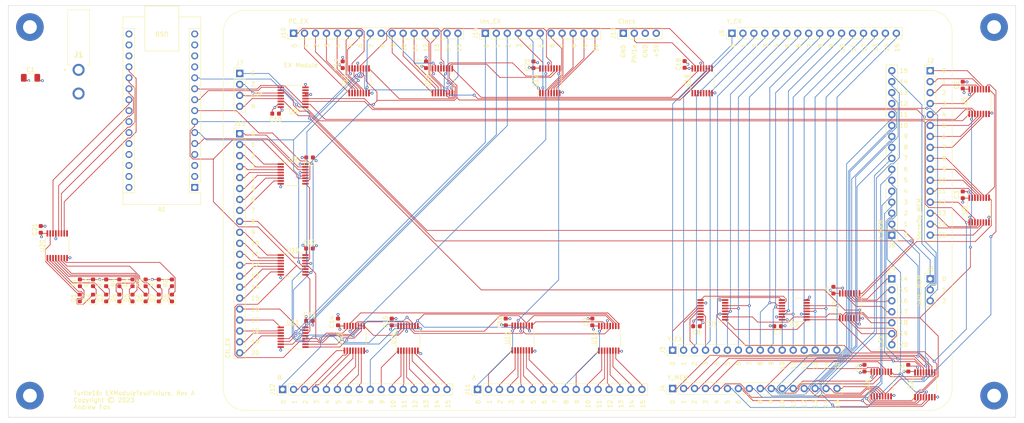
<source format=kicad_pcb>
(kicad_pcb (version 20241229) (generator "pcbnew") (generator_version "9.0")
  (title_block (title "Turtle16: EXModuleTestFixture") (date "2023-03-25") (rev "A") (comment 4 "Test Fixutre for Turtle16's EXModule"))
  (layers (0 "F.Cu" signal) (4 "In1.Cu" power) (6 "In2.Cu" power) (2 "B.Cu" signal) (13 "F.Paste" user) (15 "B.Paste" user) (5 "F.SilkS" user "F.Silkscreen") (7 "B.SilkS" user "B.Silkscreen") (1 "F.Mask" user) (3 "B.Mask" user) (25 "Edge.Cuts" user))
  (net 0 "")
  (net 1 "VCC")
  (net 2 "GND")
  (net 5 "/Test Fixture Outputs/SI")
  (net 6 "/Test Fixture Outputs/RCLK")
  (net 7 "/Test Fixture Outputs/SCK")
  (net 8 "/Test Fixture Outputs/~{CLR}")
  (net 9 "/Test Fixture Inputs/SO")
  (net 10 "/Test Fixture Inputs/SCK")
  (net 11 "/Test Fixture Inputs/~{PL}")
  (net 19 "/LED Output/~{CLR}")
  (net 20 "/LED Output/SCK")
  (net 21 "/LED Output/RCLK")
  (net 22 "/LED Output/SI")
  (net 28 "Net-(D1-K)")
  (net 29 "Net-(D1-A)")
  (net 30 "Net-(D2-K)")
  (net 31 "Net-(D2-A)")
  (net 32 "Net-(D3-K)")
  (net 33 "Net-(D3-A)")
  (net 34 "Net-(D4-K)")
  (net 35 "Net-(D4-A)")
  (net 36 "Net-(D5-K)")
  (net 37 "Net-(D5-A)")
  (net 38 "Net-(D6-K)")
  (net 39 "Net-(D6-A)")
  (net 40 "Net-(D7-K)")
  (net 41 "Net-(D7-A)")
  (net 42 "/EX Prototype Outputs/StoreOp_MEM0")
  (net 43 "/EX Prototype Outputs/StoreOp_MEM1")
  (net 44 "/EX Prototype Outputs/StoreOp_MEM2")
  (net 45 "/EX Prototype Outputs/StoreOp_MEM3")
  (net 46 "/EX Prototype Outputs/StoreOp_MEM4")
  (net 47 "/EX Prototype Outputs/StoreOp_MEM5")
  (net 48 "/EX Prototype Outputs/StoreOp_MEM6")
  (net 49 "/EX Prototype Outputs/StoreOp_MEM7")
  (net 50 "/EX Prototype Outputs/StoreOp_MEM8")
  (net 51 "/EX Prototype Outputs/StoreOp_MEM9")
  (net 52 "/EX Prototype Outputs/StoreOp_MEM10")
  (net 53 "/EX Prototype Outputs/StoreOp_MEM11")
  (net 54 "/EX Prototype Outputs/StoreOp_MEM12")
  (net 55 "/EX Prototype Outputs/StoreOp_MEM13")
  (net 56 "/EX Prototype Outputs/StoreOp_MEM14")
  (net 57 "/EX Prototype Outputs/StoreOp_MEM15")
  (net 58 "/EX Prototype Outputs/Y_EX0")
  (net 59 "/EX Prototype Outputs/Y_EX1")
  (net 60 "/EX Prototype Outputs/Y_EX2")
  (net 61 "/EX Prototype Outputs/Y_EX3")
  (net 62 "/EX Prototype Outputs/Y_EX4")
  (net 63 "/EX Prototype Outputs/Y_EX5")
  (net 64 "/EX Prototype Outputs/Y_EX6")
  (net 65 "/EX Prototype Outputs/Y_EX7")
  (net 66 "/EX Prototype Outputs/Y_EX8")
  (net 67 "/EX Prototype Outputs/Y_EX9")
  (net 68 "/EX Prototype Outputs/Y_EX10")
  (net 69 "/EX Prototype Outputs/Y_EX11")
  (net 70 "/EX Prototype Outputs/Y_EX12")
  (net 71 "/EX Prototype Outputs/Y_EX13")
  (net 72 "/EX Prototype Outputs/Y_EX14")
  (net 73 "/EX Prototype Outputs/Y_EX15")
  (net 74 "/EX Prototype Outputs/Y_MEM0")
  (net 75 "/EX Prototype Outputs/Y_MEM1")
  (net 76 "/EX Prototype Outputs/Y_MEM2")
  (net 77 "/EX Prototype Outputs/Y_MEM3")
  (net 78 "/EX Prototype Outputs/Y_MEM4")
  (net 79 "/EX Prototype Outputs/Y_MEM5")
  (net 80 "/EX Prototype Outputs/Y_MEM6")
  (net 81 "/EX Prototype Outputs/Y_MEM7")
  (net 82 "/EX Prototype Outputs/Y_MEM8")
  (net 83 "/EX Prototype Outputs/Y_MEM9")
  (net 84 "/EX Prototype Outputs/Y_MEM10")
  (net 85 "/EX Prototype Outputs/Y_MEM11")
  (net 86 "/EX Prototype Outputs/Y_MEM12")
  (net 87 "/EX Prototype Outputs/Y_MEM13")
  (net 88 "/EX Prototype Outputs/Y_MEM14")
  (net 89 "/EX Prototype Outputs/Y_MEM15")
  (net 90 "/EX Prototype Outputs/Carry")
  (net 91 "/EX Prototype Outputs/Z")
  (net 92 "/EX Prototype Outputs/OVF")
  (net 93 "/EX Prototype Outputs/N")
  (net 94 "/EX Prototype Outputs/SelC_MEM0")
  (net 95 "/EX Prototype Outputs/SelC_MEM1")
  (net 96 "/EX Prototype Outputs/SelC_MEM2")
  (net 97 "/EX Prototype Outputs/Ctl_MEM14")
  (net 98 "/EX Prototype Outputs/Ctl_MEM15")
  (net 99 "/EX Prototype Outputs/Ctl_MEM16")
  (net 100 "/EX Prototype Outputs/Ctl_MEM17")
  (net 101 "/EX Prototype Outputs/Ctl_MEM18")
  (net 102 "/EX Prototype Outputs/Ctl_MEM19")
  (net 103 "/EX Prototype Outputs/Ctl_MEM20")
  (net 104 "/EX Prototype Inputs/PC_EX0")
  (net 105 "/EX Prototype Inputs/PC_EX1")
  (net 106 "/EX Prototype Inputs/PC_EX2")
  (net 107 "/EX Prototype Inputs/PC_EX3")
  (net 108 "/EX Prototype Inputs/PC_EX4")
  (net 109 "/EX Prototype Inputs/PC_EX5")
  (net 110 "/EX Prototype Inputs/PC_EX6")
  (net 111 "/EX Prototype Inputs/PC_EX7")
  (net 112 "/EX Prototype Inputs/PC_EX8")
  (net 113 "/EX Prototype Inputs/PC_EX9")
  (net 114 "/EX Prototype Inputs/PC_EX10")
  (net 115 "/EX Prototype Inputs/PC_EX11")
  (net 116 "/EX Prototype Inputs/PC_EX12")
  (net 117 "/EX Prototype Inputs/PC_EX13")
  (net 118 "/EX Prototype Inputs/PC_EX14")
  (net 119 "/EX Prototype Inputs/PC_EX15")
  (net 120 "/EX Prototype Inputs/A0")
  (net 121 "/EX Prototype Inputs/A1")
  (net 122 "/EX Prototype Inputs/A2")
  (net 123 "/EX Prototype Inputs/A3")
  (net 124 "/EX Prototype Inputs/A4")
  (net 125 "/EX Prototype Inputs/A5")
  (net 126 "/EX Prototype Inputs/A6")
  (net 127 "/EX Prototype Inputs/A7")
  (net 128 "/EX Prototype Inputs/A8")
  (net 129 "/EX Prototype Inputs/A9")
  (net 130 "/EX Prototype Inputs/A10")
  (net 131 "/EX Prototype Inputs/A11")
  (net 132 "/EX Prototype Inputs/A12")
  (net 133 "/EX Prototype Inputs/A13")
  (net 134 "/EX Prototype Inputs/A14")
  (net 135 "/EX Prototype Inputs/A15")
  (net 136 "/EX Prototype Inputs/B0")
  (net 137 "/EX Prototype Inputs/B1")
  (net 138 "/EX Prototype Inputs/B2")
  (net 139 "/EX Prototype Inputs/B3")
  (net 140 "/EX Prototype Inputs/B4")
  (net 141 "/EX Prototype Inputs/B5")
  (net 142 "/EX Prototype Inputs/B6")
  (net 143 "/EX Prototype Inputs/B7")
  (net 144 "/EX Prototype Inputs/B8")
  (net 145 "/EX Prototype Inputs/B9")
  (net 146 "/EX Prototype Inputs/B10")
  (net 147 "/EX Prototype Inputs/B11")
  (net 148 "/EX Prototype Inputs/B12")
  (net 149 "/EX Prototype Inputs/B13")
  (net 150 "/EX Prototype Inputs/B14")
  (net 151 "/EX Prototype Inputs/B15")
  (net 152 "/EX Prototype Inputs/Phi1a")
  (net 153 "/EX Prototype Inputs/Ins_EX0")
  (net 154 "/EX Prototype Inputs/Ins_EX1")
  (net 155 "/EX Prototype Inputs/Ins_EX2")
  (net 156 "/EX Prototype Inputs/Ins_EX3")
  (net 157 "/EX Prototype Inputs/Ins_EX4")
  (net 158 "/EX Prototype Inputs/Ins_EX5")
  (net 159 "/EX Prototype Inputs/Ins_EX6")
  (net 160 "/EX Prototype Inputs/Ins_EX7")
  (net 161 "/EX Prototype Inputs/Ins_EX8")
  (net 162 "/EX Prototype Inputs/Ins_EX9")
  (net 163 "/EX Prototype Inputs/Ins_EX10")
  (net 164 "/EX Prototype Inputs/Ctl_EX0")
  (net 165 "/EX Prototype Inputs/Ctl_EX1")
  (net 166 "/EX Prototype Inputs/Ctl_EX2")
  (net 167 "/EX Prototype Inputs/Ctl_EX3")
  (net 168 "/EX Prototype Inputs/Ctl_EX4")
  (net 169 "/EX Prototype Inputs/Ctl_EX5")
  (net 170 "/EX Prototype Inputs/Ctl_EX6")
  (net 171 "/EX Prototype Inputs/Ctl_EX7")
  (net 172 "/EX Prototype Inputs/Ctl_EX8")
  (net 173 "/EX Prototype Inputs/Ctl_EX9")
  (net 174 "/EX Prototype Inputs/Ctl_EX10")
  (net 175 "/EX Prototype Inputs/Ctl_EX11")
  (net 176 "/EX Prototype Inputs/Ctl_EX12")
  (net 177 "/EX Prototype Inputs/Ctl_EX13")
  (net 178 "/EX Prototype Inputs/Ctl_EX14")
  (net 179 "/EX Prototype Inputs/Ctl_EX15")
  (net 180 "/EX Prototype Inputs/Ctl_EX16")
  (net 181 "/EX Prototype Inputs/Ctl_EX17")
  (net 182 "/EX Prototype Inputs/Ctl_EX18")
  (net 183 "/EX Prototype Inputs/Ctl_EX19")
  (net 184 "/EX Prototype Inputs/Ctl_EX20")
  (net 186 "Net-(U1-Q7)")
  (net 188 "Net-(U2-Q7)")
  (net 190 "Net-(U3-Q7)")
  (net 192 "Net-(U4-Q7)")
  (net 194 "Net-(U5-Q7)")
  (net 196 "Net-(U6-Q7)")
  (net 198 "Net-(U7-Q7)")
  (net 200 "Net-(U10-SER)")
  (net 201 "Net-(U10-QH')")
  (net 202 "Net-(U11-QH')")
  (net 203 "Net-(U12-QH')")
  (net 204 "Net-(U13-QH')")
  (net 205 "Net-(U14-QH')")
  (net 206 "Net-(U15-QH')")
  (net 207 "Net-(U16-QH')")
  (net 208 "Net-(U17-QH')")
  (net 209 "Net-(U18-QH')")
  (net 210 "/Test Fixture Outputs/SO")
  (net 211 "Net-(D8-K)")
  (net 212 "Net-(D8-A)")
  (net 220 "/LED Output/SO")
  (footprint "Capacitor_SMD:C_0603_1608Metric" (layer "F.Cu") (at 198.8208 130.2231 180)
    (property "Reference" "C7")
    (property "Value" "0.1µF")
  )
  (footprint "Package_SO:TSSOP-16_4.4x5mm_P0.65mm" (layer "F.Cu") (at 245.5328 103.2991 90)
    (property "Reference" "U6")
    (property "Value" "74HC165")
  )
  (footprint "Capacitor_SMD:C_0603_1608Metric" (layer "F.Cu") (at 117.348 69.609 90)
    (property "Reference" "C17")
    (property "Value" "0.1µF")
  )
  (footprint "LED_SMD:LED_0603_1608Metric" (layer "F.Cu") (at 37.084 123.6725 90)
    (property "Reference" "D1")
    (property "Value" "Red")
  )
  (footprint "Package_SO:TSSOP-16_4.4x5mm_P0.65mm" (layer "F.Cu") (at 121.147 73.3375 90)
    (property "Reference" "U18")
    (property "Value" "74HC595")
  )
  (footprint "Capacitor_SMD:C_0603_1608Metric" (layer "F.Cu") (at 155.8818 129.2201 90)
    (property "Reference" "C9")
    (property "Value" "0.1µF")
  )
  (footprint "Package_SO:TSSOP-16_4.4x5mm_P0.65mm" (layer "F.Cu") (at 101.843 73.3375 90)
    (property "Reference" "U17")
    (property "Value" "74HC595")
  )
  (footprint "Capacitor_SMD:C_0603_1608Metric" (layer "F.Cu") (at 109.3998 129.2201 90)
    (property "Reference" "C15")
    (property "Value" "0.1µF")
  )
  (footprint "Capacitor_SMD:C_0603_1608Metric" (layer "F.Cu") (at 98.044 69.609 90)
    (property "Reference" "C19")
    (property "Value" "0.1µF")
  )
  (footprint "Capacitor_SMD:C_0603_1608Metric" (layer "F.Cu") (at 218.948 139.937 90)
    (property "Reference" "C5")
    (property "Value" "0.1µF")
  )
  (footprint "LED_SMD:LED_0603_1608Metric" (layer "F.Cu") (at 40.178 123.6725 90)
    (property "Reference" "D2")
    (property "Value" "Red")
  )
  (footprint "MountingHole:MountingHole_3.2mm_M3_Pad" (layer "F.Cu") (at 249 60.88)
    (property "Reference" "H3" (hide yes))
    (property "Value" "MountingHole_Pad")
  )
  (footprint "Connector_Molex:172448-0002" (layer "F.Cu") (at 36.83 70.796 180)
    (property "Reference" "J1")
    (property "Value" "Power" (hide yes))
  )
  (footprint "Capacitor_SMD:C_0603_1608Metric" (layer "F.Cu") (at 180.0248 130.2231 180)
    (property "Reference" "C8")
    (property "Value" "0.1µF")
  )
  (footprint "Connector_PinHeader_2.54mm:PinHeader_1x16_P2.54mm_Vertical" (layer "F.Cu") (at 234.1878 70.989)
    (property "Reference" "J2")
    (property "Value" "StoreOp_MEM")
  )
  (footprint "Package_SO:TSSOP-16_4.4x5mm_P0.65mm" (layer "F.Cu") (at 215.5308 125.4656 90)
    (property "Reference" "U7")
    (property "Value" "74HC165")
  )
  (footprint "Capacitor_SMD:C_0603_1608Metric" (layer "F.Cu") (at 37.13 120.155 90)
    (property "Reference" "R1")
    (property "Value" "270R")
  )
  (footprint "Capacitor_SMD:C_0603_1608Metric" (layer "F.Cu") (at 49.322 120.155 90)
    (property "Reference" "R5")
    (property "Value" "270R")
  )
  (footprint "Connector_PinHeader_2.54mm:PinHeader_1x04_P2.54mm_Vertical" (layer "F.Cu") (at 74.1678 71.634)
    (property "Reference" "J7")
    (property "Value" "Flags")
  )
  (footprint "LED_SMD:LED_0603_1608Metric" (layer "F.Cu") (at 43.226 123.6725 90)
    (property "Reference" "D3")
    (property "Value" "Red")
  )
  (footprint "Capacitor_SMD:C_0603_1608Metric" (layer "F.Cu") (at 96.9538 129.2201 90)
    (property "Reference" "C14")
    (property "Value" "0.1µF")
  )
  (footprint "Package_SO:TSSOP-16_4.4x5mm_P0.65mm" (layer "F.Cu") (at 86.5398 94.9171)
    (property "Reference" "U9")
    (property "Value" "74HC595")
  )
  (footprint "Capacitor_SMD:C_0603_1608Metric" (layer "F.Cu") (at 55.418 120.155 90)
    (property "Reference" "R7")
    (property "Value" "270R")
  )
  (footprint "Capacitor_SMD:C_0603_1608Metric" (layer "F.Cu") (at 90.3368 112.1891)
    (property "Reference" "C12")
    (property "Value" "0.1µF")
  )
  (footprint "Module:Arduino_Nano" (layer "F.Cu") (at 63.744 98.04 180)
    (property "Reference" "A1")
    (property "Value" "Arduino_Nano_Every")
  )
  (footprint "Capacitor_SMD:C_0603_1608Metric" (layer "F.Cu") (at 58.466 120.155 90)
    (property "Reference" "R8")
    (property "Value" "270R")
  )
  (footprint "Capacitor_SMD:C_0603_1608Metric" (layer "F.Cu") (at 241.7338 99.7561 90)
    (property "Reference" "C3")
    (property "Value" "0.1µF")
  )
  (footprint "LED_SMD:LED_0603_1608Metric" (layer "F.Cu") (at 46.274 123.6725 90)
    (property "Reference" "D4")
    (property "Value" "Red")
  )
  (footprint "Package_SO:TSSOP-16_4.4x5mm_P0.65mm" (layer "F.Cu") (at 31.877 111.5645 90)
    (property "Reference" "U20")
    (property "Value" "74HC595")
  )
  (footprint "Package_SO:TSSOP-16_4.4x5mm_P0.65mm" (layer "F.Cu") (at 183.8218 126.4241 180)
    (property "Reference" "U1")
    (property "Value" "74HC165")
  )
  (footprint "Package_SO:TSSOP-16_4.4x5mm_P0.65mm" (layer "F.Cu") (at 202.6863 126.4351 180)
    (property "Reference" "U2")
    (property "Value" "74HC165")
  )
  (footprint "Package_SO:TSSOP-16_4.4x5mm_P0.65mm" (layer "F.Cu") (at 113.1688 133.0171 90)
    (property "Reference" "U16")
    (property "Value" "74HC595")
  )
  (footprint "Package_SO:TSSOP-16_4.4x5mm_P0.65mm" (layer "F.Cu") (at 86.5398 115.9991)
    (property "Reference" "U10")
    (property "Value" "74HC595")
  )
  (footprint "Capacitor_SMD:C_0603_1608Metric" (layer "F.Cu") (at 46.274 120.155 90)
    (property "Reference" "R4")
    (property "Value" "270R")
  )
  (footprint "Capacitor_SMD:C_1206_3216Metric_Pad1.33x1.80mm_HandSolder" (layer "F.Cu") (at 25.6925 72.64)
    (property "Reference" "C1")
    (property "Value" "100µF")
  )
  (footprint "Connector_PinHeader_2.54mm:PinHeader_1x16_P2.54mm_Vertical" (layer "F.Cu") (at 174.4978 135.759 90)
    (property "Reference" "J3")
    (property "Value" "Y_EX")
  )
  (footprint "Package_SO:TSSOP-16_4.4x5mm_P0.65mm" (layer "F.Cu") (at 181.345 73.3375 90)
    (property "Reference" "U19")
    (property "Value" "74HC595")
  )
  (footprint "Connector_PinHeader_2.54mm:PinHeader_1x21_P2.54mm_Vertical" (layer "F.Cu") (at 74.1678 85.594)
    (property "Reference" "J15")
    (property "Value" "Ctl_EX")
  )
  (footprint "Capacitor_SMD:C_0603_1608Metric" (layer "F.Cu") (at 52.37 120.155 90)
    (property "Reference" "R6")
    (property "Value" "270R")
  )
  (footprint "Connector_PinHeader_2.54mm:PinHeader_1x16_P2.54mm_Vertical" (layer "F.Cu") (at 129.2858 144.867 90)
    (property "Reference" "J11")
    (property "Value" "A")
  )
  (footprint "Connector_PinHeader_2.54mm:PinHeader_1x16_P2.54mm_Vertical" (layer "F.Cu") (at 174.4978 144.649 90)
    (property "Reference" "J4")
    (property "Value" "Y_MEM")
  )
  (footprint "Capacitor_SMD:C_0603_1608Metric" (layer "F.Cu") (at 82.4888 80.9471 180)
    (property "Reference" "C10")
    (property "Value" "0.1µF")
  )
  (footprint "Package_SO:TSSOP-16_4.4x5mm_P0.65mm" (layer "F.Cu") (at 222.84 143.617 90)
    (property "Reference" "U4")
    (property "Value" "74HC165")
  )
  (footprint "Package_SO:TSSOP-16_4.4x5mm_P0.65mm" (layer "F.Cu") (at 232.959 143.8025 90)
    (property "Reference" "U3")
    (property "Value" "74HC165")
  )
  (footprint "Connector_PinHeader_2.54mm:PinHeader_1x11_P2.54mm_Vertical" (layer "F.Cu") (at 131.0998 62.317 90)
    (property "Reference" "J14")
    (property "Value" "Ins_EX")
  )
  (footprint "Connector_PinHeader_2.54mm:PinHeader_1x16_P2.54mm_Vertical" (layer "F.Cu") (at 84.1098 144.867 90)
    (property "Reference" "J12")
    (property "Value" "B")
  )
  (footprint "Capacitor_SMD:C_0603_1608Metric" (layer "F.Cu") (at 40.178 120.155 90)
    (property "Reference" "R2")
    (property "Value" "270R")
  )
  (footprint "Connector_PinHeader_2.54mm:PinHeader_1x04_P2.54mm_Vertical" (layer "F.Cu") (at 163.0778 62.317 90)
    (property "Reference" "J13")
    (property "Value" "Clock")
  )
  (footprint "Connector_PinHeader_2.54mm:PinHeader_1x03_P2.54mm_Vertical" (layer "F.Cu") (at 234.1878 119.249)
    (property "Reference" "J8")
    (property "Value" "SelC_MEM")
  )
  (footprint "Capacitor_SMD:C_0603_1608Metric" (layer "F.Cu") (at 229.108 139.937 90)
    (property "Reference" "C6")
    (property "Value" "0.1µF")
  )
  (footprint "Capacitor_SMD:C_0603_1608Metric" (layer "F.Cu") (at 135.8158 129.2201 90)
    (property "Reference" "C16")
    (property "Value" "0.1µF")
  )
  (footprint "LED_SMD:LED_0603_1608Metric" (layer "F.Cu") (at 52.37 123.6725 90)
    (property "Reference" "D6")
    (property "Value" "Red")
  )
  (footprint "MountingHole:MountingHole_3.2mm_M3_Pad" (layer "F.Cu") (at 25.55 60.88)
    (property "Reference" "H1" (hide yes))
    (property "Value" "MountingHole_Pad")
  )
  (footprint "Capacitor_SMD:C_0603_1608Metric" (layer "F.Cu") (at 28.067 107.7675 90)
    (property "Reference" "C21")
    (property "Value" "0.1µF")
  )
  (footprint "Connector_PinHeader_2.54mm:PinHeader_1x07_P2.54mm_Vertical" (layer "F.Cu") (at 225.2978 119.244)
    (property "Reference" "J9")
    (property "Value" "Y_EX")
  )
  (footprint "MountingHole:MountingHole_3.2mm_M3_Pad" (layer "F.Cu") (at 25.55 146.3)
    (property "Reference" "H4" (hide yes))
    (property "Value" "MountingHole_Pad")
  )
  (footprint "Package_SO:TSSOP-16_4.4x5mm_P0.65mm" (layer "F.Cu") (at 146.039 73.3375 90)
    (property "Reference" "U12")
    (property "Value" "74HC595")
  )
  (footprint "Capacitor_SMD:C_0603_1608Metric" (layer "F.Cu") (at 43.226 120.155 90)
    (property "Reference" "R3")
    (property "Value" "270R")
  )
  (footprint "Package_SO:TSSOP-16_4.4x5mm_P0.65mm" (layer "F.Cu") (at 139.6258 132.9486 90)
    (property "Reference" "U13")
    (property "Value" "74HC595")
  )
  (footprint "Capacitor_SMD:C_0603_1608Metric" (layer "F.Cu") (at 211.7618 121.8541 90)
    (property "Reference" "C4")
    (property "Value" "0.1µF")
  )
  (footprint "LED_SMD:LED_0603_1608Metric" (layer "F.Cu") (at 49.322 123.6725 90)
    (property "Reference" "D5")
    (property "Value" "Red")
  )
  (footprint "LED_SMD:LED_0603_1608Metric" (layer "F.Cu") (at 55.418 123.6725 90)
    (property "Reference" "D7")
    (property "Value" "Red")
  )
  (footprint "Capacitor_SMD:C_0603_1608Metric" (layer "F.Cu") (at 177.281 69.5405 90)
    (property "Reference" "C18")
    (property "Value" "0.1µF")
  )
  (footprint "MountingHole:MountingHole_3.2mm_M3_Pad" (layer "F.Cu") (at 249 146.3)
    (property "Reference" "H2" (hide yes))
    (property "Value" "MountingHole_Pad")
  )
  (footprint "Capacitor_SMD:C_0603_1608Metric" (layer "F.Cu") (at 241.7338 74.3301 90)
    (property "Reference" "C2")
    (property "Value" "0.1µF")
  )
  (footprint "Connector_PinHeader_2.54mm:PinHeader_1x16_P2.54mm_Vertical" (layer "F.Cu") (at 86.6498 62.317 90)
    (property "Reference" "J10")
    (property "Value" "PC_EX")
  )
  (footprint "Package_SO:TSSOP-16_4.4x5mm_P0.65mm" (layer "F.Cu") (at 86.5398 77.1371 180)
    (property "Reference" "U8")
    (property "Value" "74HC165")
  )
  (footprint "Capacitor_SMD:C_0603_1608Metric" (layer "F.Cu") (at 90.3368 128.9531)
    (property "Reference" "C13")
    (property "Value" "0.1µF")
  )
  (footprint "Package_SO:TSSOP-16_4.4x5mm_P0.65mm" (layer "F.Cu") (at 100.7228 133.0171 90)
    (property "Reference" "U15")
    (property "Value" "74HC595")
  )
  (footprint "Package_SO:TSSOP-16_4.4x5mm_P0.65mm" (layer "F.Cu") (at 159.6918 133.0171 90)
    (property "Reference" "U14")
    (property "Value" "74HC595")
  )
  (footprint "Connector_PinHeader_2.54mm:PinHeader_1x16_P2.54mm_Vertical" (layer "F.Cu") (at 225.2978 109.089 180)
    (property "Reference" "J6")
    (property "Value" "Y_MEM")
  )
  (footprint "Capacitor_SMD:C_0603_1608Metric" (layer "F.Cu") (at 142.24 69.609 90)
    (property "Reference" "C20")
    (property "Value" "0.1µF")
  )
  (footprint "Connector_PinHeader_2.54mm:PinHeader_1x16_P2.54mm_Vertical" (layer "F.Cu") (at 188.2498 62.317 90)
    (property "Reference" "J5")
    (property "Value" "Y_EX")
  )
  (footprint "Package_SO:TSSOP-16_4.4x5mm_P0.65mm" (layer "F.Cu") (at 86.5398 132.7631)
    (property "Reference" "U11")
    (property "Value" "74HC595")
  )
  (footprint "Package_SO:TSSOP-16_4.4x5mm_P0.65mm" (layer "F.Cu") (at 245.5328 78.1531 90)
    (property "Reference" "U5")
    (property "Value" "74HC165")
  )
  (footprint "Capacitor_SMD:C_0603_1608Metric" (layer "F.Cu") (at 90.3628 91.1071 180)
    (property "Reference" "C11")
    (property "Value" "0.1µF")
  )
  (footprint "LED_SMD:LED_0603_1608Metric" (layer "F.Cu") (at 58.466 123.6725 90)
    (property "Reference" "D8")
    (property "Value" "Red")
  )
  (gr_arc (start 234.188 57.019) (mid 237.780098 58.5069) (end 239.268 62.099) (stroke (width 0.1)) (layer "F.SilkS"))
  (gr_line (start 234.188 57.019) (end 75.438 57.019) (stroke (width 0.1)) (layer "F.SilkS"))
  (gr_arc (start 70.358 62.099) (mid 71.845899 58.506902) (end 75.438 57.019) (stroke (width 0.1)) (layer "F.SilkS"))
  (gr_line (start 70.358 62.099) (end 70.358 144.649) (stroke (width 0.1)) (layer "F.SilkS"))
  (gr_line (start 75.438 149.729) (end 234.188 149.729) (stroke (width 0.1)) (layer "F.SilkS"))
  (gr_line (start 239.268 144.649) (end 239.268 62.099) (stroke (width 0.1)) (layer "F.SilkS"))
  (gr_arc (start 75.438 149.729) (mid 71.845893 148.241105) (end 70.358 144.649) (stroke (width 0.1)) (layer "F.SilkS"))
  (gr_arc (start 239.268 144.649) (mid 237.780104 148.241107) (end 234.188 149.729) (stroke (width 0.1)) (layer "F.SilkS"))
  (gr_line (start 20.55 151.3) (end 20.55 55.88) (stroke (width 0.1)) (layer "Edge.Cuts"))
  (gr_line (start 254 151.3) (end 20.55 151.3) (stroke (width 0.1)) (layer "Edge.Cuts"))
  (gr_line (start 254 55.88) (end 254 151.3) (stroke (width 0.1)) (layer "Edge.Cuts"))
  (gr_line (start 20.55 55.88) (end 254 55.88) (stroke (width 0.1)) (layer "Edge.Cuts"))
  (gr_text "12" (at 76.708 116.074 0) (layer "F.SilkS") (effects (font (size 1 1)) (justify left)))
  (gr_text "15" (at 167.6035 147.189 90) (layer "F.SilkS") (effects (font (size 1 1)) (justify right)))
  (gr_text "6" (at 102.108 64.639 90) (layer "F.SilkS") (effects (font (size 1 1)) (justify right)))
  (gr_text "15" (at 226.568 64.639 90) (layer "F.SilkS") (effects (font (size 1 1)) (justify right)))
  (gr_text "4" (at 184.658 147.189 90) (layer "F.SilkS") (effects (font (size 1 1)) (justify right)))
  (gr_text "GND" (at 168.148 64.856898 90) (layer "F.SilkS") (effects (font (size 1 1)) (justify right)))
  (gr_text "3" (at 94.488 64.639 90) (layer "F.SilkS") (effects (font (size 1 1)) (justify right)))
  (gr_text "1" (at 191.008 64.639 90) (layer "F.SilkS") (effects (font (size 1 1)) (justify right)))
  (gr_text "0" (at 174.498 147.189 90) (layer "F.SilkS") (effects (font (size 1 1)) (justify right)))
  (gr_text "15" (at 229.108 121.789 0) (layer "F.SilkS") (effects (font (size 1 1)) (justify right)))
  (gr_text "7" (at 147.2835 147.189 90) (layer "F.SilkS") (effects (font (size 1 1)) (justify right)))
  (gr_text "12" (at 218.948 64.639 90) (layer "F.SilkS") (effects (font (size 1 1)) (justify right)))
  (gr_text "13" (at 237.998 104.009 0) (layer "F.SilkS") (effects (font (size 1 1)) (justify right)))
  (gr_text "13" (at 229.108 76.069 0) (layer "F.SilkS") (effects (font (size 1 1)) (justify right)))
  (gr_text "10" (at 229.108 83.689 0) (layer "F.SilkS") (effects (font (size 1 1)) (justify right)))
  (gr_text "0" (at 237.998 70.989 0) (layer "F.SilkS") (effects (font (size 1 1)) (justify right)))
  (gr_text "10" (at 112.268 64.639 90) (layer "F.SilkS") (effects (font (size 1 1)) (justify right)))
  (gr_text "1" (at 132.0435 147.189 90) (layer "F.SilkS") (effects (font (size 1 1)) (justify right)))
  (gr_text "13" (at 162.5235 147.189 90) (layer "F.SilkS") (effects (font (size 1 1)) (justify right)))
  (gr_text "12" (at 159.9835 147.189 90) (layer "F.SilkS") (effects (font (size 1 1)) (justify right)))
  (gr_text "7" (at 102.108 147.189 90) (layer "F.SilkS") (effects (font (size 1 1)) (justify right)))
  (gr_text "1" (at 76.708 88.134 0) (layer "F.SilkS") (effects (font (size 1 1)) (justify left)))
  (gr_text "8" (at 229.108 88.769 0) (layer "F.SilkS") (effects (font (size 1 1)) (justify right)))
  (gr_text "17" (at 76.708 128.774 0) (layer "F.SilkS") (effects (font (size 1 1)) (justify left)))
  (gr_text "1" (at 237.998 73.529 0) (layer "F.SilkS") (effects (font (size 1 1)) (justify right)))
  (gr_text "8" (at 107.188 64.639 90) (layer "F.SilkS") (effects (font (size 1 1)) (justify right)))
  (gr_text "10" (at 109.728 147.189 90) (layer "F.SilkS") (effects (font (size 1 1)) (justify right)))
  (gr_text "16" (at 229.108 124.329 0) (layer "F.SilkS") (effects (font (size 1 1)) (justify right)))
  (gr_text "9" (at 107.188 147.189 90) (layer "F.SilkS") (effects (font (size 1 1)) (justify right)))
  (gr_text "13" (at 117.348 147.189 90) (layer "F.SilkS") (effects (font (size 1 1)) (justify right)))
  (gr_text "18" (at 76.708 131.314 0) (layer "F.SilkS") (effects (font (size 1 1)) (justify left)))
  (gr_text "6" (at 237.998 86.229 0) (layer "F.SilkS") (effects (font (size 1 1)) (justify right)))
  (gr_text "1" (at 133.858 64.639 90) (layer "F.SilkS") (effects (font (size 1 1)) (justify right)))
  (gr_text "6" (at 99.568 147.189 90) (layer "F.SilkS") (effects (font (size 1 1)) (justify right)))
  (gr_text "4" (at 141.478 64.639 90) (layer "F.SilkS") (effects (font (size 1 1)) (justify right)))
  (gr_text "14" (at 229.108 119.249 0) (layer "F.SilkS") (effects (font (size 1 1)) (justify right)))
  (gr_text "8" (at 104.648 147.189 90) (layer "F.SilkS") (effects (font (size 1 1)) (justify right)))
  (gr_text "4" (at 139.6635 147.189 90) (layer "F.SilkS") (effects (font (size 1 1)) (justify right)))
  (gr_text "7" (at 104.648 64.639 90) (layer "F.SilkS") (effects (font (size 1 1)) (justify right)))
  (gr_text "3" (at 76.708 93.214 0) (layer "F.SilkS") (effects (font (size 1 1)) (justify left)))
  (gr_text "8" (at 237.998 91.309 0) (layer "F.SilkS") (effects (font (size 1 1)) (justify right)))
  (gr_text "7" (at 206.248 64.639 90) (layer "F.SilkS") (effects (font (size 1 1)) (justify right)))
  (gr_text "3" (at 237.998 78.609 0) (layer "F.SilkS") (effects (font (size 1 1)) (justify right)))
  (gr_text "19" (at 229.108 131.949 0) (layer "F.SilkS") (effects (font (size 1 1)) (justify right)))
  (gr_text "13" (at 207.518 138.299 90) (layer "F.SilkS") (effects (font (size 1 1)) (justify right)))
  (gr_text "1" (at 89.408 64.639 90) (layer "F.SilkS") (effects (font (size 1 1)) (justify right)))
  (gr_text "3" (at 182.118 138.299 90) (layer "F.SilkS") (effects (font (size 1 1)) (justify right)))
  (gr_text "9" (at 152.3635 147.189 90) (layer "F.SilkS") (effects (font (size 1 1)) (justify right)))
  (gr_text "15" (at 124.968 64.639 90) (layer "F.SilkS") (effects (font (size 1 1)) (justify right)))
  (gr_text "Z" (at 76.708 74.164 0) (layer "F.SilkS") (effects (font (size 1 1)) (justify left)))
  (gr_text "6" (at 189.738 147.189 90) (layer "F.SilkS") (effects (font (size 1 1)) (justify right)))
  (gr_text "7" (at 237.998 88.769 0) (layer "F.SilkS") (effects (font (size 1 1)) (justify right)))
  (gr_text "12" (at 229.108 78.609 0) (layer "F.SilkS") (effects (font (size 1 1)) (justify right)))
  (gr_text "4" (at 97.028 64.639 90) (layer "F.SilkS") (effects (font (size 1 1)) (justify right)))
  (gr_text "7" (at 229.108 91.309 0) (layer "F.SilkS") (effects (font (size 1 1)) (justify right)))
  (gr_text "4" (at 237.998 81.149 0) (layer "F.SilkS") (effects (font (size 1 1)) (justify right)))
  (gr_text "13" (at 207.518 147.189 90) (layer "F.SilkS") (effects (font (size 1 1)) (justify right)))
  (gr_text "13" (at 76.708 118.614 0) (layer "F.SilkS") (effects (font (size 1 1)) (justify left)))
  (gr_text "2" (at 91.948 64.639 90) (layer "F.SilkS") (effects (font (size 1 1)) (justify right)))
  (gr_text "2" (at 136.398 64.639 90) (layer "F.SilkS") (effects (font (size 1 1)) (justify right)))
  (gr_text "12" (at 237.998 101.469 0) (layer "F.SilkS") (effects (font (size 1 1)) (justify right)))
  (gr_text "5" (at 187.198 147.189 90) (layer "F.SilkS") (effects (font (size 1 1)) (justify right)))
  (gr_text "14" (at 210.058 138.299 90) (layer "F.SilkS") (effects (font (size 1 1)) (justify right)))
  (gr_text "0" (at 86.868 64.639 90) (layer "F.SilkS") (effects (font (size 1 1)) (justify right)))
  (gr_text "11" (at 237.998 98.929 0) (layer "F.SilkS") (effects (font (size 1 1)) (justify right)))
  (gr_text "5" (at 237.998 83.689 0) (layer "F.SilkS") (effects (font (size 1 1)) (justify right)))
  (gr_text "9" (at 76.708 108.454 0) (layer "F.SilkS") (effects (font (size 1 1)) (justify left)))
  (gr_text "17" (at 229.108 126.869 0) (layer "F.SilkS") (effects (font (size 1 1)) (justify right)))
  (gr_text "15" (at 122.428 147.189 90) (layer "F.SilkS") (effects (font (size 1 1)) (justify right)))
  (gr_text "4" (at 94.488 147.189 90) (layer "F.SilkS") (effects (font (size 1 1)) (justify right)))
  (gr_text "2" (at 89.408 147.189 90) (layer "F.SilkS") (effects (font (size 1 1)) (justify right)))
  (gr_text "0" (at 229.108 109.089 0) (layer "F.SilkS") (effects (font (size 1 1)) (justify right)))
  (gr_text "GND" (at 163.068 64.856898 90) (layer "F.SilkS") (effects (font (size 1 1)) (justify right)))
  (gr_text "0" (at 76.708 85.594 0) (layer "F.SilkS") (effects (font (size 1 1)) (justify left)))
  (gr_text "6" (at 144.7435 147.189 90) (layer "F.SilkS") (effects (font (size 1 1)) (justify right)))
  (gr_text "5" (at 229.108 96.389 0) (layer "F.SilkS") (effects (font (size 1 1)) (justify right)))
  (gr_text "12" (at 204.978 147.189 90) (layer "F.SilkS") (effects (font (size 1 1)) (justify right)))
  (gr_text "1" (at 177.038 147.189 90) (layer "F.SilkS") (effects (font (size 1 1)) (justify right)))
  (gr_text "3" (at 137.1235 147.189 90) (layer "F.SilkS") (effects (font (size 1 1)) (justify right)))
  (gr_text "15" (at 76.708 123.694 0) (layer "F.SilkS") (effects (font (size 1 1)) (justify left)))
  (gr_text "8" (at 208.788 64.639 90) (layer "F.SilkS") (effects (font (size 1 1)) (justify right)))
  (gr_text "15" (at 229.108 70.989 0) (layer "F.SilkS") (effects (font (size 1 1)) (justify right)))
  (gr_text "5" (at 201.168 64.639 90) (layer "F.SilkS") (effects (font (size 1 1)) (justify right)))
  (gr_text "10" (at 213.868 64.639 90) (layer "F.SilkS") (effects (font (size 1 1)) (justify right)))
  (gr_text "14" (at 76.708 121.154 0) (layer "F.SilkS") (effects (font (size 1 1)) (justify left)))
  (gr_text "4" (at 76.708 95.754 0) (layer "F.SilkS") (effects (font (size 1 1)) (justify left)))
  (gr_text "18" (at 229.108 129.409 0) (layer "F.SilkS") (effects (font (size 1 1)) (justify right)))
  (gr_text "11" (at 114.808 64.639 90) (layer "F.SilkS") (effects (font (size 1 1)) (justify right)))
  (gr_text "5" (at 142.2035 147.189 90) (layer "F.SilkS") (effects (font (size 1 1)) (justify right)))
  (gr_text "10" (at 76.708 110.994 0) (layer "F.SilkS") (effects (font (size 1 1)) (justify left)))
  (gr_text "7" (at 149.098 64.639 90) (layer "F.SilkS") (effects (font (size 1 1)) (justify right)))
  (gr_text "11" (at 202.438 147.189 90) (layer "F.SilkS") (effects (font (size 1 1)) (justify right)))
  (gr_text "6" (at 76.708 100.834 0) (layer "F.SilkS") (effects (font (size 1 1)) (justify left)))
  (gr_text "12" (at 117.348 64.639 90) (layer "F.SilkS") (effects (font (size 1 1)) (justify right)))
  (gr_text "11" (at 157.4435 147.189 90) (layer "F.SilkS") (effects (font (size 1 1)) (justify right)))
  (gr_text "14" (at 237.998 106.549 0) (layer "F.SilkS") (effects (font (size 1 1)) (justify right)))
  (gr_text "8" (at 149.8235 147.189 90) (layer "F.SilkS") (effects (font (size 1 1)) (justify right)))
  (gr_text "14" (at 224.028 64.639 90) (layer "F.SilkS") (effects (font (size 1 1)) (justify right)))
  (gr_text "11" (at 76.708 113.534 0) (layer "F.SilkS") (effects (font (size 1 1)) (justify left)))
  (gr_text "6" (at 146.558 64.639 90) (layer "F.SilkS") (effects (font (size 1 1)) (justify right)))
  (gr_text "1" (at 229.108 106.549 0) (layer "F.SilkS") (effects (font (size 1 1)) (justify right)))
  (gr_text "8" (at 194.818 147.189 90) (layer "F.SilkS") (effects (font (size 1 1)) (justify right)))
  (gr_text "0" (at 174.498 138.299 90) (layer "F.SilkS") (effects (font (size 1 1)) (justify right)))
  (gr_text "16" (at 76.708 126.234 0) (layer "F.SilkS") (effects (font (size 1 1)) (justify left)))
  (gr_text "5" (at 99.568 64.639 90) (layer "F.SilkS") (effects (font (size 1 1)) (justify right)))
  (gr_text "0" (at 237.998 119.249 0) (layer "F.SilkS") (effects (font (size 1 1)) (justify right)))
  (gr_text "14" (at 229.108 73.529 0) (layer "F.SilkS") (effects (font (size 1 1)) (justify right)))
  (gr_text "11" (at 112.268 147.189 90) (layer "F.SilkS") (effects (font (size 1 1)) (justify right)))
  (gr_text "OVF" (at 76.708 76.704 0) (layer "F.SilkS") (effects (font (size 1 1)) (justify left)))
  (gr_text "10" (at 199.898 147.189 90) (layer "F.SilkS") (effects (font (size 1 1)) (justify right)))
  (gr_text "2" (at 179.578 147.189 90) (layer "F.SilkS") (effects (font (size 1 1)) (justify right)))
  (gr_text "1" (at 237.998 121.789 0) (layer "F.SilkS") (effects (font (size 1 1)) (justify right)))
  (gr_text "7" (at 192.278 147.189 90) (layer "F.SilkS") (effects (font (size 1 1)) (justify right)))
  (gr_text "10" (at 199.898 138.299 90) (layer "F.SilkS") (effects (font (size 1 1)) (justify right)))
  (gr_text "9" (at 197.358 147.189 90) (layer "F.SilkS") (effects (font (size 1 1)) (justify right)))
  (gr_text "15" (at 212.598 138.299 90) (layer "F.SilkS") (effects (font (size 1 1)) (justify right)))
  (gr_text "5" (at 144.018 64.639 90) (layer "F.SilkS") (effects (font (size 1 1)) (justify right)))
  (gr_text "4" (at 229.108 98.929 0) (layer "F.SilkS") (effects (font (size 1 1)) (justify right)))
  (gr_text "2" (at 193.548 64.639 90) (layer "F.SilkS") (effects (font (size 1 1)) (justify right)))
  (gr_text "2" (at 237.998 124.329 0) (layer "F.SilkS") (effects (font (size 1 1)) (justify right)))
  (gr_text "+5V" (at 170.688 64.856898 90) (layer "F.SilkS") (effects (font (size 1 1)) (justify right)))
  (gr_text "N" (at 76.708 79.244 0) (layer "F.SilkS") (effects (font (size 1 1)) (justify left)))
  (gr_text "Turtle16: EXModuleTestFixture, Rev A\nCopyright © 2023\nAndrew Fox" (at 35.56 147.32 0) (layer "F.SilkS") (effects (font (size 1 1)) (justify left)))
  (gr_text "4" (at 184.658 138.299 90) (layer "F.SilkS") (effects (font (size 1 1)) (justify right)))
  (gr_text "0" (at 188.468 64.639 90) (layer "F.SilkS") (effects (font (size 1 1)) (justify right)))
  (gr_text "1" (at 86.868 147.189 90) (layer "F.SilkS") (effects (font (size 1 1)) (justify right)))
  (gr_text "2" (at 179.578 138.299 90) (layer "F.SilkS") (effects (font (size 1 1)) (justify right)))
  (gr_text "4" (at 198.628 64.639 90) (layer "F.SilkS") (effects (font (size 1 1)) (justify right)))
  (gr_text "C" (at 76.708 71.624 0) (layer "F.SilkS") (effects (font (size 1 1)) (justify left)))
  (gr_text "6" (at 189.738 138.299 90) (layer "F.SilkS") (effects (font (size 1 1)) (justify right)))
  (gr_text "14" (at 122.428 64.639 90) (layer "F.SilkS") (effects (font (size 1 1)) (justify right)))
  (gr_text "6" (at 203.708 64.639 90) (layer "F.SilkS") (effects (font (size 1 1)) (justify right)))
  (gr_text "9" (at 211.328 64.639 90) (layer "F.SilkS") (effects (font (size 1 1)) (justify right)))
  (gr_text "7" (at 192.278 138.299 90) (layer "F.SilkS") (effects (font (size 1 1)) (justify right)))
  (gr_text "2" (at 134.5835 147.189 90) (layer "F.SilkS") (effects (font (size 1 1)) (justify right)))
  (gr_text "2" (at 237.998 76.069 0) (layer "F.SilkS") (effects (font (size 1 1)) (justify right)))
  (gr_text "14" (at 210.058 147.189 90) (layer "F.SilkS") (effects (font (size 1 1)) (justify right)))
  (gr_text "15" (at 212.598 147.189 90) (layer "F.SilkS") (effects (font (size 1 1)) (justify right)))
  (gr_text "11" (at 202.438 138.299 90) (layer "F.SilkS") (effects (font (size 1 1)) (justify right)))
  (gr_text "14" (at 119.888 147.189 90) (layer "F.SilkS") (effects (font (size 1 1)) (justify right)))
  (gr_text "7" (at 76.708 103.374 0) (layer "F.SilkS") (effects (font (size 1 1)) (justify left)))
  (gr_text "2" (at 229.108 104.009 0) (layer "F.SilkS") (effects (font (size 1 1)) (justify right)))
  (gr_text "10" (at 156.718 64.639 90) (layer "F.SilkS") (effects (font (size 1 1)) (justify right)))
  (gr_text "13" (at 119.888 64.639 90) (layer "F.SilkS") (effects (font (size 1 1)) (justify right)))
  (gr_text "6" (at 229.108 93.849 0) (layer "F.SilkS") (effects (font (size 1 1)) (justify right)))
  (gr_text "8" (at 151.638 64.639 90) (layer "F.SilkS") (effects (font (size 1 1)) (justify right)))
  (gr_text "8" (at 76.708 105.914 0) (layer "F.SilkS") (effects (font (size 1 1)) (justify left)))
  (gr_text "3" (at 229.108 101.469 0) (layer "F.SilkS") (effects (font (size 1 1)) (justify right)))
  (gr_text "5" (at 187.198 138.299 90) (layer "F.SilkS") (effects (font (size 1 1)) (justify right)))
  (gr_text "EX Module" (at 84.328 69.719 0) (layer "F.SilkS") (effects (font (size 1 1)) (justify left)))
  (gr_text "1" (at 177.038 138.299 90) (layer "F.SilkS") (effects (font (size 1 1)) (justify right)))
  (gr_text "13" (at 221.488 64.639 90) (layer "F.SilkS") (effects (font (size 1 1)) (justify right)))
  (gr_text "9" (at 197.358 138.299 90) (layer "F.SilkS") (effects (font (size 1 1)) (justify right)))
  (gr_text "9" (at 109.728 64.639 90) (layer "F.SilkS") (effects (font (size 1 1)) (justify right)))
  (gr_text "10" (at 154.9035 147.189 90) (layer "F.SilkS") (effects (font (size 1 1)) (justify right)))
  (gr_text "12" (at 204.978 138.299 90) (layer "F.SilkS") (effects (font (size 1 1)) (justify right)))
  (gr_text "8" (at 194.818 138.299 90) (layer "F.SilkS") (effects (font (size 1 1)) (justify right)))
  (gr_text "5" (at 97.028 147.189 90) (layer "F.SilkS") (effects (font (size 1 1)) (justify right)))
  (gr_text "12" (at 114.808 147.189 90) (layer "F.SilkS") (effects (font (size 1 1)) (justify right)))
  (gr_text "3" (at 138.938 64.639 90) (layer "F.SilkS") (effects (font (size 1 1)) (justify right)))
  (gr_text "9" (at 154.178 64.639 90) (layer "F.SilkS") (effects (font (size 1 1)) (justify right)))
  (gr_text "3" (at 91.948 147.189 90) (layer "F.SilkS") (effects (font (size 1 1)) (justify right)))
  (gr_text "Phi1a" (at 165.608 64.856898 90) (layer "F.SilkS") (effects (font (size 1 1)) (justify right)))
  (gr_text "15" (at 237.998 109.089 0) (layer "F.SilkS") (effects (font (size 1 1)) (justify right)))
  (gr_text "14" (at 165.0635 147.189 90) (layer "F.SilkS") (effects (font (size 1 1)) (justify right)))
  (gr_text "11" (at 216.408 64.639 90) (layer "F.SilkS") (effects (font (size 1 1)) (justify right)))
  (gr_text "9" (at 229.108 86.229 0) (layer "F.SilkS") (effects (font (size 1 1)) (justify right)))
  (gr_text "9" (at 237.998 93.849 0) (layer "F.SilkS") (effects (font (size 1 1)) (justify right)))
  (gr_text "3" (at 182.118 147.189 90) (layer "F.SilkS") (effects (font (size 1 1)) (justify right)))
  (gr_text "5" (at 76.708 98.294 0) (layer "F.SilkS") (effects (font (size 1 1)) (justify left)))
  (gr_text "0" (at 131.318 64.639 90) (layer "F.SilkS") (effects (font (size 1 1)) (justify right)))
  (gr_text "0" (at 84.328 147.189 90) (layer "F.SilkS") (effects (font (size 1 1)) (justify right)))
  (gr_text "20" (at 76.708 136.394 0) (layer "F.SilkS") (effects (font (size 1 1)) (justify left)))
  (gr_text "19" (at 76.708 133.854 0) (layer "F.SilkS") (effects (font (size 1 1)) (justify left)))
  (gr_text "3" (at 196.088 64.639 90) (layer "F.SilkS") (effects (font (size 1 1)) (justify right)))
  (gr_text "11" (at 229.108 81.149 0) (layer "F.SilkS") (effects (font (size 1 1)) (justify right)))
  (gr_text "2" (at 76.708 90.674 0) (layer "F.SilkS") (effects (font (size 1 1)) (justify left)))
  (gr_text "20" (at 229.108 134.489 0) (layer "F.SilkS") (effects (font (size 1 1)) (justify right)))
  (gr_text "10" (at 237.998 96.389 0) (layer "F.SilkS") (effects (font (size 1 1)) (justify right)))
  (gr_text "0" (at 129.5035 147.189 90) (layer "F.SilkS") (effects (font (size 1 1)) (justify right)))
  (segment (start 241.7338 101.4634) (end 241.7338 100.5311) (width 0.1524) (layer "F.Cu") (net 1))
  (segment (start 98.044 70.384) (end 97.3076 69.6476) (width 0.1524) (layer "F.Cu") (net 1))
  (segment (start 91.8837 91.853) (end 91.1378 91.1071) (width 0.1524) (layer "F.Cu") (net 1))
  (segment (start 89.5618 112.1891) (end 88.8161 111.4434) (width 0.1524) (layer "F.Cu") (net 1))
  (segment (start 97.3799 130.1546) (end 97.3799 130.9267) (width 0.1524) (layer "F.Cu") (net 1))
  (segment (start 97.3799 130.1546) (end 97.2204 129.9951) (width 0.1524) (layer "F.Cu") (net 1))
  (segment (start 180.9593 128.6991) (end 180.9593 128.83) (width 0.1524) (layer "F.Cu") (net 1))
  (segment (start 217.974 140.9731) (end 218.6869 140.9731) (width 0.1524) (layer "F.Cu") (net 1))
  (segment (start 229.108 140.712) (end 230.456 140.712) (width 0.1524) (layer "F.Cu") (net 1))
  (segment (start 24.7987 73.3087) (end 24.13 72.64) (width 0.1524) (layer "F.Cu") (net 1))
  (segment (start 134.8446 129.8806) (end 135.7013 129.8806) (width 0.1524) (layer "F.Cu") (net 1))
  (segment (start 29.602 108.702) (end 28.2265 108.702) (width 0.1524) (layer "F.Cu") (net 1))
  (segment (start 118.872 71.461) (end 118.872 70.475) (width 0.1524) (layer "F.Cu") (net 1))
  (segment (start 116.9328 69.9688) (end 117.348 70.384) (width 0.1524) (layer "F.Cu") (net 1))
  (segment (start 89.5618 127.9957) (end 89.5618 128.9531) (width 0.1524) (layer "F.Cu") (net 1))
  (segment (start 178.3133 70.475) (end 179.07 70.475) (width 0.1524) (layer "F.Cu") (net 1))
  (segment (start 84.0086 80.1331) (end 83.2638 80.8779) (width 0.1524) (layer "F.Cu") (net 1))
  (segment (start 141.2759 70.2632) (end 142.1192 70.2632) (width 0.1524) (layer "F.Cu") (net 1))
  (segment (start 99.568 71.407) (end 99.568 70.475) (width 0.1524) (layer "F.Cu") (net 1))
  (segment (start 83.6773 79.8018) (end 83.6773 79.4121) (width 0.1524) (layer "F.Cu") (net 1))
  (segment (start 109.1064 130.9346) (end 109.3998 130.6412) (width 0.1524) (layer "F.Cu") (net 1))
  (segment (start 109.3998 130.6412) (end 109.3998 130.1546) (width 0.1524) (layer "F.Cu") (net 1))
  (segment (start 89.4023 113.7241) (end 89.5618 113.5646) (width 0.1524) (layer "F.Cu") (net 1))
  (segment (start 242.0427 76.0438) (end 242.0427 75.2906) (width 0.1524) (layer "F.Cu") (net 1))
  (segment (start 119.1075 71.6965) (end 118.872 71.461) (width 0.1524) (layer "F.Cu") (net 1))
  (segment (start 241.7338 100.5311) (end 243.1633 100.5311) (width 0.1524) (layer "F.Cu") (net 1))
  (segment (start 229.108 140.712) (end 228.1517 140.712) (width 0.1524) (layer "F.Cu") (net 1))
  (segment (start 84.0086 80.1331) (end 83.6773 79.8018) (width 0.1524) (layer "F.Cu") (net 1))
  (segment (start 25.2735 73.3087) (end 24.7987 73.3087) (width 0.1524) (layer "F.Cu") (net 1))
  (segment (start 28.2265 108.702) (end 28.2265 109.4786) (width 0.1524) (layer "F.Cu") (net 1))
  (segment (start 110.8938 130.1546) (end 109.3998 130.1546) (width 0.1524) (layer "F.Cu") (net 1))
  (segment (start 201.0395 128.7101) (end 199.8238 128.7101) (width 0.1524) (layer "F.Cu") (net 1))
  (segment (start 89.4023 129.1126) (end 89.4023 130.4881) (width 0.1524) (layer "F.Cu") (net 1))
  (segment (start 200.5412 130.1149) (end 199.704 130.1149) (width 0.1524) (layer "F.Cu") (net 1))
  (segment (start 98.4478 130.1546) (end 97.3799 130.1546) (width 0.1524) (layer "F.Cu") (net 1))
  (segment (start 177.4405 70.475) (end 178.3133 70.475) (width 0.1524) (layer "F.Cu") (net 1))
  (segment (start 89.5618 113.5646) (end 89.5618 112.1891) (width 0.1524) (layer "F.Cu") (net 1))
  (segment (start 156.1434 130.9245) (end 156.1434 130.1546) (width 0.1524) (layer "F.Cu") (net 1))
  (segment (start 181.5169 129.3876) (end 180.7998 130.1047) (width 0.1524) (layer "F.Cu") (net 1))
  (segment (start 211.7618 122.6031) (end 211.0385 121.8798) (width 0.1524) (layer "F.Cu") (net 1))
  (segment (start 142.24 70.384) (end 143.673 70.384) (width 0.1524) (layer "F.Cu") (net 1))
  (segment (start 211.7618 122.6031) (end 213.2558 122.6031) (width 0.1524) (layer "F.Cu") (net 1))
  (segment (start 230.456 140.712) (end 230.684 140.94) (width 0.1524) (layer "F.Cu") (net 1))
  (segment (start 242.0427 75.2906) (end 243.2578 75.2906) (width 0.1524) (layer "F.Cu") (net 1))
  (segment (start 180.9593 128.83) (end 181.5169 129.3876) (width 0.1524) (layer "F.Cu") (net 1))
  (segment (start 88.1857 92.6421) (end 89.4023 92.6421) (width 0.1524) (layer "F.Cu") (net 1))
  (segment (start 135.8158 129.9951) (end 137.2598 129.9951) (width 0.1524) (layer "F.Cu") (net 1))
  (segment (start 156.1434 130.1546) (end 157.4168 130.1546) (width 0.1524) (layer "F.Cu") (net 1))
  (segment (start 99.8545 71.6935) (end 99.568 71.407) (width 0.1524) (layer "F.Cu") (net 1))
  (segment (start 218.9905 140.7545) (end 220.565 140.7545) (width 0.1524) (layer "F.Cu") (net 1))
  (segment (start 116.3839 69.9688) (end 116.9328 69.9688) (width 0.1524) (layer "F.Cu") (net 1))
  (via (at 178.3133 70.475) (size 0.65) (drill 0.3) (layers "F.Cu" "B.Cu") (net 1))
  (via (at 109.1064 130.9346) (size 0.65) (drill 0.3) (layers "F.Cu" "B.Cu") (net 1))
  (via (at 84.0086 80.1331) (size 0.65) (drill 0.3) (layers "F.Cu" "B.Cu") (net 1))
  (via (at 88.1857 92.6421) (size 0.65) (drill 0.3) (layers "F.Cu" "B.Cu") (net 1))
  (via (at 91.8837 91.853) (size 0.65) (drill 0.3) (layers "F.Cu" "B.Cu") (net 1))
  (via (at 116.3839 69.9688) (size 0.65) (drill 0.3) (layers "F.Cu" "B.Cu") (net 1))
  (via (at 141.2759 70.2632) (size 0.65) (drill 0.3) (layers "F.Cu" "B.Cu") (net 1))
  (via (at 119.1075 71.6965) (size 0.65) (drill 0.3) (layers "F.Cu" "B.Cu") (net 1))
  (via (at 134.8446 129.8806) (size 0.65) (drill 0.3) (layers "F.Cu" "B.Cu") (net 1))
  (via (at 201.0395 128.7101) (size 0.65) (drill 0.3) (layers "F.Cu" "B.Cu") (net 1))
  (via (at 25.2735 73.3087) (size 0.65) (drill 0.3) (layers "F.Cu" "B.Cu") (net 1))
  (via (at 228.1517 140.712) (size 0.65) (drill 0.3) (layers "F.Cu" "B.Cu") (net 1))
  (via (at 97.3076 69.6476) (size 0.65) (drill 0.3) (layers "F.Cu" "B.Cu") (net 1))
  (via (at 99.8545 71.6935) (size 0.65) (drill 0.3) (layers "F.Cu" "B.Cu") (net 1))
  (via (at 156.1434 130.9245) (size 0.65) (drill 0.3) (layers "F.Cu" "B.Cu") (net 1))
  (via (at 241.7338 101.4634) (size 0.65) (drill 0.3) (layers "F.Cu" "B.Cu") (net 1))
  (via (at 181.5169 129.3876) (size 0.65) (drill 0.3) (layers "F.Cu" "B.Cu") (net 1))
  (via (at 89.5618 127.9957) (size 0.65) (drill 0.3) (layers "F.Cu" "B.Cu") (net 1))
  (via (at 217.974 140.9731) (size 0.65) (drill 0.3) (layers "F.Cu" "B.Cu") (net 1))
  (via (at 88.8161 111.4434) (size 0.65) (drill 0.3) (layers "F.Cu" "B.Cu") (net 1))
  (via (at 200.5412 130.1149) (size 0.65) (drill 0.3) (layers "F.Cu" "B.Cu") (net 1))
  (via (at 211.0385 121.8798) (size 0.65) (drill 0.3) (layers "F.Cu" "B.Cu") (net 1))
  (via (at 97.3799 130.9267) (size 0.65) (drill 0.3) (layers "F.Cu" "B.Cu") (net 1))
  (via (at 242.0427 76.0438) (size 0.65) (drill 0.3) (layers "F.Cu" "B.Cu") (net 1))
  (via (at 28.2265 109.4786) (size 0.65) (drill 0.3) (layers "F.Cu" "B.Cu") (net 1))
  (segment (start 88.1797 94.5921) (end 89.4023 94.5921) (width 0.1524) (layer "F.Cu") (net 2))
  (segment (start 83.6773 97.8885) (end 83.6773 97.1921) (width 0.1524) (layer "F.Cu") (net 2))
  (segment (start 179.2498 129.1522) (end 179.3823 129.0197) (width 0.1524) (layer "F.Cu") (net 2))
  (segment (start 53.9221 119.38) (end 52.37 119.38) (width 0.1524) (layer "F.Cu") (net 2))
  (segment (start 247.8078 104.9409) (end 247.8078 106.1616) (width 0.1524) (layer "F.Cu") (net 2))
  (segment (start 154.9257 128.4616) (end 155.8653 128.4616) (width 0.1524) (layer "F.Cu") (net 2))
  (segment (start 149.0056 75.9977) (end 148.5163 75.9977) (width 0.1524) (layer "F.Cu") (net 2))
  (segment (start 117.348 68.834) (end 117.348 67.9041) (width 0.1524) (layer "F.Cu") (net 2))
  (segment (start 197.1146 130.1149) (end 197.9376 130.1149) (width 0.1524) (layer "F.Cu") (net 2))
  (segment (start 230.9632 139.4577) (end 229.4037 139.4577) (width 0.1524) (layer "F.Cu") (net 2))
  (segment (start 27.9237 73.3087) (end 27.255 72.64) (width 0.1524) (layer "F.Cu") (net 2))
  (segment (start 221.215 141.4199) (end 221.215 140.7545) (width 0.1524) (layer "F.Cu") (net 2))
  (segment (start 43.226 119.38) (end 46.274 119.38) (width 0.1524) (layer "F.Cu") (net 2))
  (segment (start 142.0663 135.9766) (end 141.9008 135.8111) (width 0.1524) (layer "F.Cu") (net 2))
  (segment (start 243.0658 99.1353) (end 243.22 99.1353) (width 0.1524) (layer "F.Cu") (net 2))
  (segment (start 89.4023 132.4381) (end 88.5467 132.4381) (width 0.1524) (layer "F.Cu") (net 2))
  (segment (start 109.3998 128.4451) (end 110.3647 128.4451) (width 0.1524) (layer "F.Cu") (net 2))
  (segment (start 55.418 119.38) (end 53.9221 119.38) (width 0.1524) (layer "F.Cu") (net 2))
  (segment (start 81.7138 80.9471) (end 81.7138 80.109) (width 0.1524) (layer "F.Cu") (net 2))
  (segment (start 34.8335 114.3462) (end 34.2328 114.3462) (width 0.1524) (layer "F.Cu") (net 2))
  (segment (start 162.6652 136.0108) (end 162.098 136.0108) (width 0.1524) (layer "F.Cu") (net 2))
  (segment (start 235.9252 146.6189) (end 235.2801 146.6189) (width 0.1524) (layer "F.Cu") (net 2))
  (segment (start 231.2096 139.7042) (end 230.9632 139.4578) (width 0.1524) (layer "F.Cu") (net 2))
  (segment (start 230.9632 139.4578) (end 230.9632 139.4577) (width 0.1524) (layer "F.Cu") (net 2))
  (segment (start 206.238 123.4709) (end 205.5488 124.1601) (width 0.1524) (layer "F.Cu") (net 2))
  (segment (start 91.1118 129.9065) (end 91.1118 128.9531) (width 0.1524) (layer "F.Cu") (net 2))
  (segment (start 96.9538 127.5031) (end 96.9538 128.4451) (width 0.1524) (layer "F.Cu") (net 2))
  (segment (start 177.281 68.7655) (end 178.0205 69.505) (width 0.1524) (layer "F.Cu") (net 2))
  (segment (start 31.552 109.9265) (end 31.552 108.702) (width 0.1524) (layer "F.Cu") (net 2))
  (segment (start 145.714 70.475) (end 145.714 69.2583) (width 0.1524) (layer "F.Cu") (net 2))
  (segment (start 91.7434 111.5575) (end 91.1118 112.1891) (width 0.1524) (layer "F.Cu") (net 2))
  (segment (start 88.6456 91.1071) (end 89.5878 91.1071) (width 0.1524) (layer "F.Cu") (net 2))
  (segment (start 90.6196 76.5198) (end 89.4023 76.5198) (width 0.1524) (layer "F.Cu") (net 2))
  (segment (start 220.6605 141.9744) (end 221.215 141.4199) (width 0.1524) (layer "F.Cu") (net 2))
  (segment (start 82.2969 79.5259) (end 83.0607 78.7621) (width 0.1524) (layer "F.Cu") (net 2))
  (segment (start 213.9058 121.378) (end 213.9058 122.6031) (width 0.1524) (layer "F.Cu") (net 2))
  (segment (start 162.098 136.0108) (end 161.9668 135.8796) (width 0.1524) (layer "F.Cu") (net 2))
  (segment (start 41.702 119.38) (end 40.178 119.38) (width 0.1524) (layer "F.Cu") (net 2))
  (segment (start 218.5056 128.371) (end 217.8487 128.371) (width 0.1524) (layer "F.Cu") (net 2))
  (segment (start 136.7845 128.4627) (end 135.8334 128.4627) (width 0.1524) (layer "F.Cu") (net 2))
  (segment (start 243.2867 76.5128) (end 243.9078 75.8917) (width 0.1524) (layer "F.Cu") (net 2))
  (segment (start 101.518 70.475) (end 101.518 69.2576) (width 0.1524) (layer "F.Cu") (net 2))
  (segment (start 99.7515 131.377) (end 100.3978 130.7307) (width 0.1524) (layer "F.Cu") (net 2))
  (segment (start 248.4865 80.8068) (end 248.0166 80.8068) (width 0.1524) (layer "F.Cu") (net 2))
  (segment (start 89.4023 76.5198) (end 89.4023 76.1621) (width 0.1524) (layer "F.Cu") (net 2))
  (segment (start 103.6807 136.0108) (end 103.129 136.0108) (width 0.1524) (layer "F.Cu") (net 2))
  (segment (start 103.129 136.0108) (end 102.9978 135.8796) (width 0.1524) (layer "F.Cu") (net 2))
  (segment (start 90.6307 115.6655) (end 89.4109 115.6655) (width 0.1524) (layer "F.Cu") (net 2))
  (segment (start 83.6773 118.2741) (end 83.6773 118.9717) (width 0.1524) (layer "F.Cu") (net 2))
  (segment (start 148.5163 75.9977) (end 148.314 76.2) (width 0.1524) (layer "F.Cu") (net 2))
  (segment (start 123.422 75.2277) (end 123.422 76.2) (width 0.1524) (layer "F.Cu") (net 2))
  (segment (start 182.1878 124.8228) (end 180.983 124.8228) (width 0.1524) (layer "F.Cu") (net 2))
  (segment (start 179.3823 129.0197) (end 180.3529 128.0491) (width 0.1524) (layer "F.Cu") (net 2))
  (segment (start 185.4664 124.1241) (end 186.6593 124.1241) (width 0.1524) (layer "F.Cu") (net 2))
  (segment (start 89.4023 74.168) (end 89.4023 74.8621) (width 0.1524) (layer "F.Cu") (net 2))
  (segment (start 88.5467 132.4381) (end 88.179 132.0704) (width 0.1524) (layer "F.Cu") (net 2))
  (segment (start 40.178 119.38) (end 37.13 119.38) (width 0.1524) (layer "F.Cu") (net 2))
  (segment (start 46.274 119.38) (end 49.322 119.38) (width 0.1524) (layer "F.Cu") (net 2))
  (segment (start 116.1327 136.5685) (end 115.4438 135.8796) (width 0.1524) (layer "F.Cu") (net 2))
  (segment (start 213.9058 121.378) (end 212.0607 121.378) (width 0.1524) (layer "F.Cu") (net 2))
  (segment (start 225.8007 146.2353) (end 225.3592 146.2353) (width 0.1524) (layer "F.Cu") (net 2))
  (segment (start 179.2498 130.2231) (end 179.2498 129.1522) (width 0.1524) (layer "F.Cu") (net 2))
  (segment (start 248.0166 80.8068) (end 247.8078 81.0156) (width 0.1524) (layer "F.Cu") (net 2))
  (segment (start 29.0491 107.0437) (end 28.1182 107.0437) (width 0.1524) (layer "F.Cu") (net 2))
  (segment (start 28.4174 73.3087) (end 27.9237 73.3087) (width 0.1524) (layer "F.Cu") (net 2))
  (segment (start 83.6773 135.7441) (end 83.6773 135.0381) (width 0.1524) (layer "F.Cu") (net 2))
  (segment (start 142.5817 135.9766) (end 142.0663 135.9766) (width 0.1524) (layer "F.Cu") (net 2))
  (segment (start 241.7338 98.9811) (end 242.9116 98.9811) (width 0.1524) (layer "F.Cu") (net 2))
  (segment (start 104.8279 76.1956) (end 104.1224 76.1956) (width 0.1524) (layer "F.Cu") (net 2))
  (segment (start 41.702 119.38) (end 43.226 119.38) (width 0.1524) (layer "F.Cu") (net 2))
  (segment (start 243.22 99.1353) (end 243.9078 99.8231) (width 0.1524) (layer "F.Cu") (net 2))
  (segment (start 143.2076 69.1323) (end 142.5383 69.1323) (width 0.1524) (layer "F.Cu") (net 2))
  (segment (start 242.9116 98.9811) (end 243.0658 99.1353) (width 0.1524) (layer "F.Cu") (net 2))
  (segment (start 199.8238 128.0601) (end 198.6012 128.0601) (width 0.1524) (layer "F.Cu") (net 2))
  (segment (start 231.334 139.8286) (end 231.2096 139.7042) (width 0.1524) (layer "F.Cu") (net 2))
  (segment (start 242.7141 73.5892) (end 241.7679 73.5892) (width 0.1524) (layer "F.Cu") (net 2))
  (segment (start 89.4023 76.8121) (end 89.4023 76.5198) (width 0.1524) (layer "F.Cu") (net 2))
  (segment (start 183.6796 76.1404) (end 184.2984 76.1404) (width 0.1524) (layer "F.Cu") (net 2))
  (segment (start 217.9934 139.3032) (end 218.8068 139.3032) (width 0.1524) (layer "F.Cu") (net 2))
  (segment (start 139.3008 130.0861) (end 139.3008 131.3171) (width 0.1524) (layer "F.Cu") (net 2))
  (segment (start 120.822 70.475) (end 120.822 69.2549) (width 0.1524) (layer "F.Cu") (net 2))
  (segment (start 98.044 67.8994) (end 98.044 68.834) (width 0.1524) (layer "F.Cu") (net 2))
  (segment (start 112.8438 130.1546) (end 112.8438 131.383) (width 0.1524) (layer "F.Cu") (net 2))
  (segment (start 58.466 119.38) (end 55.418 119.38) (width 0.1524) (layer "F.Cu") (net 2))
  (segment (start 159.3668 128.9313) (end 159.3668 130.1546) (width 0.1524) (layer "F.Cu") (net 2))
  (segment (start 81.7138 80.109) (end 82.2969 79.5259) (width 0.1524) (layer "F.Cu") (net 2))
  (segment (start 91.9589 111.5575) (end 91.7434 111.5575) (width 0.1524) (layer "F.Cu") (net 2))
  (segment (start 231.334 140.94) (end 231.334 139.8286) (width 0.1524) (layer "F.Cu") (net 2))
  (segment (start 123.1765 74.9822) (end 123.422 75.2277) (width 0.1524) (layer "F.Cu") (net 2))
  (segment (start 225.3592 146.2353) (end 225.115 146.4795) (width 0.1524) (layer "F.Cu") (net 2))
  (segment (start 181.02 70.475) (end 181.02 69.2572) (width 0.1524) (layer "F.Cu") (net 2))
  (via (at 116.1327 136.5685) (size 0.65) (drill 0.3) (layers "F.Cu" "B.Cu") (net 2))
  (via (at 197.1146 130.1149) (size 0.65) (drill 0.3) (layers "F.Cu" "B.Cu") (net 2))
  (via (at 198.6012 128.0601) (size 0.65) (drill 0.3) (layers "F.Cu" "B.Cu") (net 2))
  (via (at 136.7845 128.4627) (size 0.65) (drill 0.3) (layers "F.Cu" "B.Cu") (net 2))
  (via (at 142.5817 135.9766) (size 0.65) (drill 0.3) (layers "F.Cu" "B.Cu") (net 2))
  (via (at 185.4664 124.1241) (size 0.65) (drill 0.3) (layers "F.Cu" "B.Cu") (net 2))
  (via (at 91.9589 111.5575) (size 0.65) (drill 0.3) (layers "F.Cu" "B.Cu") (net 2))
  (via (at 82.2969 79.5259) (size 0.65) (drill 0.3) (layers "F.Cu" "B.Cu") (net 2))
  (via (at 218.5056 128.371) (size 0.65) (drill 0.3) (layers "F.Cu" "B.Cu") (net 2))
  (via (at 112.8438 131.383) (size 0.65) (drill 0.3) (layers "F.Cu" "B.Cu") (net 2))
  (via (at 41.702 119.38) (size 0.65) (drill 0.3) (layers "F.Cu" "B.Cu") (net 2))
  (via (at 231.2096 139.7042) (size 0.65) (drill 0.3) (layers "F.Cu" "B.Cu") (net 2))
  (via (at 88.1797 94.5921) (size 0.65) (drill 0.3) (layers "F.Cu" "B.Cu") (net 2))
  (via (at 91.1118 129.9065) (size 0.65) (drill 0.3) (layers "F.Cu" "B.Cu") (net 2))
  (via (at 83.6773 135.7441) (size 0.65) (drill 0.3) (layers "F.Cu" "B.Cu") (net 2))
  (via (at 110.3647 128.4451) (size 0.65) (drill 0.3) (layers "F.Cu" "B.Cu") (net 2))
  (via (at 225.8007 146.2353) (size 0.65) (drill 0.3) (layers "F.Cu" "B.Cu") (net 2))
  (via (at 159.3668 128.9313) (size 0.65) (drill 0.3) (layers "F.Cu" "B.Cu") (net 2))
  (via (at 90.6307 115.6655) (size 0.65) (drill 0.3) (layers "F.Cu" "B.Cu") (net 2))
  (via (at 29.0491 107.0437) (size 0.65) (drill 0.3) (layers "F.Cu" "B.Cu") (net 2))
  (via (at 206.238 123.4709) (size 0.65) (drill 0.3) (layers "F.Cu" "B.Cu") (net 2))
  (via (at 184.2984 76.1404) (size 0.65) (drill 0.3) (layers "F.Cu" "B.Cu") (net 2))
  (via (at 235.9252 146.6189) (size 0.65) (drill 0.3) (layers "F.Cu" "B.Cu") (net 2))
  (via (at 154.9257 128.4616) (size 0.65) (drill 0.3) (layers "F.Cu" "B.Cu") (net 2))
  (via (at 117.348 67.9041) (size 0.65) (drill 0.3) (layers "F.Cu" "B.Cu") (net 2))
  (via (at 243.0658 99.1353) (size 0.65) (drill 0.3) (layers "F.Cu" "B.Cu") (net 2))
  (via (at 145.714 69.2583) (size 0.65) (drill 0.3) (layers "F.Cu" "B.Cu") (net 2))
  (via (at 83.6773 118.9717) (size 0.65) (drill 0.3) (layers "F.Cu" "B.Cu") (net 2))
  (via (at 88.6456 91.1071) (size 0.65) (drill 0.3) (layers "F.Cu" "B.Cu") (net 2))
  (via (at 89.4023 74.168) (size 0.65) (drill 0.3) (layers "F.Cu" "B.Cu") (net 2))
  (via (at 182.1878 124.8228) (size 0.65) (drill 0.3) (layers "F.Cu" "B.Cu") (net 2))
  (via (at 217.9934 139.3032) (size 0.65) (drill 0.3) (layers "F.Cu" "B.Cu") (net 2))
  (via (at 243.2867 76.5128) (size 0.65) (drill 0.3) (layers "F.Cu" "B.Cu") (net 2))
  (via (at 123.1765 74.9822) (size 0.65) (drill 0.3) (layers "F.Cu" "B.Cu") (net 2))
  (via (at 28.4174 73.3087) (size 0.65) (drill 0.3) (layers "F.Cu" "B.Cu") (net 2))
  (via (at 88.179 132.0704) (size 0.65) (drill 0.3) (layers "F.Cu" "B.Cu") (net 2))
  (via (at 162.6652 136.0108) (size 0.65) (drill 0.3) (layers "F.Cu" "B.Cu") (net 2))
  (via (at 242.7141 73.5892) (size 0.65) (drill 0.3) (layers "F.Cu" "B.Cu") (net 2))
  (via (at 120.822 69.2549) (size 0.65) (drill 0.3) (layers "F.Cu" "B.Cu") (net 2))
  (via (at 53.9221 119.38) (size 0.65) (drill 0.3) (layers "F.Cu" "B.Cu") (net 2))
  (via (at 101.518 69.2576) (size 0.65) (drill 0.3) (layers "F.Cu" "B.Cu") (net 2))
  (via (at 103.6807 136.0108) (size 0.65) (drill 0.3) (layers "F.Cu" "B.Cu") (net 2))
  (via (at 178.0205 69.505) (size 0.65) (drill 0.3) (layers "F.Cu" "B.Cu") (net 2))
  (via (at 104.8279 76.1956) (size 0.65) (drill 0.3) (layers "F.Cu" "B.Cu") (net 2))
  (via (at 99.7515 131.377) (size 0.65) (drill 0.3) (layers "F.Cu" "B.Cu") (net 2))
  (via (at 31.552 109.9265) (size 0.65) (drill 0.3) (layers "F.Cu" "B.Cu") (net 2))
  (via (at 179.3823 129.0197) (size 0.65) (drill 0.3) (layers "F.Cu" "B.Cu") (net 2))
  (via (at 90.6196 76.5198) (size 0.65) (drill 0.3) (layers "F.Cu" "B.Cu") (net 2))
  (via (at 213.9058 121.378) (size 0.65) (drill 0.3) (layers "F.Cu" "B.Cu") (net 2))
  (via (at 181.02 69.2572) (size 0.65) (drill 0.3) (layers "F.Cu" "B.Cu") (net 2))
  (via (at 247.8078 104.9409) (size 0.65) (drill 0.3) (layers "F.Cu" "B.Cu") (net 2))
  (via (at 143.2076 69.1323) (size 0.65) (drill 0.3) (layers "F.Cu" "B.Cu") (net 2))
  (via (at 83.6773 97.8885) (size 0.65) (drill 0.3) (layers "F.Cu" "B.Cu") (net 2))
  (via (at 149.0056 75.9977) (size 0.65) (drill 0.3) (layers "F.Cu" "B.Cu") (net 2))
  (via (at 220.6605 141.9744) (size 0.65) (drill 0.3) (layers "F.Cu" "B.Cu") (net 2))
  (via (at 248.4865 80.8068) (size 0.65) (drill 0.3) (layers "F.Cu" "B.Cu") (net 2))
  (via (at 34.8335 114.3462) (size 0.65) (drill 0.3) (layers "F.Cu" "B.Cu") (net 2))
  (via (at 139.3008 131.3171) (size 0.65) (drill 0.3) (layers "F.Cu" "B.Cu") (net 2))
  (via (at 96.9538 127.5031) (size 0.65) (drill 0.3) (layers "F.Cu" "B.Cu") (net 2))
  (via (at 98.044 67.8994) (size 0.65) (drill 0.3) (layers "F.Cu" "B.Cu") (net 2))
  (segment (start 80.5535 86.7503) (end 65.9024 86.7503) (width 0.1524) (layer "F.Cu") (net 5))
  (segment (start 63.744 87.88) (end 64.7727 87.88) (width 0.1524) (layer "F.Cu") (net 5))
  (segment (start 89.4023 93.9421) (end 87.7453 93.9421) (width 0.1524) (layer "F.Cu") (net 5))
  (segment (start 87.7453 93.9421) (end 80.5535 86.7503) (width 0.1524) (layer "F.Cu") (net 5))
  (segment (start 65.9024 86.7503) (end 64.7727 87.88) (width 0.1524) (layer "F.Cu") (net 5))
  (segment (start 120.8319 61.9113) (end 120.8319 68.306) (width 0.1524) (layer "F.Cu") (net 6))
  (segment (start 113.1202 129.1879) (end 113.4938 129.5615) (width 0.1524) (layer "F.Cu") (net 6))
  (segment (start 88.0834 95.4282) (end 89.2162 95.4282) (width 0.1524) (layer "F.Cu") (net 6))
  (segment (start 101.4486 129.1879) (end 113.1202 129.1879) (width 0.1524) (layer "F.Cu") (net 6))
  (segment (start 89.4023 116.3241) (end 90.0976 116.3241) (width 0.1524) (layer "F.Cu") (net 6))
  (segment (start 108.2398 63.7866) (end 108.2398 62.0345) (width 0.1524) (layer "F.Cu") (net 6))
  (segment (start 109.0779 61.1964) (end 120.117 61.1964) (width 0.1524) (layer "F.Cu") (net 6))
  (segment (start 160.0168 130.7223) (end 158.7652 131.9739) (width 0.1524) (layer "F.Cu") (net 6))
  (segment (start 158.7652 131.9739) (end 140.4 131.9739) (width 0.1524) (layer "F.Cu") (net 6))
  (segment (start 102.1947 72.0385) (end 102.1947 70.5017) (width 0.1524) (layer "F.Cu") (net 6))
  (segment (start 121.505 61.2382) (end 144.6455 61.2382) (width 0.1524) (layer "F.Cu") (net 6))
  (segment (start 91.7979 133.0881) (end 89.4023 133.0881) (width 0.1524) (layer "F.Cu") (net 6))
  (segment (start 94.7077 132.1238) (end 99.7996 132.1238) (width 0.1524) (layer "F.Cu") (net 6))
  (segment (start 93.1275 133.704) (end 94.7077 132.1238) (width 0.1524) (layer "F.Cu") (net 6))
  (segment (start 102.168 69.8584) (end 108.2398 63.7866) (width 0.1524) (layer "F.Cu") (net 6))
  (segment (start 181.67 69.1009) (end 173.8073 61.2382) (width 0.1524) (layer "F.Cu") (net 6))
  (segment (start 120.8319 61.9113) (end 121.505 61.2382) (width 0.1524) (layer "F.Cu") (net 6))
  (segment (start 114.6516 131.8865) (end 139.589 131.8865) (width 0.1524) (layer "F.Cu") (net 6))
  (segment (start 120.8319 68.306) (end 121.472 68.9461) (width 0.1524) (layer "F.Cu") (net 6))
  (segment (start 89.2162 95.4282) (end 89.4023 95.2421) (width 0.1524) (layer "F.Cu") (net 6))
  (segment (start 144.6455 61.2382) (end 145.2571 61.8498) (width 0.1524) (layer "F.Cu") (net 6))
  (segment (start 101.0478 129.5887) (end 101.4486 129.1879) (width 0.1524) (layer "F.Cu") (net 6))
  (segment (start 145.2571 61.8498) (end 145.2571 67.8431) (width 0.1524) (layer "F.Cu") (net 6))
  (segment (start 92.0527 133.0881) (end 92.6686 133.704) (width 0.1524) (layer "F.Cu") (net 6))
  (segment (start 101.0478 130.8756) (end 101.0478 130.1546) (width 0.1524) (layer "F.Cu") (net 6))
  (segment (start 181.67 70.475) (end 181.67 69.1009) (width 0.1524) (layer "F.Cu") (net 6))
  (segment (start 145.8687 61.2382) (end 145.2571 61.8498) (width 0.1524) (layer "F.Cu") (net 6))
  (segment (start 139.589 131.8865) (end 139.9508 131.5247) (width 0.1524) (layer "F.Cu") (net 6))
  (segment (start 91.7979 118.0244) (end 91.7979 133.0881) (width 0.1524) (layer "F.Cu") (net 6))
  (segment (start 91.7979 133.0881) (end 92.0527 133.0881) (width 0.1524) (layer "F.Cu") (net 6))
  (segment (start 113.4938 130.7287) (end 114.6516 131.8865) (width 0.1524) (layer "F.Cu") (net 6))
  (segment (start 88.7375 116.3241) (end 89.4023 116.3241) (width 0.1524) (layer "F.Cu") (net 6))
  (segment (start 146.364 68.95) (end 146.364 70.475) (width 0.1524) (layer "F.Cu") (net 6))
  (segment (start 108.2398 62.0345) (end 109.0779 61.1964) (width 0.1524) (layer "F.Cu") (net 6))
  (segment (start 140.4 131.9739) (end 139.9508 131.5247) (width 0.1524) (layer "F.Cu") (net 6))
  (segment (start 121.472 68.9461) (end 121.472 70.475) (width 0.1524) (layer "F.Cu") (net 6))
  (segment (start 87.8303 115.4169) (end 88.7375 116.3241) (width 0.1524) (layer "F.Cu") (net 6))
  (segment (start 87.8303 115.2954) (end 87.8303 115.4169) (width 0.1524) (layer "F.Cu") (net 6))
  (segment (start 120.117 61.1964) (end 120.8319 61.9113) (width 0.1524) (layer "F.Cu") (net 6))
  (segment (start 173.8073 61.2382) (end 145.8687 61.2382) (width 0.1524) (layer "F.Cu") (net 6))
  (segment (start 145.2571 67.8431) (end 146.364 68.95) (width 0.1524) (layer "F.Cu") (net 6))
  (segment (start 139.9508 131.5247) (end 139.9508 130.0861) (width 0.1524) (layer "F.Cu") (net 6))
  (segment (start 90.0976 116.3241) (end 91.7979 118.0244) (width 0.1524) (layer "F.Cu") (net 6))
  (segment (start 92.6686 133.704) (end 93.1275 133.704) (width 0.1524) (layer "F.Cu") (net 6))
  (segment (start 99.7996 132.1238) (end 101.0478 130.8756) (width 0.1524) (layer "F.Cu") (net 6))
  (via (at 102.1947 72.0385) (size 0.65) (drill 0.3) (layers "F.Cu" "B.Cu") (net 6))
  (via (at 87.8303 115.2954) (size 0.65) (drill 0.3) (layers "F.Cu" "B.Cu") (net 6))
  (via (at 88.0834 95.4282) (size 0.65) (drill 0.3) (layers "F.Cu" "B.Cu") (net 6))
  (segment (start 66.4468 87.0141) (end 86.6624 87.0141) (width 0.1524) (layer "B.Cu") (net 6))
  (segment (start 86.6624 94.0072) (end 88.0834 95.4282) (width 0.1524) (layer "B.Cu") (net 6))
  (segment (start 87.8303 95.6813) (end 88.0834 95.4282) (width 0.1524) (layer "B.Cu") (net 6))
  (segment (start 64.7727 85.34) (end 66.4468 87.0141) (width 0.1524) (layer "B.Cu") (net 6))
  (segment (start 86.6624 87.0141) (end 100.9812 72.6953) (width 0.1524) (layer "B.Cu") (net 6))
  (segment (start 87.8303 115.2954) (end 87.8303 95.6813) (width 0.1524) (layer "B.Cu") (net 6))
  (segment (start 63.744 85.34) (end 64.7727 85.34) (width 0.1524) (layer "B.Cu") (net 6))
  (segment (start 101.5379 72.6953) (end 102.1947 72.0385) (width 0.1524) (layer "B.Cu") (net 6))
  (segment (start 86.6624 87.0141) (end 86.6624 94.0072) (width 0.1524) (layer "B.Cu") (net 6))
  (segment (start 100.9812 72.6953) (end 101.5379 72.6953) (width 0.1524) (layer "B.Cu") (net 6))
  (segment (start 68.0639 91.4723) (end 68.0639 101.3615) (width 0.1524) (layer "F.Cu") (net 7))
  (segment (start 114.1438 129.3462) (end 112.9382 128.1406) (width 0.1524) (layer "F.Cu") (net 7))
  (segment (start 78.3531 125.1271) (end 73.6973 125.1271) (width 0.1524) (layer "F.Cu") (net 7))
  (segment (start 114.7562 131.3772) (end 114.1438 130.7648) (width 0.1524) (layer "F.Cu") (net 7))
  (segment (start 68.0639 91.4723) (end 72.4809 87.0553) (width 0.1524) (layer "F.Cu") (net 7))
  (segment (start 175.9372 77.4882) (end 129.3353 77.4882) (width 0.1524) (layer "F.Cu") (net 7))
  (segment (start 138.8766 127.761) (end 134.4875 127.761) (width 0.1524) (layer "F.Cu") (net 7))
  (segment (start 68.0639 101.3615) (end 73.8864 107.184) (width 0.1524) (layer "F.Cu") (net 7))
  (segment (start 87.4281 95.6097) (end 87.8125 95.9941) (width 0.1524) (layer "F.Cu") (net 7))
  (segment (start 114.1438 130.1546) (end 114.1438 129.3462) (width 0.1524) (layer "F.Cu") (net 7))
  (segment (start 87.3446 116.1356) (end 78.3531 125.1271) (width 0.1524) (layer "F.Cu") (net 7))
  (segment (start 73.6645 137.4789) (end 84.2809 137.4789) (width 0.1524) (layer "F.Cu") (net 7))
  (segment (start 88.1831 116.9741) (end 89.4023 116.9741) (width 0.1524) (layer "F.Cu") (net 7))
  (segment (start 62.6857 90.8194) (end 62.6857 84.887) (width 0.1524) (layer "F.Cu") (net 7))
  (segment (start 122.8527 69.1758) (end 137.4145 69.1758) (width 0.1524) (layer "F.Cu") (net 7))
  (segment (start 100.232 132.2337) (end 100.0326 132.4331) (width 0.1524) (layer "F.Cu") (net 7))
  (segment (start 130.8713 131.3772) (end 114.7562 131.3772) (width 0.1524) (layer "F.Cu") (net 7))
  (segment (start 101.4471 72.2678) (end 101.641 72.2678) (width 0.1524) (layer "F.Cu") (net 7))
  (segment (start 140.4886 72.2499) (end 145.8563 72.2499) (width 0.1524) (layer "F.Cu") (net 7))
  (segment (start 134.4875 127.761) (end 130.8713 131.3772) (width 0.1524) (layer "F.Cu") (net 7))
  (segment (start 122.122 69.9065) (end 122.8527 69.1758) (width 0.1524) (layer "F.Cu") (net 7))
  (segment (start 94.9785 132.4331) (end 93.4027 134.0089) (width 0.1524) (layer "F.Cu") (net 7))
  (segment (start 92.2714 133.7381) (end 89.4023 133.7381) (width 0.1524) (layer "F.Cu") (net 7))
  (segment (start 121.8774 71.7275) (end 122.122 71.4829) (width 0.1524) (layer "F.Cu") (net 7))
  (segment (start 140.6008 129.4852) (end 138.8766 127.761) (width 0.1524) (layer "F.Cu") (net 7))
  (segment (start 102.818 72.1984) (end 102.818 70.475) (width 0.1524) (layer "F.Cu") (net 7))
  (segment (start 88.0217 133.7381) (end 89.4023 133.7381) (width 0.1524) (layer "F.Cu") (net 7))
  (segment (start 145.8563 72.2499) (end 147.014 71.0922) (width 0.1524) (layer "F.Cu") (net 7))
  (segment (start 78.393 107.184) (end 87.3446 116.1356) (width 0.1524) (layer "F.Cu") (net 7))
  (segment (start 73.0768 125.7476) (end 73.0768 136.8912) (width 0.1524) (layer "F.Cu") (net 7))
  (segment (start 72.4809 87.0553) (end 79.3444 87.0553) (width 0.1524) (layer "F.Cu") (net 7))
  (segment (start 137.4145 69.1758) (end 140.4886 72.2499) (width 0.1524) (layer "F.Cu") (net 7))
  (segment (start 101.641 72.2679) (end 101.9653 72.5922) (width 0.1524) (layer "F.Cu") (net 7))
  (segment (start 73.0768 136.8912) (end 73.6645 137.4789) (width 0.1524) (layer "F.Cu") (net 7))
  (segment (start 159.0202 127.7632) (end 142.3228 127.7632) (width 0.1524) (layer "F.Cu") (net 7))
  (segment (start 73.6973 125.1271) (end 73.0768 125.7476) (width 0.1524) (layer "F.Cu") (net 7))
  (segment (start 63.3386 91.4723) (end 62.6857 90.8194) (width 0.1524) (layer "F.Cu") (net 7))
  (segment (start 62.6857 84.887) (end 63.744 83.8287) (width 0.1524) (layer "F.Cu") (net 7))
  (segment (start 142.3228 127.7632) (end 140.6008 129.4852) (width 0.1524) (layer "F.Cu") (net 7))
  (segment (start 160.6668 129.4098) (end 159.0202 127.7632) (width 0.1524) (layer "F.Cu") (net 7))
  (segment (start 68.0639 91.4723) (end 63.3386 91.4723) (width 0.1524) (layer "F.Cu") (net 7))
  (segment (start 92.5422 134.0089) (end 92.2714 133.7381) (width 0.1524) (layer "F.Cu") (net 7))
  (segment (start 101.641 72.2678) (end 101.641 72.2679) (width 0.1524) (layer "F.Cu") (net 7))
  (segment (start 100.0326 132.4331) (end 94.9785 132.4331) (width 0.1524) (layer "F.Cu") (net 7))
  (segment (start 101.2443 72.065) (end 101.4471 72.2678) (width 0.1524) (layer "F.Cu") (net 7))
  (segment (start 129.3353 77.4882) (end 128.5035 76.6564) (width 0.1524) (layer "F.Cu") (net 7))
  (segment (start 79.3444 87.0553) (end 87.4281 95.139) (width 0.1524) (layer "F.Cu") (net 7))
  (segment (start 87.4281 95.139) (end 87.4281 95.6097) (width 0.1524) (layer "F.Cu") (net 7))
  (segment (start 100.4173 132.419) (end 100.232 132.2337) (width 0.1524) (layer "F.Cu") (net 7))
  (segment (start 122.122 71.4829) (end 122.122 70.475) (width 0.1524) (layer "F.Cu") (net 7))
  (segment (start 87.8125 95.9941) (end 89.3003 95.9941) (width 0.1524) (layer "F.Cu") (net 7))
  (segment (start 63.744 82.8) (end 63.744 83.8287) (width 0.1524) (layer "F.Cu") (net 7))
  (segment (start 93.4027 134.0089) (end 92.5422 134.0089) (width 0.1524) (layer "F.Cu") (net 7))
  (segment (start 84.2809 137.4789) (end 88.0217 133.7381) (width 0.1524) (layer "F.Cu") (net 7))
  (segment (start 182.32 71.1054) (end 175.9372 77.4882) (width 0.1524) (layer "F.Cu") (net 7))
  (segment (start 101.9653 72.5922) (end 102.4242 72.5922) (width 0.1524) (layer "F.Cu") (net 7))
  (segment (start 160.6668 130.1546) (end 160.6668 129.4098) (width 0.1524) (layer "F.Cu") (net 7))
  (segment (start 100.232 132.2337) (end 101.6978 130.7679) (width 0.1524) (layer "F.Cu") (net 7))
  (segment (start 87.3446 116.1356) (end 88.1831 116.9741) (width 0.1524) (layer "F.Cu") (net 7))
  (segment (start 102.4242 72.5922) (end 102.818 72.1984) (width 0.1524) (layer "F.Cu") (net 7))
  (segment (start 73.8864 107.184) (end 78.393 107.184) (width 0.1524) (layer "F.Cu") (net 7))
  (via (at 128.5035 76.6564) (size 0.65) (drill 0.3) (layers "F.Cu" "B.Cu") (net 7))
  (via (at 100.4173 132.419) (size 0.65) (drill 0.3) (layers "F.Cu" "B.Cu") (net 7))
  (via (at 112.9382 128.1406) (size 0.65) (drill 0.3) (layers "F.Cu" "B.Cu") (net 7))
  (via (at 101.2443 72.065) (size 0.65) (drill 0.3) (layers "F.Cu" "B.Cu") (net 7))
  (via (at 121.8774 71.7275) (size 0.65) (drill 0.3) (layers "F.Cu" "B.Cu") (net 7))
  (segment (start 103.824 129.0122) (end 103.824 129.0123) (width 0.1524) (layer "B.Cu") (net 7))
  (segment (start 63.744 82.8) (end 90.2929 82.8) (width 0.1524) (layer "B.Cu") (net 7))
  (segment (start 101.8484 71.4609) (end 102.4542 71.4609) (width 0.1524) (layer "B.Cu") (net 7))
  (segment (start 101.0279 72.065) (end 90.2929 82.8) (width 0.1524) (layer "B.Cu") (net 7))
  (segment (start 101.2443 72.065) (end 101.0279 72.065) (width 0.1524) (layer "B.Cu") (net 7))
  (segment (start 103.824 129.0123) (end 100.4173 132.419) (width 0.1524) (layer "B.Cu") (net 7))
  (segment (start 112.0666 129.0122) (end 103.824 129.0122) (width 0.1524) (layer "B.Cu") (net 7))
  (segment (start 121.5717 72.0332) (end 121.8774 71.7275) (width 0.1524) (layer "B.Cu") (net 7))
  (segment (start 103.1027 72.1094) (end 103.1027 75.0629) (width 0.1524) (layer "B.Cu") (net 7))
  (segment (start 122.7918 76.6564) (end 128.5035 76.6564) (width 0.1524) (layer "B.Cu") (net 7))
  (segment (start 101.2443 72.065) (end 101.8484 71.4609) (width 0.1524) (layer "B.Cu") (net 7))
  (segment (start 112.9382 128.1406) (end 112.0666 129.0122) (width 0.1524) (layer "B.Cu") (net 7))
  (segment (start 103.1027 75.0629) (end 103.4761 75.4363) (width 0.1524) (layer "B.Cu") (net 7))
  (segment (start 121.5717 75.4363) (end 121.5717 72.0332) (width 0.1524) (layer "B.Cu") (net 7))
  (segment (start 103.4761 75.4363) (end 121.5717 75.4363) (width 0.1524) (layer "B.Cu") (net 7))
  (segment (start 102.4542 71.4609) (end 103.1027 72.1094) (width 0.1524) (layer "B.Cu") (net 7))
  (segment (start 121.5717 75.4363) (end 122.7918 76.6564) (width 0.1524) (layer "B.Cu") (net 7))
  (segment (start 125.0407 77.7932) (end 176.2049 77.7932) (width 0.1524) (layer "F.Cu") (net 8))
  (segment (start 161.3168 129.5964) (end 159.1423 127.4219) (width 0.1524) (layer "F.Cu") (net 8))
  (segment (start 105.9671 77.8699) (end 123.9136 77.8699) (width 0.1524) (layer "F.Cu") (net 8))
  (segment (start 124.5155 77.268) (end 125.0407 77.7932) (width 0.1524) (layer "F.Cu") (net 8))
  (segment (start 105.9671 75.9292) (end 103.468 73.4301) (width 0.1524) (layer "F.Cu") (net 8))
  (segment (start 73.4157 80.26) (end 78.5973 85.4416) (width 0.1524) (layer "F.Cu") (net 8))
  (segment (start 99.203 132.8894) (end 99.3041 132.9905) (width 0.1524) (layer "F.Cu") (net 8))
  (segment (start 97.8734 133.2333) (end 98.2173 132.8894) (width 0.1524) (layer "F.Cu") (net 8))
  (segment (start 78.5973 85.4416) (end 81.7685 85.4416) (width 0.1524) (layer "F.Cu") (net 8))
  (segment (start 124.5155 77.268) (end 124.5155 74.481) (width 0.1524) (layer "F.Cu") (net 8))
  (segment (start 88.2313 91.9044) (end 89.8967 91.9044) (width 0.1524) (layer "F.Cu") (net 8))
  (segment (start 131.3903 69.4945) (end 134.4548 72.559) (width 0.1524) (layer "F.Cu") (net 8))
  (segment (start 90.4206 96.1013) (end 89.9798 96.5421) (width 0.1524) (layer "F.Cu") (net 8))
  (segment (start 115.4018 128.9222) (end 114.7938 129.5302) (width 0.1524) (layer "F.Cu") (net 8))
  (segment (start 90.6706 117.7423) (end 89.5205 117.7423) (width 0.1524) (layer "F.Cu") (net 8))
  (segment (start 103.468 73.4301) (end 103.468 70.475) (width 0.1524) (layer "F.Cu") (net 8))
  (segment (start 102.3478 131.2987) (end 102.3478 130.1546) (width 0.1524) (layer "F.Cu") (net 8))
  (segment (start 98.2173 132.8894) (end 99.203 132.8894) (width 0.1524) (layer "F.Cu") (net 8))
  (segment (start 176.2049 77.7932) (end 182.97 71.0281) (width 0.1524) (layer "F.Cu") (net 8))
  (segment (start 124.5155 74.481) (end 122.772 72.7375) (width 0.1524) (layer "F.Cu") (net 8))
  (segment (start 123.9136 77.8699) (end 124.5155 77.268) (width 0.1524) (layer "F.Cu") (net 8))
  (segment (start 89.4023 134.3881) (end 96.7186 134.3881) (width 0.1524) (layer "F.Cu") (net 8))
  (segment (start 81.7685 85.4416) (end 88.2313 91.9044) (width 0.1524) (layer "F.Cu") (net 8))
  (segment (start 90.8429 92.4283) (end 90.4206 92.4283) (width 0.1524) (layer "F.Cu") (net 8))
  (segment (start 141.2508 130.0861) (end 141.2508 131.2237) (width 0.1524) (layer "F.Cu") (net 8))
  (segment (start 89.8967 91.9044) (end 90.4206 92.4283) (width 0.1524) (layer "F.Cu") (net 8))
  (segment (start 105.1793 78.7969) (end 105.9671 78.0091) (width 0.1524) (layer "F.Cu") (net 8))
  (segment (start 105.9671 77.8699) (end 105.9671 75.9292) (width 0.1524) (layer "F.Cu") (net 8))
  (segment (start 96.7186 134.3881) (end 97.8734 133.2333) (width 0.1524) (layer "F.Cu") (net 8))
  (segment (start 105.9671 78.0091) (end 105.9671 77.8699) (width 0.1524) (layer "F.Cu") (net 8))
  (segment (start 100.656 132.9905) (end 102.3478 131.2987) (width 0.1524) (layer "F.Cu") (net 8))
  (segment (start 141.2508 131.2237) (end 141.3378 131.3107) (width 0.1524) (layer "F.Cu") (net 8))
  (segment (start 99.3041 132.9905) (end 100.656 132.9905) (width 0.1524) (layer "F.Cu") (net 8))
  (segment (start 134.4548 72.559) (end 146.1842 72.559) (width 0.1524) (layer "F.Cu") (net 8))
  (segment (start 116.9021 127.4219) (end 115.4018 128.9222) (width 0.1524) (layer "F.Cu") (net 8))
  (segment (start 122.772 72.7375) (end 122.772 70.475) (width 0.1524) (layer "F.Cu") (net 8))
  (segment (start 146.1842 72.559) (end 147.664 71.0792) (width 0.1524) (layer "F.Cu") (net 8))
  (segment (start 159.1423 127.4219) (end 116.9021 127.4219) (width 0.1524) (layer "F.Cu") (net 8))
  (segment (start 123.1971 69.4945) (end 131.3903 69.4945) (width 0.1524) (layer "F.Cu") (net 8))
  (segment (start 63.744 80.26) (end 73.4157 80.26) (width 0.1524) (layer "F.Cu") (net 8))
  (segment (start 90.4206 92.4283) (end 90.4206 96.1013) (width 0.1524) (layer "F.Cu") (net 8))
  (segment (start 122.772 69.9196) (end 123.1971 69.4945) (width 0.1524) (layer "F.Cu") (net 8))
  (via (at 141.3378 131.3107) (size 0.65) (drill 0.3) (layers "F.Cu" "B.Cu") (net 8))
  (via (at 105.1793 78.7969) (size 0.65) (drill 0.3) (layers "F.Cu" "B.Cu") (net 8))
  (via (at 90.6706 117.7423) (size 0.65) (drill 0.3) (layers "F.Cu" "B.Cu") (net 8))
  (via (at 90.8429 92.4283) (size 0.65) (drill 0.3) (layers "F.Cu" "B.Cu") (net 8))
  (via (at 97.8734 133.2333) (size 0.65) (drill 0.3) (layers "F.Cu" "B.Cu") (net 8))
  (via (at 115.4018 128.9222) (size 0.65) (drill 0.3) (layers "F.Cu" "B.Cu") (net 8))
  (segment (start 91.1877 92.7104) (end 91.1877 117.2252) (width 0.1524) (layer "B.Cu") (net 8))
  (segment (start 90.9056 92.4283) (end 90.9056 91.9649) (width 0.1524) (layer "B.Cu") (net 8))
  (segment (start 97.8734 133.2333) (end 98.6381 133.998) (width 0.1524) (layer "B.Cu") (net 8))
  (segment (start 90.6706 117.7423) (end 86.6394 121.7735) (width 0.1524) (layer "B.Cu") (net 8))
  (segment (start 89.0399 133.4316) (end 90.2097 132.2618) (width 0.1524) (layer "B.Cu") (net 8))
  (segment (start 90.2097 132.2618) (end 96.9019 132.2618) (width 0.1524) (layer "B.Cu") (net 8))
  (segment (start 90.8429 92.4283) (end 90.9056 92.4283) (width 0.1524) (layer "B.Cu") (net 8))
  (segment (start 108.4121 129.7504) (end 114.5736 129.7504) (width 0.1524) (layer "B.Cu") (net 8))
  (segment (start 90.9056 92.4283) (end 91.1877 92.7104) (width 0.1524) (layer "B.Cu") (net 8))
  (segment (start 140.4715 130.4444) (end 116.924 130.4444) (width 0.1524) (layer "B.Cu") (net 8))
  (segment (start 104.1645 133.998) (end 108.4121 129.7504) (width 0.1524) (layer "B.Cu") (net 8))
  (segment (start 87.499 133.4316) (end 89.0399 133.4316) (width 0.1524) (layer "B.Cu") (net 8))
  (segment (start 90.9056 91.9649) (end 104.0736 78.7969) (width 0.1524) (layer "B.Cu") (net 8))
  (segment (start 98.6381 133.998) (end 104.1645 133.998) (width 0.1524) (layer "B.Cu") (net 8))
  (segment (start 114.5736 129.7504) (end 115.4018 128.9222) (width 0.1524) (layer "B.Cu") (net 8))
  (segment (start 86.6394 132.572) (end 87.499 133.4316) (width 0.1524) (layer "B.Cu") (net 8))
  (segment (start 141.3378 131.3107) (end 140.4715 130.4444) (width 0.1524) (layer "B.Cu") (net 8))
  (segment (start 96.9019 132.2618) (end 97.8734 133.2333) (width 0.1524) (layer "B.Cu") (net 8))
  (segment (start 91.1877 117.2252) (end 90.6706 117.7423) (width 0.1524) (layer "B.Cu") (net 8))
  (segment (start 86.6394 121.7735) (end 86.6394 132.572) (width 0.1524) (layer "B.Cu") (net 8))
  (segment (start 104.0736 78.7969) (end 105.1793 78.7969) (width 0.1524) (layer "B.Cu") (net 8))
  (segment (start 116.924 130.4444) (end 115.4018 128.9222) (width 0.1524) (layer "B.Cu") (net 8))
  (segment (start 63.744 77.72) (end 64.7727 77.72) (width 0.1524) (layer "F.Cu") (net 9))
  (segment (start 78.4123 75.6209) (end 66.8718 75.6209) (width 0.1524) (layer "F.Cu") (net 9))
  (segment (start 66.8718 75.6209) (end 64.7727 77.72) (width 0.1524) (layer "F.Cu") (net 9))
  (segment (start 79.1711 74.8621) (end 78.4123 75.6209) (width 0.1524) (layer "F.Cu") (net 9))
  (segment (start 83.6773 74.8621) (end 79.1711 74.8621) (width 0.1524) (layer "F.Cu") (net 9))
  (segment (start 220.6932 147.8107) (end 230.7495 147.8107) (width 0.1524) (layer "F.Cu") (net 10))
  (segment (start 231.7976 128.2577) (end 219.8296 128.2577) (width 0.1524) (layer "F.Cu") (net 10))
  (segment (start 243.4583 79.996) (end 242.3224 79.996) (width 0.1524) (layer "F.Cu") (net 10))
  (segment (start 79.035 74.4247) (end 84.5117 74.4247) (width 0.1524) (layer "F.Cu") (net 10))
  (segment (start 220.079 145.7401) (end 220.079 147.1965) (width 0.1524) (layer "F.Cu") (net 10))
  (segment (start 243.9078 80.4455) (end 243.4583 79.996) (width 0.1524) (layer "F.Cu") (net 10))
  (segment (start 186.6843 128.0491) (end 193.0052 128.0491) (width 0.1524) (layer "F.Cu") (net 10))
  (segment (start 221.215 145.9173) (end 220.7655 145.4678) (width 0.1524) (layer "F.Cu") (net 10))
  (segment (start 240.0377 82.2807) (end 93.9626 82.2807) (width 0.1524) (layer "F.Cu") (net 10))
  (segment (start 93.9626 82.2807) (end 90.444 78.7621) (width 0.1524) (layer "F.Cu") (net 10))
  (segment (start 63.744 75.18) (end 64.7727 75.18) (width 0.1524) (layer "F.Cu") (net 10))
  (segment (start 84.5117 74.4247) (end 88.8491 78.7621) (width 0.1524) (layer "F.Cu") (net 10))
  (segment (start 236.0513 141.8039) (end 236.0513 132.5114) (width 0.1524) (layer "F.Cu") (net 10))
  (segment (start 64.8478 75.2551) (end 78.2046 75.2551) (width 0.1524) (layer "F.Cu") (net 10))
  (segment (start 194.2239 129.2678) (end 201.3152 129.2678) (width 0.1524) (layer "F.Cu") (net 10))
  (segment (start 236.0513 132.5114) (end 231.7976 128.2577) (width 0.1524) (layer "F.Cu") (net 10))
  (segment (start 213.5433 127.3614) (end 210.7387 127.3614) (width 0.1524) (layer "F.Cu") (net 10))
  (segment (start 243.9078 81.0156) (end 243.9078 82.0932) (width 0.1524) (layer "F.Cu") (net 10))
  (segment (start 230.7495 147.8107) (end 231.334 147.2262) (width 0.1524) (layer "F.Cu") (net 10))
  (segment (start 243.9078 105.4942) (end 243.9078 106.1616) (width 0.1524) (layer "F.Cu") (net 10))
  (segment (start 243.9078 82.0932) (end 243.7671 82.2339) (width 0.1524) (layer "F.Cu") (net 10))
  (segment (start 201.3152 129.2678) (end 202.5229 128.0601) (width 0.1524) (layer "F.Cu") (net 10))
  (segment (start 243.5122 116.5431) (end 231.7976 128.2577) (width 0.1524) (layer "F.Cu") (net 10))
  (segment (start 220.079 147.1965) (end 220.6932 147.8107) (width 0.1524) (layer "F.Cu") (net 10))
  (segment (start 90.444 78.7621) (end 89.4023 78.7621) (width 0.1524) (layer "F.Cu") (net 10))
  (segment (start 220.7655 145.4678) (end 220.3513 145.4678) (width 0.1524) (layer "F.Cu") (net 10))
  (segment (start 231.334 146.0896) (end 231.8087 145.6149) (width 0.1524) (layer "F.Cu") (net 10))
  (segment (start 242.3224 79.996) (end 240.0377 82.2807) (width 0.1524) (layer "F.Cu") (net 10))
  (segment (start 232.2403 145.6149) (end 236.0513 141.8039) (width 0.1524) (layer "F.Cu") (net 10))
  (segment (start 219.8296 128.2577) (end 218.6126 127.0407) (width 0.1524) (layer "F.Cu") (net 10))
  (segment (start 220.3513 145.4678) (end 220.079 145.7401) (width 0.1524) (layer "F.Cu") (net 10))
  (segment (start 193.0052 128.0491) (end 194.2239 129.2678) (width 0.1524) (layer "F.Cu") (net 10))
  (segment (start 243.3581 104.9445) (end 243.9078 105.4942) (width 0.1524) (layer "F.Cu") (net 10))
  (segment (start 64.7727 75.18) (end 64.8478 75.2551) (width 0.1524) (layer "F.Cu") (net 10))
  (segment (start 202.5229 128.0601) (end 205.5488 128.0601) (width 0.1524) (layer "F.Cu") (net 10))
  (segment (start 243.5122 111.905) (end 243.5122 116.5431) (width 0.1524) (layer "F.Cu") (net 10))
  (segment (start 210.7387 127.3614) (end 210.04 128.0601) (width 0.1524) (layer "F.Cu") (net 10))
  (segment (start 210.04 128.0601) (end 205.5488 128.0601) (width 0.1524) (layer "F.Cu") (net 10))
  (segment (start 214.589 127.0407) (end 213.9058 127.7239) (width 0.1524) (layer "F.Cu") (net 10))
  (segment (start 78.2046 75.2551) (end 79.035 74.4247) (width 0.1524) (layer "F.Cu") (net 10))
  (segment (start 231.8087 145.6149) (end 232.2403 145.6149) (width 0.1524) (layer "F.Cu") (net 10))
  (segment (start 218.6126 127.0407) (end 214.589 127.0407) (width 0.1524) (layer "F.Cu") (net 10))
  (segment (start 213.9058 127.7239) (end 213.5433 127.3614) (width 0.1524) (layer "F.Cu") (net 10))
  (via (at 243.5122 111.905) (size 0.65) (drill 0.3) (layers "F.Cu" "B.Cu") (net 10))
  (via (at 243.7671 82.2339) (size 0.65) (drill 0.3) (layers "F.Cu" "B.Cu") (net 10))
  (via (at 243.3581 104.9445) (size 0.65) (drill 0.3) (layers "F.Cu" "B.Cu") (net 10))
  (segment (start 243.5122 104.9445) (end 243.5122 111.905) (width 0.1524) (layer "B.Cu") (net 10))
  (segment (start 243.7671 104.6896) (end 243.7671 82.2339) (width 0.1524) (layer "B.Cu") (net 10))
  (segment (start 243.3581 104.9445) (end 243.5122 104.9445) (width 0.1524) (layer "B.Cu") (net 10))
  (segment (start 243.5122 104.9445) (end 243.7671 104.6896) (width 0.1524) (layer "B.Cu") (net 10))
  (segment (start 212.8738 128.7101) (end 205.5488 128.7101) (width 0.1524) (layer "F.Cu") (net 11))
  (segment (start 230.684 146.665) (end 229.877 147.472) (width 0.1524) (layer "F.Cu") (net 11))
  (segment (start 243.2578 106.1616) (end 242.5793 106.1616) (width 0.1524) (layer "F.Cu") (net 11))
  (segment (start 233.0925 83.1384) (end 233.0925 101.9541) (width 0.1524) (layer "F.Cu") (net 11))
  (segment (start 235.7174 138.9364) (end 235.7174 141.7065) (width 0.1524) (layer "F.Cu") (net 11))
  (segment (start 220.4809 136.1262) (end 212.9693 128.6146) (width 0.1524) (layer "F.Cu") (net 11))
  (segment (start 239.1567 102.739) (end 242.5793 106.1616) (width 0.1524) (layer "F.Cu") (net 11))
  (segment (start 212.9693 128.6146) (end 212.8738 128.7101) (width 0.1524) (layer "F.Cu") (net 11))
  (segment (start 233.6452 82.5857) (end 233.0925 83.1384) (width 0.1524) (layer "F.Cu") (net 11))
  (segment (start 87.8671 79.4121) (end 89.4023 79.4121) (width 0.1524) (layer "F.Cu") (net 11))
  (segment (start 243.2578 81.0156) (end 241.6877 82.5857) (width 0.1524) (layer "F.Cu") (net 11))
  (segment (start 233.0925 101.9541) (end 233.8774 102.739) (width 0.1524) (layer "F.Cu") (net 11))
  (segment (start 231.7178 145.0108) (end 230.684 146.0446) (width 0.1524) (layer "F.Cu") (net 11))
  (segment (start 235.7174 141.7065) (end 232.4131 145.0108) (width 0.1524) (layer "F.Cu") (net 11))
  (segment (start 220.9787 147.472) (end 220.565 147.0583) (width 0.1524) (layer "F.Cu") (net 11))
  (segment (start 233.0925 83.1384) (end 232.5643 82.6102) (width 0.1524) (layer "F.Cu") (net 11))
  (segment (start 232.9072 136.1262) (end 220.4809 136.1262) (width 0.1524) (layer "F.Cu") (net 11))
  (segment (start 188.9473 130.9621) (end 186.6843 128.6991) (width 0.1524) (layer "F.Cu") (net 11))
  (segment (start 229.877 147.472) (end 220.9787 147.472) (width 0.1524) (layer "F.Cu") (net 11))
  (segment (start 232.4131 145.0108) (end 231.7178 145.0108) (width 0.1524) (layer "F.Cu") (net 11))
  (segment (start 92.6004 82.6102) (end 89.4023 79.4121) (width 0.1524) (layer "F.Cu") (net 11))
  (segment (start 205.5488 128.7101) (end 203.2968 130.9621) (width 0.1524) (layer "F.Cu") (net 11))
  (segment (start 233.8774 102.739) (end 239.1567 102.739) (width 0.1524) (layer "F.Cu") (net 11))
  (segment (start 235.1122 138.3312) (end 232.9072 136.1262) (width 0.1524) (layer "F.Cu") (net 11))
  (segment (start 232.5643 82.6102) (end 92.6004 82.6102) (width 0.1524) (layer "F.Cu") (net 11))
  (segment (start 203.2968 130.9621) (end 188.9473 130.9621) (width 0.1524) (layer "F.Cu") (net 11))
  (segment (start 213.2558 128.3281) (end 212.9693 128.6146) (width 0.1524) (layer "F.Cu") (net 11))
  (segment (start 241.6877 82.5857) (end 233.6452 82.5857) (width 0.1524) (layer "F.Cu") (net 11))
  (segment (start 235.1122 138.3312) (end 235.7174 138.9364) (width 0.1524) (layer "F.Cu") (net 11))
  (segment (start 87.3549 78.8999) (end 87.8671 79.4121) (width 0.1524) (layer "F.Cu") (net 11))
  (via (at 87.3549 78.8999) (size 0.65) (drill 0.3) (layers "F.Cu" "B.Cu") (net 11))
  (via (at 242.5793 106.1616) (size 0.65) (drill 0.3) (layers "F.Cu" "B.Cu") (net 11))
  (via (at 235.1122 138.3312) (size 0.65) (drill 0.3) (layers "F.Cu" "B.Cu") (net 11))
  (segment (start 65.0613 72.9286) (end 81.3836 72.9286) (width 0.1524) (layer "B.Cu") (net 11))
  (segment (start 63.744 72.64) (end 64.7727 72.64) (width 0.1524) (layer "B.Cu") (net 11))
  (segment (start 81.3836 72.9286) (end 87.3549 78.8999) (width 0.1524) (layer "B.Cu") (net 11))
  (segment (start 242.5793 130.8641) (end 235.1122 138.3312) (width 0.1524) (layer "B.Cu") (net 11))
  (segment (start 242.5793 106.1616) (end 242.5793 130.8641) (width 0.1524) (layer "B.Cu") (net 11))
  (segment (start 64.7727 72.64) (end 65.0613 72.9286) (width 0.1524) (layer "B.Cu") (net 11))
  (segment (start 48.2603 86.61) (end 33.502 101.3683) (width 0.1524) (layer "F.Cu") (net 19))
  (segment (start 48.7315 86.61) (end 48.2603 86.61) (width 0.1524) (layer "F.Cu") (net 19))
  (segment (start 33.502 101.3683) (end 33.502 108.702) (width 0.1524) (layer "F.Cu") (net 19))
  (segment (start 48.504 70.1) (end 48.504 71.1287) (width 0.1524) (layer "F.Cu") (net 19))
  (segment (start 50.1719 72.7966) (end 50.1719 85.1696) (width 0.1524) (layer "F.Cu") (net 19))
  (segment (start 48.504 71.1287) (end 50.1719 72.7966) (width 0.1524) (layer "F.Cu") (net 19))
  (segment (start 50.1719 85.1696) (end 48.7315 86.61) (width 0.1524) (layer "F.Cu") (net 19))
  (segment (start 32.852 99.469) (end 32.852 108.702) (width 0.1524) (layer "F.Cu") (net 20))
  (segment (start 48.504 73.6687) (end 49.8468 75.0115) (width 0.1524) (layer "F.Cu") (net 20))
  (segment (start 49.8468 82.9398) (end 48.7166 84.07) (width 0.1524) (layer "F.Cu") (net 20))
  (segment (start 49.8468 75.0115) (end 49.8468 82.9398) (width 0.1524) (layer "F.Cu") (net 20))
  (segment (start 48.7166 84.07) (end 48.251 84.07) (width 0.1524) (layer "F.Cu") (net 20))
  (segment (start 48.251 84.07) (end 32.852 99.469) (width 0.1524) (layer "F.Cu") (net 20))
  (segment (start 48.504 72.64) (end 48.504 73.6687) (width 0.1524) (layer "F.Cu") (net 20))
  (segment (start 49.5391 77.2438) (end 49.5391 80.6826) (width 0.1524) (layer "F.Cu") (net 21))
  (segment (start 48.6917 81.53) (end 48.3114 81.53) (width 0.1524) (layer "F.Cu") (net 21))
  (segment (start 32.202 97.6394) (end 32.202 108.702) (width 0.1524) (layer "F.Cu") (net 21))
  (segment (start 48.3114 81.53) (end 32.202 97.6394) (width 0.1524) (layer "F.Cu") (net 21))
  (segment (start 49.5391 80.6826) (end 48.6917 81.53) (width 0.1524) (layer "F.Cu") (net 21))
  (segment (start 48.504 75.18) (end 48.504 76.2087) (width 0.1524) (layer "F.Cu") (net 21))
  (segment (start 48.504 76.2087) (end 49.5391 77.2438) (width 0.1524) (layer "F.Cu") (net 21))
  (segment (start 48.504 77.72) (end 48.504 78.7487) (width 0.1524) (layer "F.Cu") (net 22))
  (segment (start 48.504 78.7487) (end 30.902 96.3507) (width 0.1524) (layer "F.Cu") (net 22))
  (segment (start 30.902 96.3507) (end 30.902 108.702) (width 0.1524) (layer "F.Cu") (net 22))
  (segment (start 37.084 124.46) (end 38.0935 123.4505) (width 0.1524) (layer "F.Cu") (net 28))
  (segment (start 38.0935 121.8935) (end 37.13 120.93) (width 0.1524) (layer "F.Cu") (net 28))
  (segment (start 38.0935 123.4505) (end 38.0935 121.8935) (width 0.1524) (layer "F.Cu") (net 28))
  (segment (start 29.1221 112.447) (end 30.252 111.3171) (width 0.1524) (layer "F.Cu") (net 29))
  (segment (start 36.8257 122.885) (end 29.1221 115.1814) (width 0.1524) (layer "F.Cu") (net 29))
  (segment (start 30.252 111.3171) (end 30.252 108.702) (width 0.1524) (layer "F.Cu") (net 29))
  (segment (start 29.1221 115.1814) (end 29.1221 112.447) (width 0.1524) (layer "F.Cu") (net 29))
  (segment (start 40.178 124.46) (end 40.9024 123.7356) (width 0.1524) (layer "F.Cu") (net 30))
  (segment (start 40.9024 123.7356) (end 40.9024 121.6544) (width 0.1524) (layer "F.Cu") (net 30))
  (segment (start 40.9024 121.6544) (end 40.178 120.93) (width 0.1524) (layer "F.Cu") (net 30))
  (segment (start 37.7885 122.4804) (end 37.4271 122.119) (width 0.1524) (layer "F.Cu") (net 31))
  (segment (start 37.7885 123.3069) (end 37.7885 122.4804) (width 0.1524) (layer "F.Cu") (net 31))
  (segment (start 37.315 123.7804) (end 37.7885 123.3069) (width 0.1524) (layer "F.Cu") (net 31))
  (segment (start 36.6208 123.7804) (end 37.315 123.7804) (width 0.1524) (layer "F.Cu") (net 31))
  (segment (start 37.9145 125.1485) (end 36.6189 125.1485) (width 0.1524) (layer "F.Cu") (net 31))
  (segment (start 36.6189 125.1485) (end 36.3794 124.909) (width 0.1524) (layer "F.Cu") (net 31))
  (segment (start 37.4271 122.119) (end 36.6917 122.119) (width 0.1524) (layer "F.Cu") (net 31))
  (segment (start 36.3794 124.909) (end 36.3794 124.0218) (width 0.1524) (layer "F.Cu") (net 31))
  (segment (start 36.3794 124.0218) (end 36.6208 123.7804) (width 0.1524) (layer "F.Cu") (net 31))
  (segment (start 36.6917 122.119) (end 29.602 115.0293) (width 0.1524) (layer "F.Cu") (net 31))
  (segment (start 40.178 122.885) (end 37.9145 125.1485) (width 0.1524) (layer "F.Cu") (net 31))
  (segment (start 43.9504 123.7356) (end 43.9504 121.6544) (width 0.1524) (layer "F.Cu") (net 32))
  (segment (start 43.226 124.46) (end 43.9504 123.7356) (width 0.1524) (layer "F.Cu") (net 32))
  (segment (start 43.9504 121.6544) (end 43.226 120.93) (width 0.1524) (layer "F.Cu") (net 32))
  (segment (start 40.5835 120.1548) (end 43.226 122.7973) (width 0.1524) (layer "F.Cu") (net 33))
  (segment (start 30.252 115.0007) (end 35.4061 120.1548) (width 0.1524) (layer "F.Cu") (net 33))
  (segment (start 35.4061 120.1548) (end 40.5835 120.1548) (width 0.1524) (layer "F.Cu") (net 33))
  (segment (start 46.274 124.46) (end 46.9875 123.7465) (width 0.1524) (layer "F.Cu") (net 34))
  (segment (start 46.9875 123.7465) (end 46.9875 121.6435) (width 0.1524) (layer "F.Cu") (net 34))
  (segment (start 46.9875 121.6435) (end 46.274 120.93) (width 0.1524) (layer "F.Cu") (net 34))
  (segment (start 46.274 122.885) (end 45.5395 122.1505) (width 0.1524) (layer "F.Cu") (net 35))
  (segment (start 45.5395 120.5399) (end 45.8455 120.2339) (width 0.1524) (layer "F.Cu") (net 35))
  (segment (start 49.7661 118.694) (end 34.5747 118.694) (width 0.1524) (layer "F.Cu") (net 35))
  (segment (start 45.8455 120.2339) (end 49.64 120.2339) (width 0.1524) (layer "F.Cu") (net 35))
  (segment (start 49.64 120.2339) (end 50.0431 119.8308) (width 0.1524) (layer "F.Cu") (net 35))
  (segment (start 45.5395 122.1505) (end 45.5395 120.5399) (width 0.1524) (layer "F.Cu") (net 35))
  (segment (start 50.0431 118.971) (end 49.7661 118.694) (width 0.1524) (layer "F.Cu") (net 35))
  (segment (start 34.5747 118.694) (end 30.902 115.0213) (width 0.1524) (layer "F.Cu") (net 35))
  (segment (start 50.0431 119.8308) (end 50.0431 118.971) (width 0.1524) (layer "F.Cu") (net 35))
  (segment (start 48.6018 121.6502) (end 49.322 120.93) (width 0.1524) (layer "F.Cu") (net 36))
  (segment (start 48.6018 123.7398) (end 48.6018 121.6502) (width 0.1524) (layer "F.Cu") (net 36))
  (segment (start 49.322 124.46) (end 48.6018 123.7398) (width 0.1524) (layer "F.Cu") (net 36))
  (segment (start 49.322 122.885) (end 50.3645 121.8425) (width 0.1524) (layer "F.Cu") (net 37))
  (segment (start 50.3645 121.8425) (end 50.3645 118.8611) (width 0.1524) (layer "F.Cu") (net 37))
  (segment (start 49.886 118.3826) (end 34.9515 118.3826) (width 0.1524) (layer "F.Cu") (net 37))
  (segment (start 50.3645 118.8611) (end 49.886 118.3826) (width 0.1524) (layer "F.Cu") (net 37))
  (segment (start 34.9515 118.3826) (end 31.552 114.9831) (width 0.1524) (layer "F.Cu") (net 37))
  (segment (start 53.0776 121.6376) (end 52.37 120.93) (width 0.1524) (layer "F.Cu") (net 38))
  (segment (start 53.0776 123.7524) (end 53.0776 121.6376) (width 0.1524) (layer "F.Cu") (net 38))
  (segment (start 52.37 124.46) (end 53.0776 123.7524) (width 0.1524) (layer "F.Cu") (net 38))
  (segment (start 35.1656 117.9702) (end 32.202 115.0066) (width 0.1524) (layer "F.Cu") (net 39))
  (segment (start 50.6694 118.7347) (end 49.9049 117.9702) (width 0.1524) (layer "F.Cu") (net 39))
  (segment (start 49.9049 117.9702) (end 35.1656 117.9702) (width 0.1524) (layer "F.Cu") (net 39))
  (segment (start 50.6694 121.1844) (end 50.6694 118.7347) (width 0.1524) (layer "F.Cu") (net 39))
  (segment (start 52.37 122.885) (end 50.6694 121.1844) (width 0.1524) (layer "F.Cu") (net 39))
  (segment (start 56.1372 123.7408) (end 56.1372 121.6492) (width 0.1524) (layer "F.Cu") (net 40))
  (segment (start 55.418 124.46) (end 56.1372 123.7408) (width 0.1524) (layer "F.Cu") (net 40))
  (segment (start 56.1372 121.6492) (end 55.418 120.93) (width 0.1524) (layer "F.Cu") (net 40))
  (segment (start 52.0054 120.155) (end 52.827 120.155) (width 0.1524) (layer "F.Cu") (net 41))
  (segment (start 50.9743 119.1239) (end 52.0054 120.155) (width 0.1524) (layer "F.Cu") (net 41))
  (segment (start 52.827 120.155) (end 55.418 122.746) (width 0.1524) (layer "F.Cu") (net 41))
  (segment (start 50.9743 118.6083) (end 50.9743 119.1239) (width 0.1524) (layer "F.Cu") (net 41))
  (segment (start 48.6646 116.2986) (end 50.9743 118.6083) (width 0.1524) (layer "F.Cu") (net 41))
  (segment (start 34.1609 116.2986) (end 48.6646 116.2986) (width 0.1524) (layer "F.Cu") (net 41))
  (segment (start 32.852 114.9897) (end 34.1609 116.2986) (width 0.1524) (layer "F.Cu") (net 41))
  (segment (start 234.1878 70.989) (end 242.7793 70.989) (width 0.1524) (layer "F.Cu") (net 42))
  (segment (start 242.7793 70.989) (end 246.5078 74.7175) (width 0.1524) (layer "F.Cu") (net 42))
  (segment (start 243.9905 72.8545) (end 245.8578 74.7218) (width 0.1524) (layer "F.Cu") (net 43))
  (segment (start 235.2665 73.529) (end 235.941 72.8545) (width 0.1524) (layer "F.Cu") (net 43))
  (segment (start 235.941 72.8545) (end 243.9905 72.8545) (width 0.1524) (layer "F.Cu") (net 43))
  (segment (start 234.1878 73.529) (end 235.2665 73.529) (width 0.1524) (layer "F.Cu") (net 43))
  (segment (start 244.8053 74.3239) (end 237.0116 74.3239) (width 0.1524) (layer "F.Cu") (net 44))
  (segment (start 245.2078 74.7264) (end 244.8053 74.3239) (width 0.1524) (layer "F.Cu") (net 44))
  (segment (start 237.0116 74.3239) (end 235.2665 76.069) (width 0.1524) (layer "F.Cu") (net 44))
  (segment (start 234.1878 76.069) (end 235.2665 76.069) (width 0.1524) (layer "F.Cu") (net 44))
  (segment (start 234.1878 78.609) (end 241.9737 78.609) (width 0.1524) (layer "F.Cu") (net 45))
  (segment (start 244.5578 76.0249) (end 244.5578 75.2906) (width 0.1524) (layer "F.Cu") (net 45))
  (segment (start 241.9737 78.609) (end 244.5578 76.0249) (width 0.1524) (layer "F.Cu") (net 45))
  (segment (start 235.2665 81.149) (end 236.7244 79.6911) (width 0.1524) (layer "F.Cu") (net 46))
  (segment (start 243.823 79.6911) (end 244.5578 80.4259) (width 0.1524) (layer "F.Cu") (net 46))
  (segment (start 236.7244 79.6911) (end 243.823 79.6911) (width 0.1524) (layer "F.Cu") (net 46))
  (segment (start 234.1878 81.149) (end 235.2665 81.149) (width 0.1524) (layer "F.Cu") (net 46))
  (segment (start 243.102 83.689) (end 245.2078 81.5832) (width 0.1524) (layer "F.Cu") (net 47))
  (segment (start 234.1878 83.689) (end 243.102 83.689) (width 0.1524) (layer "F.Cu") (net 47))
  (segment (start 241.2071 86.229) (end 234.1878 86.229) (width 0.1524) (layer "F.Cu") (net 48))
  (segment (start 245.8578 81.5783) (end 241.2071 86.229) (width 0.1524) (layer "F.Cu") (net 48))
  (segment (start 234.1878 88.769) (end 239.3224 88.769) (width 0.1524) (layer "F.Cu") (net 49))
  (segment (start 239.3224 88.769) (end 246.5078 81.5836) (width 0.1524) (layer "F.Cu") (net 49))
  (segment (start 237.9489 91.309) (end 246.5078 99.8679) (width 0.1524) (layer "F.Cu") (net 50))
  (segment (start 234.1878 91.309) (end 237.9489 91.309) (width 0.1524) (layer "F.Cu") (net 50))
  (segment (start 234.1878 93.849) (end 239.8503 93.849) (width 0.1524) (layer "F.Cu") (net 51))
  (segment (start 239.8503 93.849) (end 245.8578 99.8565) (width 0.1524) (layer "F.Cu") (net 51))
  (segment (start 234.1878 96.389) (end 241.7593 96.389) (width 0.1524) (layer "F.Cu") (net 52))
  (segment (start 241.7593 96.389) (end 245.2078 99.8375) (width 0.1524) (layer "F.Cu") (net 52))
  (segment (start 235.9233 98.2722) (end 243.0067 98.2722) (width 0.1524) (layer "F.Cu") (net 53))
  (segment (start 235.2665 98.929) (end 235.9233 98.2722) (width 0.1524) (layer "F.Cu") (net 53))
  (segment (start 243.0067 98.2722) (end 244.5578 99.8233) (width 0.1524) (layer "F.Cu") (net 53))
  (segment (start 234.1878 98.929) (end 235.2665 98.929) (width 0.1524) (layer "F.Cu") (net 53))
  (segment (start 234.1878 101.469) (end 240.6658 101.469) (width 0.1524) (layer "F.Cu") (net 54))
  (segment (start 244.5578 105.361) (end 244.5578 106.1616) (width 0.1524) (layer "F.Cu") (net 54))
  (segment (start 240.6658 101.469) (end 244.5578 105.361) (width 0.1524) (layer "F.Cu") (net 54))
  (segment (start 238.3876 107.1301) (end 235.2665 104.009) (width 0.1524) (layer "F.Cu") (net 55))
  (segment (start 244.8704 107.1301) (end 238.3876 107.1301) (width 0.1524) (layer "F.Cu") (net 55))
  (segment (start 245.2078 106.7927) (end 244.8704 107.1301) (width 0.1524) (layer "F.Cu") (net 55))
  (segment (start 234.1878 104.009) (end 235.2665 104.009) (width 0.1524) (layer "F.Cu") (net 55))
  (segment (start 245.1866 107.435) (end 245.8578 106.7638) (width 0.1524) (layer "F.Cu") (net 56))
  (segment (start 234.1878 106.549) (end 235.2665 106.549) (width 0.1524) (layer "F.Cu") (net 56))
  (segment (start 236.1525 107.435) (end 245.1866 107.435) (width 0.1524) (layer "F.Cu") (net 56))
  (segment (start 235.2665 106.549) (end 236.1525 107.435) (width 0.1524) (layer "F.Cu") (net 56))
  (segment (start 234.1878 109.089) (end 244.1411 109.089) (width 0.1524) (layer "F.Cu") (net 57))
  (segment (start 244.1411 109.089) (end 246.5078 106.7223) (width 0.1524) (layer "F.Cu") (net 57))
  (segment (start 180.4012 125.4491) (end 174.4978 131.3525) (width 0.1524) (layer "F.Cu") (net 58))
  (segment (start 174.4978 131.3525) (end 174.4978 135.759) (width 0.1524) (layer "F.Cu") (net 58))
  (segment (start 188.2498 64.9464) (end 174.4978 78.6984) (width 0.1524) (layer "B.Cu") (net 58))
  (segment (start 188.2498 62.317) (end 188.2498 64.9464) (width 0.1524) (layer "B.Cu") (net 58))
  (segment (start 174.4978 78.6984) (end 174.4978 135.759) (width 0.1524) (layer "B.Cu") (net 58))
  (segment (start 177.0378 129.438) (end 180.3767 126.0991) (width 0.1524) (layer "F.Cu") (net 59))
  (segment (start 177.0378 135.759) (end 177.0378 129.438) (width 0.1524) (layer "F.Cu") (net 59))
  (segment (start 177.0378 135.759) (end 177.0378 77.1477) (width 0.1524) (layer "B.Cu") (net 59))
  (segment (start 177.0378 77.1477) (end 190.7898 63.3957) (width 0.1524) (layer "B.Cu") (net 59))
  (segment (start 190.7898 62.317) (end 190.7898 63.3957) (width 0.1524) (layer "B.Cu") (net 59))
  (segment (start 178.5229 133.6254) (end 179.5778 134.6803) (width 0.1524) (layer "F.Cu") (net 60))
  (segment (start 178.5229 128.6181) (end 178.5229 133.6254) (width 0.1524) (layer "F.Cu") (net 60))
  (segment (start 179.5778 135.759) (end 179.5778 134.6803) (width 0.1524) (layer "F.Cu") (net 60))
  (segment (start 180.3919 126.7491) (end 178.5229 128.6181) (width 0.1524) (layer "F.Cu") (net 60))
  (segment (start 180.0248 134.2333) (end 179.5778 134.6803) (width 0.1524) (layer "B.Cu") (net 60))
  (segment (start 180.0248 76.7007) (end 180.0248 134.2333) (width 0.1524) (layer "B.Cu") (net 60))
  (segment (start 179.5778 135.759) (end 179.5778 134.6803) (width 0.1524) (layer "B.Cu") (net 60))
  (segment (start 193.3298 62.317) (end 193.3298 63.3957) (width 0.1524) (layer "B.Cu") (net 60))
  (segment (start 193.3298 63.3957) (end 180.0248 76.7007) (width 0.1524) (layer "B.Cu") (net 60))
  (segment (start 182.1178 127.9597) (end 181.5572 127.3991) (width 0.1524) (layer "F.Cu") (net 61))
  (segment (start 182.1178 135.759) (end 182.1178 127.9597) (width 0.1524) (layer "F.Cu") (net 61))
  (segment (start 182.1178 134.6803) (end 183.1965 133.6016) (width 0.1524) (layer "B.Cu") (net 61))
  (segment (start 195.8698 62.317) (end 195.8698 63.3957) (width 0.1524) (layer "B.Cu") (net 61))
  (segment (start 183.1965 133.6016) (end 183.1965 76.069) (width 0.1524) (layer "B.Cu") (net 61))
  (segment (start 182.1178 135.759) (end 182.1178 134.6803) (width 0.1524) (layer "B.Cu") (net 61))
  (segment (start 183.1965 76.069) (end 195.8698 63.3957) (width 0.1524) (layer "B.Cu") (net 61))
  (segment (start 186.6843 127.3991) (end 185.4671 127.3991) (width 0.1524) (layer "F.Cu") (net 62))
  (via (at 185.4671 127.3991) (size 0.65) (drill 0.3) (layers "F.Cu" "B.Cu") (net 62))
  (segment (start 184.6578 135.759) (end 184.6578 127.6499) (width 0.1524) (layer "B.Cu") (net 62))
  (segment (start 184.9086 127.3991) (end 185.4671 127.3991) (width 0.1524) (layer "B.Cu") (net 62))
  (segment (start 184.6578 127.6499) (end 184.9086 127.3991) (width 0.1524) (layer "B.Cu") (net 62))
  (segment (start 184.9086 76.8969) (end 198.4098 63.3957) (width 0.1524) (layer "B.Cu") (net 62))
  (segment (start 184.9086 127.3991) (end 184.9086 76.8969) (width 0.1524) (layer "B.Cu") (net 62))
  (segment (start 198.4098 62.317) (end 198.4098 63.3957) (width 0.1524) (layer "B.Cu") (net 62))
  (segment (start 187.9002 126.7491) (end 186.6843 126.7491) (width 0.1524) (layer "F.Cu") (net 63))
  (via (at 187.9002 126.7491) (size 0.65) (drill 0.3) (layers "F.Cu" "B.Cu") (net 63))
  (segment (start 187.9002 126.7491) (end 187.9002 76.4453) (width 0.1524) (layer "B.Cu") (net 63))
  (segment (start 187.1978 127.4515) (end 187.9002 126.7491) (width 0.1524) (layer "B.Cu") (net 63))
  (segment (start 187.1978 135.759) (end 187.1978 127.4515) (width 0.1524) (layer "B.Cu") (net 63))
  (segment (start 200.9498 62.317) (end 200.9498 63.3957) (width 0.1524) (layer "B.Cu") (net 63))
  (segment (start 187.9002 76.4453) (end 200.9498 63.3957) (width 0.1524) (layer "B.Cu") (net 63))
  (segment (start 189.7378 126.0991) (end 186.6843 126.0991) (width 0.1524) (layer "F.Cu") (net 64))
  (via (at 189.7378 126.0991) (size 0.65) (drill 0.3) (layers "F.Cu" "B.Cu") (net 64))
  (segment (start 189.7378 126.0991) (end 189.7378 135.759) (width 0.1524) (layer "B.Cu") (net 64))
  (segment (start 203.4898 63.3957) (end 189.7378 77.1477) (width 0.1524) (layer "B.Cu") (net 64))
  (segment (start 189.7378 77.1477) (end 189.7378 126.0991) (width 0.1524) (layer "B.Cu") (net 64))
  (segment (start 203.4898 62.317) (end 203.4898 63.3957) (width 0.1524) (layer "B.Cu") (net 64))
  (segment (start 186.6843 125.4491) (end 192.2778 125.4491) (width 0.1524) (layer "F.Cu") (net 65))
  (via (at 192.2778 125.4491) (size 0.65) (drill 0.3) (layers "F.Cu" "B.Cu") (net 65))
  (segment (start 206.0298 63.3957) (end 192.2778 77.1477) (width 0.1524) (layer "B.Cu") (net 65))
  (segment (start 192.2778 125.4491) (end 192.2778 135.759) (width 0.1524) (layer "B.Cu") (net 65))
  (segment (start 206.0298 62.317) (end 206.0298 63.3957) (width 0.1524) (layer "B.Cu") (net 65))
  (segment (start 192.2778 77.1477) (end 192.2778 125.4491) (width 0.1524) (layer "B.Cu") (net 65))
  (segment (start 198.1953 124.7737) (end 197.0151 124.7737) (width 0.1524) (layer "F.Cu") (net 66))
  (segment (start 198.8817 125.4601) (end 198.1953 124.7737) (width 0.1524) (layer "F.Cu") (net 66))
  (segment (start 199.8238 125.4601) (end 198.8817 125.4601) (width 0.1524) (layer "F.Cu") (net 66))
  (via (at 197.0151 124.7737) (size 0.65) (drill 0.3) (layers "F.Cu" "B.Cu") (net 66))
  (segment (start 208.5698 62.317) (end 208.5698 63.3957) (width 0.1524) (layer "B.Cu") (net 66))
  (segment (start 197.0151 124.7737) (end 194.8178 126.971) (width 0.1524) (layer "B.Cu") (net 66))
  (segment (start 194.8178 126.971) (end 194.8178 135.759) (width 0.1524) (layer "B.Cu") (net 66))
  (segment (start 208.5698 63.3957) (end 197.0151 74.9504) (width 0.1524) (layer "B.Cu") (net 66))
  (segment (start 197.0151 74.9504) (end 197.0151 124.7737) (width 0.1524) (layer "B.Cu") (net 66))
  (segment (start 198.7485 126.1101) (end 199.8238 126.1101) (width 0.1524) (layer "F.Cu") (net 67))
  (segment (start 198.3569 125.7185) (end 198.7485 126.1101) (width 0.1524) (layer "F.Cu") (net 67))
  (via (at 198.3569 125.7185) (size 0.65) (drill 0.3) (layers "F.Cu" "B.Cu") (net 67))
  (segment (start 197.8048 126.2706) (end 197.8048 134.2333) (width 0.1524) (layer "B.Cu") (net 67))
  (segment (start 198.3569 76.1486) (end 198.3569 125.7185) (width 0.1524) (layer "B.Cu") (net 67))
  (segment (start 198.3569 125.7185) (end 197.8048 126.2706) (width 0.1524) (layer "B.Cu") (net 67))
  (segment (start 197.3578 135.759) (end 197.3578 134.6803) (width 0.1524) (layer "B.Cu") (net 67))
  (segment (start 211.1098 63.3957) (end 198.3569 76.1486) (width 0.1524) (layer "B.Cu") (net 67))
  (segment (start 197.8048 134.2333) (end 197.3578 134.6803) (width 0.1524) (layer "B.Cu") (net 67))
  (segment (start 211.1098 62.317) (end 211.1098 63.3957) (width 0.1524) (layer "B.Cu") (net 67))
  (segment (start 201.3373 126.6173) (end 199.9666 126.6173) (width 0.1524) (layer "F.Cu") (net 68))
  (segment (start 199.9666 126.6173) (end 199.8238 126.7601) (width 0.1524) (layer "F.Cu") (net 68))
  (via (at 201.3373 126.6173) (size 0.65) (drill 0.3) (layers "F.Cu" "B.Cu") (net 68))
  (segment (start 213.6498 63.3957) (end 201.3373 75.7082) (width 0.1524) (layer "B.Cu") (net 68))
  (segment (start 213.6498 62.317) (end 213.6498 63.3957) (width 0.1524) (layer "B.Cu") (net 68))
  (segment (start 201.3373 126.6173) (end 199.8978 128.0568) (width 0.1524) (layer "B.Cu") (net 68))
  (segment (start 201.3373 75.7082) (end 201.3373 126.6173) (width 0.1524) (layer "B.Cu") (net 68))
  (segment (start 199.8978 128.0568) (end 199.8978 135.759) (width 0.1524) (layer "B.Cu") (net 68))
  (segment (start 202.4378 127.4101) (end 199.8238 127.4101) (width 0.1524) (layer "F.Cu") (net 69))
  (via (at 202.4378 127.4101) (size 0.65) (drill 0.3) (layers "F.Cu" "B.Cu") (net 69))
  (segment (start 216.1898 63.3957) (end 202.4378 77.1477) (width 0.1524) (layer "B.Cu") (net 69))
  (segment (start 202.4378 127.4101) (end 202.4378 135.759) (width 0.1524) (layer "B.Cu") (net 69))
  (segment (start 216.1898 62.317) (end 216.1898 63.3957) (width 0.1524) (layer "B.Cu") (net 69))
  (segment (start 202.4378 77.1477) (end 202.4378 127.4101) (width 0.1524) (layer "B.Cu") (net 69))
  (segment (start 205.5488 127.4101) (end 204.3217 127.4101) (width 0.1524) (layer "F.Cu") (net 70))
  (via (at 204.3217 127.4101) (size 0.65) (drill 0.3) (layers "F.Cu" "B.Cu") (net 70))
  (segment (start 204.9778 127.4101) (end 204.9778 77.1477) (width 0.1524) (layer "B.Cu") (net 70))
  (segment (start 218.7298 62.317) (end 218.7298 63.3957) (width 0.1524) (layer "B.Cu") (net 70))
  (segment (start 204.9778 135.759) (end 204.9778 127.4101) (width 0.1524) (layer "B.Cu") (net 70))
  (segment (start 204.9778 127.4101) (end 204.3217 127.4101) (width 0.1524) (layer "B.Cu") (net 70))
  (segment (start 204.9778 77.1477) (end 218.7298 63.3957) (width 0.1524) (layer "B.Cu") (net 70))
  (segment (start 205.5488 126.7601) (end 207.5178 126.7601) (width 0.1524) (layer "F.Cu") (net 71))
  (via (at 207.5178 126.7601) (size 0.65) (drill 0.3) (layers "F.Cu" "B.Cu") (net 71))
  (segment (start 221.2698 63.3957) (end 207.5178 77.1477) (width 0.1524) (layer "B.Cu") (net 71))
  (segment (start 221.2698 62.317) (end 221.2698 63.3957) (width 0.1524) (layer "B.Cu") (net 71))
  (segment (start 207.5178 77.1477) (end 207.5178 126.7601) (width 0.1524) (layer "B.Cu") (net 71))
  (segment (start 207.5178 126.7601) (end 207.5178 135.759) (width 0.1524) (layer "B.Cu") (net 71))
  (segment (start 205.5488 126.1101) (end 210.0578 126.1101) (width 0.1524) (layer "F.Cu") (net 72))
  (via (at 210.0578 126.1101) (size 0.65) (drill 0.3) (layers "F.Cu" "B.Cu") (net 72))
  (segment (start 223.8098 62.317) (end 223.8098 63.3957) (width 0.1524) (layer "B.Cu") (net 72))
  (segment (start 210.0578 77.1477) (end 210.0578 126.1101) (width 0.1524) (layer "B.Cu") (net 72))
  (segment (start 223.8098 63.3957) (end 210.0578 77.1477) (width 0.1524) (layer "B.Cu") (net 72))
  (segment (start 210.0578 126.1101) (end 210.0578 135.759) (width 0.1524) (layer "B.Cu") (net 72))
  (segment (start 212.5978 125.4601) (end 205.5488 125.4601) (width 0.1524) (layer "F.Cu") (net 73))
  (via (at 212.5978 125.4601) (size 0.65) (drill 0.3) (layers "F.Cu" "B.Cu") (net 73))
  (segment (start 226.3498 63.3957) (end 212.5978 77.1477) (width 0.1524) (layer "B.Cu") (net 73))
  (segment (start 212.5978 125.4601) (end 212.5978 135.759) (width 0.1524) (layer "B.Cu") (net 73))
  (segment (start 226.3498 62.317) (end 226.3498 63.3957) (width 0.1524) (layer "B.Cu") (net 73))
  (segment (start 212.5978 77.1477) (end 212.5978 125.4601) (width 0.1524) (layer "B.Cu") (net 73))
  (segment (start 233.934 140.94) (end 233.934 139.4042) (width 0.1524) (layer "F.Cu") (net 74))
  (segment (start 231.6589 137.1291) (end 231.3623 137.1291) (width 0.1524) (layer "F.Cu") (net 74))
  (segment (start 183.1399 136.9508) (end 231.184 136.9508) (width 0.1524) (layer "F.Cu") (net 74))
  (segment (start 174.4978 144.649) (end 175.5765 144.649) (width 0.1524) (layer "F.Cu") (net 74))
  (segment (start 233.934 139.4042) (end 231.6589 137.1291) (width 0.1524) (layer "F.Cu") (net 74))
  (segment (start 175.5765 144.5142) (end 183.1399 136.9508) (width 0.1524) (layer "F.Cu") (net 74))
  (segment (start 175.5765 144.649) (end 175.5765 144.5142) (width 0.1524) (layer "F.Cu") (net 74))
  (segment (start 231.184 136.9508) (end 231.3623 137.1291) (width 0.1524) (layer "F.Cu") (net 74))
  (via (at 231.3623 137.1291) (size 0.65) (drill 0.3) (layers "F.Cu" "B.Cu") (net 74))
  (segment (start 225.2978 110.1677) (end 231.3623 116.2322) (width 0.1524) (layer "B.Cu") (net 74))
  (segment (start 231.3623 116.2322) (end 231.3623 137.1291) (width 0.1524) (layer "B.Cu") (net 74))
  (segment (start 225.2978 109.089) (end 225.2978 110.1677) (width 0.1524) (layer "B.Cu") (net 74))
  (segment (start 177.0378 144.649) (end 178.1165 144.649) (width 0.1524) (layer "F.Cu") (net 75))
  (segment (start 233.1414 139.4036) (end 233.284 139.5462) (width 0.1524) (layer "F.Cu") (net 75))
  (segment (start 233.284 139.5462) (end 233.284 140.94) (width 0.1524) (layer "F.Cu") (net 75))
  (segment (start 178.1165 144.649) (end 178.1165 144.514) (width 0.1524) (layer "F.Cu") (net 75))
  (segment (start 232.719 139.4036) (end 233.1414 139.4036) (width 0.1524) (layer "F.Cu") (net 75))
  (segment (start 178.1165 144.514) (end 185.3656 137.2649) (width 0.1524) (layer "F.Cu") (net 75))
  (segment (start 230.5803 137.2649) (end 232.719 139.4036) (width 0.1524) (layer "F.Cu") (net 75))
  (segment (start 185.3656 137.2649) (end 230.5803 137.2649) (width 0.1524) (layer "F.Cu") (net 75))
  (via (at 233.1414 139.4036) (size 0.65) (drill 0.3) (layers "F.Cu" "B.Cu") (net 75))
  (segment (start 233.1414 137.8285) (end 231.7175 136.4046) (width 0.1524) (layer "B.Cu") (net 75))
  (segment (start 231.7175 113.4575) (end 225.8877 107.6277) (width 0.1524) (layer "B.Cu") (net 75))
  (segment (start 225.8877 107.6277) (end 225.2978 107.6277) (width 0.1524) (layer "B.Cu") (net 75))
  (segment (start 233.1414 139.4036) (end 233.1414 137.8285) (width 0.1524) (layer "B.Cu") (net 75))
  (segment (start 225.2978 106.549) (end 225.2978 107.6277) (width 0.1524) (layer "B.Cu") (net 75))
  (segment (start 231.7175 136.4046) (end 231.7175 113.4575) (width 0.1524) (layer "B.Cu") (net 75))
  (segment (start 232.634 139.914) (end 232.634 140.94) (width 0.1524) (layer "F.Cu") (net 76))
  (segment (start 226.7308 137.8188) (end 230.5388 137.8188) (width 0.1524) (layer "F.Cu") (net 76))
  (segment (start 230.5388 137.8188) (end 232.634 139.914) (width 0.1524) (layer "F.Cu") (net 76))
  (segment (start 226.6046 137.6926) (end 226.7308 137.8188) (width 0.1524) (layer "F.Cu") (net 76))
  (segment (start 180.6565 144.5142) (end 187.4781 137.6926) (width 0.1524) (layer "F.Cu") (net 76))
  (segment (start 180.6565 144.649) (end 180.6565 144.5142) (width 0.1524) (layer "F.Cu") (net 76))
  (segment (start 179.5778 144.649) (end 180.6565 144.649) (width 0.1524) (layer "F.Cu") (net 76))
  (segment (start 187.4781 137.6926) (end 226.6046 137.6926) (width 0.1524) (layer "F.Cu") (net 76))
  (via (at 226.7308 137.8188) (size 0.65) (drill 0.3) (layers "F.Cu" "B.Cu") (net 76))
  (segment (start 225.2978 105.0877) (end 224.7315 105.0877) (width 0.1524) (layer "B.Cu") (net 76))
  (segment (start 223.9142 105.905) (end 223.9142 135.0022) (width 0.1524) (layer "B.Cu") (net 76))
  (segment (start 223.9142 135.0022) (end 226.7308 137.8188) (width 0.1524) (layer "B.Cu") (net 76))
  (segment (start 225.2978 104.009) (end 225.2978 105.0877) (width 0.1524) (layer "B.Cu") (net 76))
  (segment (start 224.7315 105.0877) (end 223.9142 105.905) (width 0.1524) (layer "B.Cu") (net 76))
  (segment (start 183.1965 144.649) (end 183.1965 144.514) (width 0.1524) (layer "F.Cu") (net 77))
  (segment (start 225.8076 138.4286) (end 230.7173 138.4286) (width 0.1524) (layer "F.Cu") (net 77))
  (segment (start 183.1965 144.514) (end 189.5883 138.1222) (width 0.1524) (layer "F.Cu") (net 77))
  (segment (start 225.6517 138.2727) (end 225.8076 138.4286) (width 0.1524) (layer "F.Cu") (net 77))
  (segment (start 230.7173 138.4286) (end 231.984 139.6953) (width 0.1524) (layer "F.Cu") (net 77))
  (segment (start 189.5883 138.1222) (end 225.5012 138.1222) (width 0.1524) (layer "F.Cu") (net 77))
  (segment (start 225.5012 138.1222) (end 225.6517 138.2727) (width 0.1524) (layer "F.Cu") (net 77))
  (segment (start 231.984 139.6953) (end 231.984 140.94) (width 0.1524) (layer "F.Cu") (net 77))
  (segment (start 182.1178 144.649) (end 183.1965 144.649) (width 0.1524) (layer "F.Cu") (net 77))
  (via (at 225.6517 138.2727) (size 0.65) (drill 0.3) (layers "F.Cu" "B.Cu") (net 77))
  (segment (start 223.5948 104.1157) (end 223.5948 136.2158) (width 0.1524) (layer "B.Cu") (net 77))
  (segment (start 223.5948 136.2158) (end 225.6517 138.2727) (width 0.1524) (layer "B.Cu") (net 77))
  (segment (start 225.1628 102.5477) (end 223.5948 104.1157) (width 0.1524) (layer "B.Cu") (net 77))
  (segment (start 225.2978 102.5477) (end 225.1628 102.5477) (width 0.1524) (layer "B.Cu") (net 77))
  (segment (start 225.2978 101.469) (end 225.2978 102.5477) (width 0.1524) (layer "B.Cu") (net 77))
  (segment (start 185.7365 144.5142) (end 186.6851 143.5656) (width 0.1524) (layer "F.Cu") (net 78))
  (segment (start 190.2003 143.5656) (end 191.1568 144.5221) (width 0.1524) (layer "F.Cu") (net 78))
  (segment (start 186.6851 143.5656) (end 190.2003 143.5656) (width 0.1524) (layer "F.Cu") (net 78))
  (segment (start 219.4779 147.1351) (end 220.4621 148.1193) (width 0.1524) (layer "F.Cu") (net 78))
  (segment (start 185.7365 144.649) (end 185.7365 144.5142) (width 0.1524) (layer "F.Cu") (net 78))
  (segment (start 191.1568 144.5221) (end 191.1568 145.06) (width 0.1524) (layer "F.Cu") (net 78))
  (segment (start 184.6578 144.649) (end 185.7365 144.649) (width 0.1524) (layer "F.Cu") (net 78))
  (segment (start 192.78 146.6832) (end 219.1568 146.6832) (width 0.1524) (layer "F.Cu") (net 78))
  (segment (start 219.1568 146.6832) (end 219.4779 147.0043) (width 0.1524) (layer "F.Cu") (net 78))
  (segment (start 231.0828 148.1193) (end 231.984 147.2181) (width 0.1524) (layer "F.Cu") (net 78))
  (segment (start 191.1568 145.06) (end 192.78 146.6832) (width 0.1524) (layer "F.Cu") (net 78))
  (segment (start 219.4779 147.0043) (end 219.4779 147.1351) (width 0.1524) (layer "F.Cu") (net 78))
  (segment (start 220.4621 148.1193) (end 231.0828 148.1193) (width 0.1524) (layer "F.Cu") (net 78))
  (via (at 219.4779 147.0043) (size 0.65) (drill 0.3) (layers "F.Cu" "B.Cu") (net 78))
  (segment (start 225.227 100.0077) (end 222.9993 102.2354) (width 0.1524) (layer "B.Cu") (net 78))
  (segment (start 225.2978 98.929) (end 225.2978 100.0077) (width 0.1524) (layer "B.Cu") (net 78))
  (segment (start 222.9993 102.2354) (end 222.9993 143.4829) (width 0.1524) (layer "B.Cu") (net 78))
  (segment (start 222.9993 143.4829) (end 219.4779 147.0043) (width 0.1524) (layer "B.Cu") (net 78))
  (segment (start 225.2978 100.0077) (end 225.227 100.0077) (width 0.1524) (layer "B.Cu") (net 78))
  (segment (start 233.2986 145.4307) (end 232.634 146.0953) (width 0.1524) (layer "F.Cu") (net 79))
  (via (at 233.2986 145.4307) (size 0.65) (drill 0.3) (layers "F.Cu" "B.Cu") (net 79))
  (segment (start 219.6539 149.0364) (end 227.0005 141.6898) (width 0.1524) (layer "B.Cu") (net 79))
  (segment (start 224.2191 114.6671) (end 227.3112 117.7592) (width 0.1524) (layer "B.Cu") (net 79))
  (segment (start 187.1978 144.649) (end 188.2765 144.649) (width 0.1524) (layer "B.Cu") (net 79))
  (segment (start 225.2978 96.389) (end 225.2978 97.4677) (width 0.1524) (layer "B.Cu") (net 79))
  (segment (start 225.4326 97.4677) (end 226.4275 98.4626) (width 0.1524) (layer "B.Cu") (net 79))
  (segment (start 225.4554 105.3927) (end 224.8931 105.3927) (width 0.1524) (layer "B.Cu") (net 79))
  (segment (start 226.4275 104.4206) (end 225.4554 105.3927) (width 0.1524) (layer "B.Cu") (net 79))
  (segment (start 224.8931 105.3927) (end 224.2191 106.0667) (width 0.1524) (layer "B.Cu") (net 79))
  (segment (start 227.3112 140.8477) (end 227.0005 141.1584) (width 0.1524) (layer "B.Cu") (net 79))
  (segment (start 230.7413 145.4306) (end 233.2986 145.4306) (width 0.1524) (layer "B.Cu") (net 79))
  (segment (start 227.0005 141.6898) (end 230.7413 145.4306) (width 0.1524) (layer "B.Cu") (net 79))
  (segment (start 224.2191 106.0667) (end 224.2191 114.6671) (width 0.1524) (layer "B.Cu") (net 79))
  (segment (start 226.4275 98.4626) (end 226.4275 104.4206) (width 0.1524) (layer "B.Cu") (net 79))
  (segment (start 233.2986 145.4306) (end 233.2986 145.4307) (width 0.1524) (layer "B.Cu") (net 79))
  (segment (start 227.0005 141.1584) (end 227.0005 141.6898) (width 0.1524) (layer "B.Cu") (net 79))
  (segment (start 188.2765 144.649) (end 188.2765 144.7838) (width 0.1524) (layer "B.Cu") (net 79))
  (segment (start 227.3112 117.7592) (end 227.3112 140.8477) (width 0.1524) (layer "B.Cu") (net 79))
  (segment (start 225.2978 97.4677) (end 225.4326 97.4677) (width 0.1524) (layer "B.Cu") (net 79))
  (segment (start 192.5291 149.0364) (end 219.6539 149.0364) (width 0.1524) (layer "B.Cu") (net 79))
  (segment (start 188.2765 144.7838) (end 192.5291 149.0364) (width 0.1524) (layer "B.Cu") (net 79))
  (segment (start 219.4504 148.4242) (end 232.0787 148.4242) (width 0.1524) (layer "F.Cu") (net 80))
  (segment (start 193.1221 147.4566) (end 218.4828 147.4566) (width 0.1524) (layer "F.Cu") (net 80))
  (segment (start 232.0787 148.4242) (end 233.284 147.2189) (width 0.1524) (layer "F.Cu") (net 80))
  (segment (start 190.8165 145.151) (end 193.1221 147.4566) (width 0.1524) (layer "F.Cu") (net 80))
  (segment (start 190.8165 144.649) (end 190.8165 145.151) (width 0.1524) (layer "F.Cu") (net 80))
  (segment (start 189.7378 144.649) (end 190.8165 144.649) (width 0.1524) (layer "F.Cu") (net 80))
  (segment (start 218.4828 147.4566) (end 219.4504 148.4242) (width 0.1524) (layer "F.Cu") (net 80))
  (via (at 218.4828 147.4566) (size 0.65) (drill 0.3) (layers "F.Cu" "B.Cu") (net 80))
  (segment (start 225.2978 94.9277) (end 225.227 94.9277) (width 0.1524) (layer "B.Cu") (net 80))
  (segment (start 225.2978 93.849) (end 225.2978 94.9277) (width 0.1524) (layer "B.Cu") (net 80))
  (segment (start 222.6944 143.0047) (end 218.4828 147.2163) (width 0.1524) (layer "B.Cu") (net 80))
  (segment (start 222.6944 97.4603) (end 222.6944 143.0047) (width 0.1524) (layer "B.Cu") (net 80))
  (segment (start 218.4828 147.2163) (end 218.4828 147.4566) (width 0.1524) (layer "B.Cu") (net 80))
  (segment (start 225.227 94.9277) (end 222.6944 97.4603) (width 0.1524) (layer "B.Cu") (net 80))
  (segment (start 232.3684 148.7994) (end 211.8896 148.7994) (width 0.1524) (layer "F.Cu") (net 81))
  (segment (start 233.934 147.2338) (end 232.3684 148.7994) (width 0.1524) (layer "F.Cu") (net 81))
  (segment (start 211.8896 148.7994) (end 211.5717 148.4815) (width 0.1524) (layer "F.Cu") (net 81))
  (via (at 211.5717 148.4815) (size 0.65) (drill 0.3) (layers "F.Cu" "B.Cu") (net 81))
  (segment (start 208.9703 143.6929) (end 221.2565 131.4067) (width 0.1524) (layer "B.Cu") (net 81))
  (segment (start 221.2565 131.4067) (end 221.2565 95.3503) (width 0.1524) (layer "B.Cu") (net 81))
  (segment (start 208.9703 145.8801) (end 208.9703 143.6929) (width 0.1524) (layer "B.Cu") (net 81))
  (segment (start 195.2354 146.6627) (end 208.1877 146.6627) (width 0.1524) (layer "B.Cu") (net 81))
  (segment (start 193.3565 144.649) (end 193.3565 144.7838) (width 0.1524) (layer "B.Cu") (net 81))
  (segment (start 221.2565 95.3503) (end 225.2978 91.309) (width 0.1524) (layer "B.Cu") (net 81))
  (segment (start 193.3565 144.7838) (end 195.2354 146.6627) (width 0.1524) (layer "B.Cu") (net 81))
  (segment (start 208.9703 145.8801) (end 211.5717 148.4815) (width 0.1524) (layer "B.Cu") (net 81))
  (segment (start 192.2778 144.649) (end 193.3565 144.649) (width 0.1524) (layer "B.Cu") (net 81))
  (segment (start 208.1877 146.6627) (end 208.9703 145.8801) (width 0.1524) (layer "B.Cu") (net 81))
  (segment (start 222.0623 138.4393) (end 223.815 140.192) (width 0.1524) (layer "F.Cu") (net 82))
  (segment (start 195.8965 144.5142) (end 201.9714 138.4393) (width 0.1524) (layer "F.Cu") (net 82))
  (segment (start 194.8178 144.649) (end 195.8965 144.649) (width 0.1524) (layer "F.Cu") (net 82))
  (segment (start 195.8965 144.649) (end 195.8965 144.5142) (width 0.1524) (layer "F.Cu") (net 82))
  (segment (start 201.9714 138.4393) (end 222.0623 138.4393) (width 0.1524) (layer "F.Cu") (net 82))
  (segment (start 217.2285 134.8808) (end 208.6653 143.444) (width 0.1524) (layer "B.Cu") (net 82))
  (segment (start 208.6653 145.0855) (end 207.393 146.3578) (width 0.1524) (layer "B.Cu") (net 82))
  (segment (start 217.2285 97.7822) (end 217.2285 134.8808) (width 0.1524) (layer "B.Cu") (net 82))
  (segment (start 225.2978 89.8477) (end 225.163 89.8477) (width 0.1524) (layer "B.Cu") (net 82))
  (segment (start 197.4705 146.3578) (end 195.8965 144.7838) (width 0.1524) (layer "B.Cu") (net 82))
  (segment (start 208.6653 143.444) (end 208.6653 145.0855) (width 0.1524) (layer "B.Cu") (net 82))
  (segment (start 207.393 146.3578) (end 197.4705 146.3578) (width 0.1524) (layer "B.Cu") (net 82))
  (segment (start 225.2978 88.769) (end 225.2978 89.8477) (width 0.1524) (layer "B.Cu") (net 82))
  (segment (start 194.8178 144.649) (end 195.8965 144.649) (width 0.1524) (layer "B.Cu") (net 82))
  (segment (start 225.163 89.8477) (end 217.2285 97.7822) (width 0.1524) (layer "B.Cu") (net 82))
  (segment (start 195.8965 144.7838) (end 195.8965 144.649) (width 0.1524) (layer "B.Cu") (net 82))
  (segment (start 198.4365 144.7838) (end 199.3912 145.7385) (width 0.1524) (layer "F.Cu") (net 83))
  (segment (start 199.3912 145.7385) (end 202.8801 145.7385) (width 0.1524) (layer "F.Cu") (net 83))
  (segment (start 203.8247 144.7939) (end 203.8247 144.2058) (width 0.1524) (layer "F.Cu") (net 83))
  (segment (start 203.8247 144.2058) (end 204.4602 143.5703) (width 0.1524) (layer "F.Cu") (net 83))
  (segment (start 204.4602 143.5703) (end 220.9524 143.5703) (width 0.1524) (layer "F.Cu") (net 83))
  (segment (start 202.8801 145.7385) (end 203.8247 144.7939) (width 0.1524) (layer "F.Cu") (net 83))
  (segment (start 220.9524 143.5703) (end 223.165 141.3577) (width 0.1524) (layer "F.Cu") (net 83))
  (segment (start 197.3578 144.649) (end 198.4365 144.649) (width 0.1524) (layer "F.Cu") (net 83))
  (segment (start 198.4365 144.649) (end 198.4365 144.7838) (width 0.1524) (layer "F.Cu") (net 83))
  (segment (start 208.528 142.7187) (end 207.9224 142.7187) (width 0.1524) (layer "B.Cu") (net 83))
  (segment (start 225.2978 86.229) (end 225.2978 87.3077) (width 0.1524) (layer "B.Cu") (net 83))
  (segment (start 206.439 144.7192) (end 205.1054 146.0528) (width 0.1524) (layer "B.Cu") (net 83))
  (segment (start 207.9224 142.7187) (end 206.439 144.2021) (width 0.1524) (layer "B.Cu") (net 83))
  (segment (start 224.7816 87.3077) (end 216.0032 96.0861) (width 0.1524) (layer "B.Cu") (net 83))
  (segment (start 206.439 144.2021) (end 206.439 144.7192) (width 0.1524) (layer "B.Cu") (net 83))
  (segment (start 216.0032 135.2435) (end 208.528 142.7187) (width 0.1524) (layer "B.Cu") (net 83))
  (segment (start 225.2978 87.3077) (end 224.7816 87.3077) (width 0.1524) (layer "B.Cu") (net 83))
  (segment (start 216.0032 96.0861) (end 216.0032 135.2435) (width 0.1524) (layer "B.Cu") (net 83))
  (segment (start 198.4365 145.2389) (end 198.4365 144.649) (width 0.1524) (layer "B.Cu") (net 83))
  (segment (start 197.3578 144.649) (end 198.4365 144.649) (width 0.1524) (layer "B.Cu") (net 83))
  (segment (start 199.2504 146.0528) (end 198.4365 145.2389) (width 0.1524) (layer "B.Cu") (net 83))
  (segment (start 205.1054 146.0528) (end 199.2504 146.0528) (width 0.1524) (layer "B.Cu") (net 83))
  (segment (start 199.8978 144.649) (end 200.9765 144.649) (width 0.1524) (layer "F.Cu") (net 84))
  (segment (start 219.4082 140.0323) (end 219.6532 139.7873) (width 0.1524) (layer "F.Cu") (net 84))
  (segment (start 200.9765 144.5142) (end 205.4584 140.0323) (width 0.1524) (layer "F.Cu") (net 84))
  (segment (start 222.1497 139.7873) (end 222.515 140.1526) (width 0.1524) (layer "F.Cu") (net 84))
  (segment (start 205.4584 140.0323) (end 219.4082 140.0323) (width 0.1524) (layer "F.Cu") (net 84))
  (segment (start 219.6532 139.7873) (end 222.1497 139.7873) (width 0.1524) (layer "F.Cu") (net 84))
  (segment (start 200.9765 144.649) (end 200.9765 144.5142) (width 0.1524) (layer "F.Cu") (net 84))
  (segment (start 215.2571 135.0801) (end 212.8051 137.5321) (width 0.1524) (layer "B.Cu") (net 84))
  (segment (start 212.8051 137.5321) (end 207.9586 137.5321) (width 0.1524) (layer "B.Cu") (net 84))
  (segment (start 200.9765 144.5142) (end 200.9765 144.649) (width 0.1524) (layer "B.Cu") (net 84))
  (segment (start 199.8978 144.649) (end 200.9765 144.649) (width 0.1524) (layer "B.Cu") (net 84))
  (segment (start 225.2978 83.689) (end 225.2978 84.7677) (width 0.1524) (layer "B.Cu") (net 84))
  (segment (start 207.9586 137.5321) (end 200.9765 144.5142) (width 0.1524) (layer "B.Cu") (net 84))
  (segment (start 215.2571 94.2922) (end 215.2571 135.0801) (width 0.1524) (layer "B.Cu") (net 84))
  (segment (start 225.2978 84.7677) (end 224.7816 84.7677) (width 0.1524) (layer "B.Cu") (net 84))
  (segment (start 224.7816 84.7677) (end 215.2571 94.2922) (width 0.1524) (layer "B.Cu") (net 84))
  (segment (start 202.4378 144.649) (end 203.5165 144.649) (width 0.1524) (layer "F.Cu") (net 85))
  (segment (start 220.4804 142.9377) (end 221.865 141.5531) (width 0.1524) (layer "F.Cu") (net 85))
  (segment (start 204.6615 142.9377) (end 220.4804 142.9377) (width 0.1524) (layer "F.Cu") (net 85))
  (segment (start 221.865 141.5531) (end 221.865 140.7545) (width 0.1524) (layer "F.Cu") (net 85))
  (segment (start 203.5165 144.0827) (end 204.6615 142.9377) (width 0.1524) (layer "F.Cu") (net 85))
  (segment (start 203.5165 144.649) (end 203.5165 144.0827) (width 0.1524) (layer "F.Cu") (net 85))
  (segment (start 206.152 136.8378) (end 213.0681 136.8378) (width 0.1524) (layer "B.Cu") (net 85))
  (segment (start 213.0681 136.8378) (end 214.8078 135.0981) (width 0.1524) (layer "B.Cu") (net 85))
  (segment (start 199.3804 145.7277) (end 198.8067 145.154) (width 0.1524) (layer "B.Cu") (net 85))
  (segment (start 214.8078 92.5829) (end 225.163 82.2277) (width 0.1524) (layer "B.Cu") (net 85))
  (segment (start 198.8067 144.1831) (end 206.152 136.8378) (width 0.1524) (layer "B.Cu") (net 85))
  (segment (start 214.8078 135.0981) (end 214.8078 92.5829) (width 0.1524) (layer "B.Cu") (net 85))
  (segment (start 225.2978 81.149) (end 225.2978 82.2277) (width 0.1524) (layer "B.Cu") (net 85))
  (segment (start 200.4154 145.7277) (end 199.3804 145.7277) (width 0.1524) (layer "B.Cu") (net 85))
  (segment (start 225.163 82.2277) (end 225.2978 82.2277) (width 0.1524) (layer "B.Cu") (net 85))
  (segment (start 201.3591 144.649) (end 201.3591 144.784) (width 0.1524) (layer "B.Cu") (net 85))
  (segment (start 201.3591 144.784) (end 200.4154 145.7277) (width 0.1524) (layer "B.Cu") (net 85))
  (segment (start 202.4378 144.649) (end 201.3591 144.649) (width 0.1524) (layer "B.Cu") (net 85))
  (segment (start 198.8067 145.154) (end 198.8067 144.1831) (width 0.1524) (layer "B.Cu") (net 85))
  (segment (start 221.1209 145.1629) (end 220.2249 145.1629) (width 0.1524) (layer "F.Cu") (net 86))
  (segment (start 204.9778 144.649) (end 206.0565 144.649) (width 0.1524) (layer "F.Cu") (net 86))
  (segment (start 221.865 145.907) (end 221.1209 145.1629) (width 0.1524) (layer "F.Cu") (net 86))
  (segment (start 220.2249 145.1629) (end 219.0133 146.3745) (width 0.1524) (layer "F.Cu") (net 86))
  (segment (start 219.0133 146.3745) (end 207.6472 146.3745) (width 0.1524) (layer "F.Cu") (net 86))
  (segment (start 207.6472 146.3745) (end 206.0565 144.7838) (width 0.1524) (layer "F.Cu") (net 86))
  (segment (start 206.0565 144.7838) (end 206.0565 144.649) (width 0.1524) (layer "F.Cu") (net 86))
  (segment (start 226.3765 84.1486) (end 225.4524 85.0727) (width 0.1524) (layer "B.Cu") (net 86))
  (segment (start 206.0565 144.1328) (end 206.0565 144.649) (width 0.1524) (layer "B.Cu") (net 86))
  (segment (start 225.4328 79.6877) (end 226.3765 80.6314) (width 0.1524) (layer "B.Cu") (net 86))
  (segment (start 215.562 135.2066) (end 212.4743 138.2943) (width 0.1524) (layer "B.Cu") (net 86))
  (segment (start 224.9115 85.0727) (end 215.562 94.4222) (width 0.1524) (layer "B.Cu") (net 86))
  (segment (start 225.2978 79.6877) (end 225.4328 79.6877) (width 0.1524) (layer "B.Cu") (net 86))
  (segment (start 226.3765 80.6314) (end 226.3765 84.1486) (width 0.1524) (layer "B.Cu") (net 86))
  (segment (start 212.4743 138.2943) (end 211.895 138.2943) (width 0.1524) (layer "B.Cu") (net 86))
  (segment (start 211.895 138.2943) (end 206.0565 144.1328) (width 0.1524) (layer "B.Cu") (net 86))
  (segment (start 204.9778 144.649) (end 206.0565 144.649) (width 0.1524) (layer "B.Cu") (net 86))
  (segment (start 215.562 94.4222) (end 215.562 135.2066) (width 0.1524) (layer "B.Cu") (net 86))
  (segment (start 225.2978 78.609) (end 225.2978 79.6877) (width 0.1524) (layer "B.Cu") (net 86))
  (segment (start 225.4524 85.0727) (end 224.9115 85.0727) (width 0.1524) (layer "B.Cu") (net 86))
  (segment (start 208.5965 144.7838) (end 209.8753 146.0626) (width 0.1524) (layer "F.Cu") (net 87))
  (segment (start 207.5178 144.649) (end 208.5965 144.649) (width 0.1524) (layer "F.Cu") (net 87))
  (segment (start 209.8753 146.0626) (end 218.1845 146.0626) (width 0.1524) (layer "F.Cu") (net 87))
  (segment (start 219.3891 144.858) (end 221.4654 144.858) (width 0.1524) (layer "F.Cu") (net 87))
  (segment (start 221.4654 144.858) (end 222.515 145.9076) (width 0.1524) (layer "F.Cu") (net 87))
  (segment (start 208.5965 144.649) (end 208.5965 144.7838) (width 0.1524) (layer "F.Cu") (net 87))
  (segment (start 218.1845 146.0626) (end 219.3891 144.858) (width 0.1524) (layer "F.Cu") (net 87))
  (segment (start 225.2978 76.069) (end 225.2978 77.1477) (width 0.1524) (layer "B.Cu") (net 87))
  (segment (start 226.725 86.3362) (end 225.4485 87.6127) (width 0.1524) (layer "B.Cu") (net 87))
  (segment (start 226.725 78.4401) (end 226.725 86.3362) (width 0.1524) (layer "B.Cu") (net 87))
  (segment (start 225.4485 87.6127) (end 224.911 87.6127) (width 0.1524) (layer "B.Cu") (net 87))
  (segment (start 216.9236 95.6001) (end 216.9236 134.7544) (width 0.1524) (layer "B.Cu") (net 87))
  (segment (start 208.1077 143.5703) (end 207.5178 143.5703) (width 0.1524) (layer "B.Cu") (net 87))
  (segment (start 224.911 87.6127) (end 216.9236 95.6001) (width 0.1524) (layer "B.Cu") (net 87))
  (segment (start 207.5178 144.649) (end 207.5178 143.5703) (width 0.1524) (layer "B.Cu") (net 87))
  (segment (start 225.4326 77.1477) (end 226.725 78.4401) (width 0.1524) (layer "B.Cu") (net 87))
  (segment (start 225.2978 77.1477) (end 225.4326 77.1477) (width 0.1524) (layer "B.Cu") (net 87))
  (segment (start 216.9236 134.7544) (end 208.1077 143.5703) (width 0.1524) (layer "B.Cu") (net 87))
  (segment (start 211.1365 144.7838) (end 212.0871 145.7344) (width 0.1524) (layer "F.Cu") (net 88))
  (segment (start 211.1365 144.649) (end 211.1365 144.7838) (width 0.1524) (layer "F.Cu") (net 88))
  (segment (start 221.8173 144.5531) (end 223.165 145.9008) (width 0.1524) (layer "F.Cu") (net 88))
  (segment (start 212.0871 145.7344) (end 218.0814 145.7344) (width 0.1524) (layer "F.Cu") (net 88))
  (segment (start 218.0814 145.7344) (end 219.2627 144.5531) (width 0.1524) (layer "F.Cu") (net 88))
  (segment (start 210.0578 144.649) (end 211.1365 144.649) (width 0.1524) (layer "F.Cu") (net 88))
  (segment (start 219.2627 144.5531) (end 221.8173 144.5531) (width 0.1524) (layer "F.Cu") (net 88))
  (segment (start 210.0578 144.649) (end 210.0578 143.5703) (width 0.1524) (layer "B.Cu") (net 88))
  (segment (start 225.2978 74.6077) (end 225.4326 74.6077) (width 0.1524) (layer "B.Cu") (net 88))
  (segment (start 225.4326 74.6077) (end 227.03 76.2051) (width 0.1524) (layer "B.Cu") (net 88))
  (segment (start 221.7138 95.8884) (end 221.7138 131.9143) (width 0.1524) (layer "B.Cu") (net 88))
  (segment (start 225.2978 73.529) (end 225.2978 74.6077) (width 0.1524) (layer "B.Cu") (net 88))
  (segment (start 227.03 76.2051) (end 227.03 91.1688) (width 0.1524) (layer "B.Cu") (net 88))
  (segment (start 225.0232 92.579) (end 221.7138 95.8884) (width 0.1524) (layer "B.Cu") (net 88))
  (segment (start 221.7138 131.9143) (end 210.0578 143.5703) (width 0.1524) (layer "B.Cu") (net 88))
  (segment (start 225.6198 92.579) (end 225.0232 92.579) (width 0.1524) (layer "B.Cu") (net 88))
  (segment (start 227.03 91.1688) (end 225.6198 92.579) (width 0.1524) (layer "B.Cu") (net 88))
  (segment (start 232.5246 142.4615) (end 227.2609 142.4615) (width 0.1524) (layer "F.Cu") (net 89))
  (segment (start 227.2609 142.4615) (end 223.815 145.9074) (width 0.1524) (layer "F.Cu") (net 89))
  (segment (start 213.6765 144.649) (end 214.0981 144.2274) (width 0.1524) (layer "F.Cu") (net 89))
  (segment (start 212.5978 144.649) (end 213.6765 144.649) (width 0.1524) (layer "F.Cu") (net 89))
  (segment (start 222.135 144.2274) (end 223.815 145.9074) (width 0.1524) (layer "F.Cu") (net 89))
  (segment (start 214.0981 144.2274) (end 222.135 144.2274) (width 0.1524) (layer "F.Cu") (net 89))
  (via (at 232.5246 142.4615) (size 0.65) (drill 0.3) (layers "F.Cu" "B.Cu") (net 89))
  (segment (start 235.2666 114.1186) (end 232.2668 111.1188) (width 0.1524) (layer "B.Cu") (net 89))
  (segment (start 234.0784 120.3278) (end 235.1602 120.3278) (width 0.1524) (layer "B.Cu") (net 89))
  (segment (start 232.5246 142.4615) (end 233.7309 141.2552) (width 0.1524) (layer "B.Cu") (net 89))
  (segment (start 225.2978 70.989) (end 225.2978 72.0677) (width 0.1524) (layer "B.Cu") (net 89))
  (segment (start 233.7309 137.9354) (end 233.0782 137.2827) (width 0.1524) (layer "B.Cu") (net 89))
  (segment (start 235.2666 120.2214) (end 235.2666 114.1186) (width 0.1524) (layer "B.Cu") (net 89))
  (segment (start 225.4326 72.0677) (end 225.2978 72.0677) (width 0.1524) (layer "B.Cu") (net 89))
  (segment (start 233.0782 137.2827) (end 233.0782 121.328) (width 0.1524) (layer "B.Cu") (net 89))
  (segment (start 232.2668 78.9019) (end 225.4326 72.0677) (width 0.1524) (layer "B.Cu") (net 89))
  (segment (start 235.1602 120.3278) (end 235.2666 120.2214) (width 0.1524) (layer "B.Cu") (net 89))
  (segment (start 232.2668 111.1188) (end 232.2668 78.9019) (width 0.1524) (layer "B.Cu") (net 89))
  (segment (start 233.7309 141.2552) (end 233.7309 137.9354) (width 0.1524) (layer "B.Cu") (net 89))
  (segment (start 233.0782 121.328) (end 234.0784 120.3278) (width 0.1524) (layer "B.Cu") (net 89))
  (segment (start 217.8215 126.4719) (end 217.8215 126.4718) (width 0.1524) (layer "F.Cu") (net 90))
  (segment (start 209.7077 121.7867) (end 130.1305 121.7867) (width 0.1524) (layer "F.Cu") (net 90))
  (segment (start 217.7822 129.6888) (end 217.2666 129.6888) (width 0.1524) (layer "F.Cu") (net 90))
  (segment (start 217.2666 129.6888) (end 216.5058 128.928) (width 0.1524) (layer "F.Cu") (net 90))
  (segment (start 217.8215 126.4718) (end 214.3928 126.4718) (width 0.1524) (layer "F.Cu") (net 90))
  (segment (start 214.3928 126.4718) (end 209.7077 121.7867) (width 0.1524) (layer "F.Cu") (net 90))
  (segment (start 130.1305 121.7867) (end 90.3267 81.9829) (width 0.1524) (layer "F.Cu") (net 90))
  (via (at 217.8215 126.4719) (size 0.65) (drill 0.3) (layers "F.Cu" "B.Cu") (net 90))
  (via (at 217.7822 129.6888) (size 0.65) (drill 0.3) (layers "F.Cu" "B.Cu") (net 90))
  (via (at 90.3267 81.9829) (size 0.65) (drill 0.3) (layers "F.Cu" "B.Cu") (net 90))
  (segment (start 90.3267 81.0692) (end 90.3267 81.9829) (width 0.1524) (layer "B.Cu") (net 90))
  (segment (start 217.7822 129.6888) (end 217.7822 126.5112) (width 0.1524) (layer "B.Cu") (net 90))
  (segment (start 80.8915 71.634) (end 90.3267 81.0692) (width 0.1524) (layer "B.Cu") (net 90))
  (segment (start 74.1678 71.634) (end 80.8915 71.634) (width 0.1524) (layer "B.Cu") (net 90))
  (segment (start 217.7822 126.5112) (end 217.8215 126.4719) (width 0.1524) (layer "B.Cu") (net 90))
  (segment (start 77.241 76.1746) (end 83.6648 76.1746) (width 0.1524) (layer "F.Cu") (net 91))
  (via (at 77.241 76.1746) (size 0.65) (drill 0.3) (layers "F.Cu" "B.Cu") (net 91))
  (segment (start 75.2465 74.174) (end 75.2465 74.1801) (width 0.1524) (layer "B.Cu") (net 91))
  (segment (start 75.2465 74.1801) (end 77.241 76.1746) (width 0.1524) (layer "B.Cu") (net 91))
  (segment (start 74.1678 74.174) (end 75.2465 74.174) (width 0.1524) (layer "B.Cu") (net 91))
  (segment (start 75.2465 76.714) (end 75.3446 76.8121) (width 0.1524) (layer "F.Cu") (net 92))
  (segment (start 74.1678 76.714) (end 75.2465 76.714) (width 0.1524) (layer "F.Cu") (net 92))
  (segment (start 75.3446 76.8121) (end 83.6773 76.8121) (width 0.1524) (layer "F.Cu") (net 92))
  (segment (start 77.0384 77.4621) (end 83.6773 77.4621) (width 0.1524) (layer "F.Cu") (net 93))
  (segment (start 74.1678 79.254) (end 75.2465 79.254) (width 0.1524) (layer "F.Cu") (net 93))
  (segment (start 75.2465 79.254) (end 77.0384 77.4621) (width 0.1524) (layer "F.Cu") (net 93))
  (segment (start 119.5621 110.4351) (end 90.5562 81.4292) (width 0.1524) (layer "F.Cu") (net 94))
  (segment (start 87.7532 81.4292) (end 84.4361 78.1121) (width 0.1524) (layer "F.Cu") (net 94))
  (segment (start 229.742 110.4351) (end 119.5621 110.4351) (width 0.1524) (layer "F.Cu") (net 94))
  (segment (start 90.5562 81.4292) (end 87.7532 81.4292) (width 0.1524) (layer "F.Cu") (net 94))
  (segment (start 84.4361 78.1121) (end 83.6773 78.1121) (width 0.1524) (layer "F.Cu") (net 94))
  (via (at 229.742 110.4351) (size 0.65) (drill 0.3) (layers "F.Cu" "B.Cu") (net 94))
  (segment (start 234.1878 114.8809) (end 229.742 110.4351) (width 0.1524) (layer "B.Cu") (net 94))
  (segment (start 234.1878 119.249) (end 234.1878 114.8809) (width 0.1524) (layer "B.Cu") (net 94))
  (segment (start 89.4023 78.1121) (end 103.0767 78.1121) (width 0.1524) (layer "F.Cu") (net 95))
  (segment (start 103.0767 78.1121) (end 104.9825 80.0179) (width 0.1524) (layer "F.Cu") (net 95))
  (segment (start 231.1313 80.0179) (end 232.8404 81.727) (width 0.1524) (layer "F.Cu") (net 95))
  (segment (start 104.9825 80.0179) (end 231.1313 80.0179) (width 0.1524) (layer "F.Cu") (net 95))
  (via (at 232.8404 81.727) (size 0.65) (drill 0.3) (layers "F.Cu" "B.Cu") (net 95))
  (segment (start 234.1878 121.789) (end 234.1878 120.7103) (width 0.1524) (layer "B.Cu") (net 95))
  (segment (start 235.2665 120.7103) (end 235.5716 120.4052) (width 0.1524) (layer "B.Cu") (net 95))
  (segment (start 232.8404 110.4168) (end 232.8404 81.727) (width 0.1524) (layer "B.Cu") (net 95))
  (segment (start 235.5716 120.4052) (end 235.5716 113.148) (width 0.1524) (layer "B.Cu") (net 95))
  (segment (start 234.1878 120.7103) (end 235.2665 120.7103) (width 0.1524) (layer "B.Cu") (net 95))
  (segment (start 235.5716 113.148) (end 232.8404 110.4168) (width 0.1524) (layer "B.Cu") (net 95))
  (segment (start 103.0614 77.4621) (end 105.3123 79.713) (width 0.1524) (layer "F.Cu") (net 96))
  (segment (start 105.3123 79.713) (end 233.4056 79.713) (width 0.1524) (layer "F.Cu") (net 96))
  (segment (start 89.4023 77.4621) (end 103.0614 77.4621) (width 0.1524) (layer "F.Cu") (net 96))
  (via (at 233.4056 79.713) (size 0.65) (drill 0.3) (layers "F.Cu" "B.Cu") (net 96))
  (segment (start 235.9141 121.6588) (end 235.9141 81.3417) (width 0.1524) (layer "B.Cu") (net 96))
  (segment (start 234.3226 123.2503) (end 235.9141 121.6588) (width 0.1524) (layer "B.Cu") (net 96))
  (segment (start 234.1878 124.329) (end 234.1878 123.2503) (width 0.1524) (layer "B.Cu") (net 96))
  (segment (start 235.9141 81.3417) (end 234.2854 79.713) (width 0.1524) (layer "B.Cu") (net 96))
  (segment (start 234.2854 79.713) (end 233.4056 79.713) (width 0.1524) (layer "B.Cu") (net 96))
  (segment (start 234.1878 123.2503) (end 234.3226 123.2503) (width 0.1524) (layer "B.Cu") (net 96))
  (segment (start 225.2978 119.244) (end 224.2191 119.244) (width 0.1524) (layer "F.Cu") (net 97))
  (segment (start 217.1781 123.8841) (end 219.579 123.8841) (width 0.1524) (layer "F.Cu") (net 97))
  (segment (start 219.579 123.8841) (end 224.2191 119.244) (width 0.1524) (layer "F.Cu") (net 97))
  (segment (start 216.5058 123.2118) (end 217.1781 123.8841) (width 0.1524) (layer "F.Cu") (net 97))
  (segment (start 221.8141 124.189) (end 224.2191 121.784) (width 0.1524) (layer "F.Cu") (net 98))
  (segment (start 225.2978 121.784) (end 224.2191 121.784) (width 0.1524) (layer "F.Cu") (net 98))
  (segment (start 215.8558 123.1571) (end 216.8877 124.189) (width 0.1524) (layer "F.Cu") (net 98))
  (segment (start 216.8877 124.189) (end 221.8141 124.189) (width 0.1524) (layer "F.Cu") (net 98))
  (segment (start 225.2978 124.324) (end 224.2191 124.324) (width 0.1524) (layer "F.Cu") (net 99))
  (segment (start 215.2058 123.1949) (end 216.5048 124.4939) (width 0.1524) (layer "F.Cu") (net 99))
  (segment (start 224.0492 124.4939) (end 224.2191 124.324) (width 0.1524) (layer "F.Cu") (net 99))
  (segment (start 216.5048 124.4939) (end 224.0492 124.4939) (width 0.1524) (layer "F.Cu") (net 99))
  (segment (start 217.0053 125.6094) (end 214.5558 123.1599) (width 0.1524) (layer "F.Cu") (net 100))
  (segment (start 222.9645 125.6094) (end 217.0053 125.6094) (width 0.1524) (layer "F.Cu") (net 100))
  (segment (start 225.2978 126.864) (end 224.2191 126.864) (width 0.1524) (layer "F.Cu") (net 100))
  (segment (start 224.2191 126.864) (end 222.9645 125.6094) (width 0.1524) (layer "F.Cu") (net 100))
  (segment (start 214.9768 127.3457) (end 218.4862 127.3457) (width 0.1524) (layer "F.Cu") (net 101))
  (segment (start 214.5558 127.7667) (end 214.9768 127.3457) (width 0.1524) (layer "F.Cu") (net 101))
  (segment (start 218.4862 127.3457) (end 220.5445 129.404) (width 0.1524) (layer "F.Cu") (net 101))
  (segment (start 220.5445 129.404) (end 225.2978 129.404) (width 0.1524) (layer "F.Cu") (net 101))
  (segment (start 218.2686 131.944) (end 215.2058 128.8812) (width 0.1524) (layer "F.Cu") (net 102))
  (segment (start 225.2978 131.944) (end 218.2686 131.944) (width 0.1524) (layer "F.Cu") (net 102))
  (segment (start 217.6486 130.674) (end 225.6242 130.674) (width 0.1524) (layer "F.Cu") (net 103))
  (segment (start 225.2978 134.484) (end 225.2978 133.4053) (width 0.1524) (layer "F.Cu") (net 103))
  (segment (start 225.6242 130.674) (end 226.3765 131.4263) (width 0.1524) (layer "F.Cu") (net 103))
  (segment (start 225.4328 133.4053) (end 225.2978 133.4053) (width 0.1524) (layer "F.Cu") (net 103))
  (segment (start 226.3765 131.4263) (end 226.3765 132.4616) (width 0.1524) (layer "F.Cu") (net 103))
  (segment (start 215.8558 128.8812) (end 217.6486 130.674) (width 0.1524) (layer "F.Cu") (net 103))
  (segment (start 226.3765 132.4616) (end 225.4328 133.4053) (width 0.1524) (layer "F.Cu") (net 103))
  (segment (start 87.7285 62.317) (end 87.7285 62.1822) (width 0.1524) (layer "F.Cu") (net 104))
  (segment (start 86.6498 62.317) (end 87.7285 62.317) (width 0.1524) (layer "F.Cu") (net 104))
  (segment (start 87.7285 62.1822) (end 88.6804 61.2303) (width 0.1524) (layer "F.Cu") (net 104))
  (segment (start 88.6804 61.2303) (end 102.3383 61.2303) (width 0.1524) (layer "F.Cu") (net 104))
  (segment (start 100.218 69.274) (end 100.218 70.475) (width 0.1524) (layer "F.Cu") (net 104))
  (segment (start 103.0058 66.4862) (end 100.218 69.274) (width 0.1524) (layer "F.Cu") (net 104))
  (segment (start 102.3383 61.2303) (end 103.0058 61.8978) (width 0.1524) (layer "F.Cu") (net 104))
  (segment (start 103.0058 61.8978) (end 103.0058 66.4862) (width 0.1524) (layer "F.Cu") (net 104))
  (segment (start 89.1898 65.8218) (end 99.568 76.2) (width 0.1524) (layer "F.Cu") (net 105))
  (segment (start 89.1898 62.317) (end 89.1898 65.8218) (width 0.1524) (layer "F.Cu") (net 105))
  (segment (start 100.218 75.1133) (end 91.7298 66.6251) (width 0.1524) (layer "F.Cu") (net 106))
  (segment (start 91.7298 66.6251) (end 91.7298 62.317) (width 0.1524) (layer "F.Cu") (net 106))
  (segment (start 100.218 76.2) (end 100.218 75.1133) (width 0.1524) (layer "F.Cu") (net 106))
  (segment (start 94.2698 68.6987) (end 100.868 75.2969) (width 0.1524) (layer "F.Cu") (net 107))
  (segment (start 100.868 75.2969) (end 100.868 76.2) (width 0.1524) (layer "F.Cu") (net 107))
  (segment (start 94.2698 62.317) (end 94.2698 68.6987) (width 0.1524) (layer "F.Cu") (net 107))
  (segment (start 96.8098 62.317) (end 96.8098 63.3957) (width 0.1524) (layer "F.Cu") (net 108))
  (segment (start 101.518 75.3046) (end 101.518 76.2) (width 0.1524) (layer "F.Cu") (net 108))
  (segment (start 96.7483 63.4572) (end 96.7483 70.5349) (width 0.1524) (layer "F.Cu") (net 108))
  (segment (start 96.8098 63.3957) (end 96.7483 63.4572) (width 0.1524) (layer "F.Cu") (net 108))
  (segment (start 96.7483 70.5349) (end 101.518 75.3046) (width 0.1524) (layer "F.Cu") (net 108))
  (segment (start 102.168 75.2412) (end 98.8276 71.9008) (width 0.1524) (layer "F.Cu") (net 109))
  (segment (start 98.8276 63.9179) (end 99.3498 63.3957) (width 0.1524) (layer "F.Cu") (net 109))
  (segment (start 102.168 76.2) (end 102.168 75.2412) (width 0.1524) (layer "F.Cu") (net 109))
  (segment (start 98.8276 71.9008) (end 98.8276 63.9179) (width 0.1524) (layer "F.Cu") (net 109))
  (segment (start 99.3498 62.317) (end 99.3498 63.3957) (width 0.1524) (layer "F.Cu") (net 109))
  (segment (start 101.8898 62.317) (end 101.8898 63.3957) (width 0.1524) (layer "F.Cu") (net 110))
  (segment (start 102.818 76.2) (end 102.818 75.4599) (width 0.1524) (layer "F.Cu") (net 110))
  (segment (start 102.818 75.4599) (end 99.1326 71.7745) (width 0.1524) (layer "F.Cu") (net 110))
  (segment (start 99.1326 66.1529) (end 101.8898 63.3957) (width 0.1524) (layer "F.Cu") (net 110))
  (segment (start 99.1326 71.7745) (end 99.1326 66.1529) (width 0.1524) (layer "F.Cu") (net 110))
  (segment (start 103.468 76.2) (end 103.468 75.1109) (width 0.1524) (layer "F.Cu") (net 111))
  (segment (start 103.468 75.1109) (end 103.701 74.8779) (width 0.1524) (layer "F.Cu") (net 111))
  (via (at 103.701 74.8779) (size 0.65) (drill 0.3) (layers "F.Cu" "B.Cu") (net 111))
  (segment (start 104.4298 63.3957) (end 103.701 64.1245) (width 0.1524) (layer "B.Cu") (net 111))
  (segment (start 103.701 64.1245) (end 103.701 74.8779) (width 0.1524) (layer "B.Cu") (net 111))
  (segment (start 104.4298 62.317) (end 104.4298 63.3957) (width 0.1524) (layer "B.Cu") (net 111))
  (segment (start 119.522 70.475) (end 119.522 69.7768) (width 0.1524) (layer "F.Cu") (net 112))
  (segment (start 119.522 69.7768) (end 118.993 69.2478) (width 0.1524) (layer "F.Cu") (net 112))
  (via (at 118.993 69.2478) (size 0.65) (drill 0.3) (layers "F.Cu" "B.Cu") (net 112))
  (segment (start 114.8445 69.2478) (end 118.993 69.2478) (width 0.1524) (layer "B.Cu") (net 112))
  (segment (start 108.0485 62.4518) (end 114.8445 69.2478) (width 0.1524) (layer "B.Cu") (net 112))
  (segment (start 108.0485 62.317) (end 108.0485 62.4518) (width 0.1524) (layer "B.Cu") (net 112))
  (segment (start 106.9698 62.317) (end 108.0485 62.317) (width 0.1524) (layer "B.Cu") (net 112))
  (segment (start 109.5098 66.8378) (end 118.872 76.2) (width 0.1524) (layer "F.Cu") (net 113))
  (segment (start 109.5098 62.317) (end 109.5098 66.8378) (width 0.1524) (layer "F.Cu") (net 113))
  (segment (start 119.522 75.0257) (end 112.0498 67.5535) (width 0.1524) (layer "F.Cu") (net 114))
  (segment (start 119.522 76.2) (end 119.522 75.0257) (width 0.1524) (layer "F.Cu") (net 114))
  (segment (start 112.0498 67.5535) (end 112.0498 62.317) (width 0.1524) (layer "F.Cu") (net 114))
  (segment (start 120.172 74.8131) (end 114.5898 69.2309) (width 0.1524) (layer "F.Cu") (net 115))
  (segment (start 114.5898 69.2309) (end 114.5898 62.317) (width 0.1524) (layer "F.Cu") (net 115))
  (segment (start 120.172 76.2) (end 120.172 74.8131) (width 0.1524) (layer "F.Cu") (net 115))
  (segment (start 120.822 74.6254) (end 120.822 76.2) (width 0.1524) (layer "F.Cu") (net 116))
  (segment (start 117.1298 62.317) (end 117.1298 63.3957) (width 0.1524) (layer "F.Cu") (net 116))
  (segment (start 117.1298 63.3957) (end 118.0526 64.3185) (width 0.1524) (layer "F.Cu") (net 116))
  (segment (start 118.0526 71.856) (end 120.822 74.6254) (width 0.1524) (layer "F.Cu") (net 116))
  (segment (start 118.0526 64.3185) (end 118.0526 71.856) (width 0.1524) (layer "F.Cu") (net 116))
  (segment (start 121.472 74.8441) (end 121.472 76.2) (width 0.1524) (layer "F.Cu") (net 117))
  (segment (start 119.6698 62.317) (end 119.6698 63.3957) (width 0.1524) (layer "F.Cu") (net 117))
  (segment (start 118.4311 71.8032) (end 121.472 74.8441) (width 0.1524) (layer "F.Cu") (net 117))
  (segment (start 118.4311 64.6344) (end 118.4311 71.8032) (width 0.1524) (layer "F.Cu") (net 117))
  (segment (start 119.6698 63.3957) (end 118.4311 64.6344) (width 0.1524) (layer "F.Cu") (net 117))
  (segment (start 123.9015 74.924) (end 122.7945 73.817) (width 0.1524) (layer "F.Cu") (net 118))
  (segment (start 122.5715 77.2079) (end 123.638 77.2079) (width 0.1524) (layer "F.Cu") (net 118))
  (segment (start 123.9015 76.9444) (end 123.9015 74.924) (width 0.1524) (layer "F.Cu") (net 118))
  (segment (start 122.7945 73.817) (end 122.4366 73.817) (width 0.1524) (layer "F.Cu") (net 118))
  (segment (start 122.122 76.7584) (end 122.5715 77.2079) (width 0.1524) (layer "F.Cu") (net 118))
  (segment (start 123.638 77.2079) (end 123.9015 76.9444) (width 0.1524) (layer "F.Cu") (net 118))
  (via (at 122.4366 73.817) (size 0.65) (drill 0.3) (layers "F.Cu" "B.Cu") (net 118))
  (segment (start 122.4366 63.6225) (end 122.4366 73.817) (width 0.1524) (layer "B.Cu") (net 118))
  (segment (start 122.2098 63.3957) (end 122.4366 63.6225) (width 0.1524) (layer "B.Cu") (net 118))
  (segment (start 122.2098 62.317) (end 122.2098 63.3957) (width 0.1524) (layer "B.Cu") (net 118))
  (segment (start 122.1646 74.9842) (end 122.772 75.5916) (width 0.1524) (layer "F.Cu") (net 119))
  (via (at 122.1646 74.9842) (size 0.65) (drill 0.3) (layers "F.Cu" "B.Cu") (net 119))
  (segment (start 124.7498 62.317) (end 124.7498 72.399) (width 0.1524) (layer "B.Cu") (net 119))
  (segment (start 124.7498 72.399) (end 122.1646 74.9842) (width 0.1524) (layer "B.Cu") (net 119))
  (segment (start 137.4142 131.3171) (end 138.0008 130.7305) (width 0.1524) (layer "F.Cu") (net 120))
  (via (at 137.4142 131.3171) (size 0.65) (drill 0.3) (layers "F.Cu" "B.Cu") (net 120))
  (segment (start 129.2858 144.867) (end 129.2858 143.7883) (width 0.1524) (layer "B.Cu") (net 120))
  (segment (start 129.2858 143.7883) (end 137.4142 135.6599) (width 0.1524) (layer "B.Cu") (net 120))
  (segment (start 137.4142 135.6599) (end 137.4142 131.3171) (width 0.1524) (layer "B.Cu") (net 120))
  (segment (start 131.8258 144.867) (end 131.8258 141.3361) (width 0.1524) (layer "F.Cu") (net 121))
  (segment (start 131.8258 141.3361) (end 137.3508 135.8111) (width 0.1524) (layer "F.Cu") (net 121))
  (segment (start 134.3658 143.7883) (end 138.0008 140.1533) (width 0.1524) (layer "F.Cu") (net 122))
  (segment (start 134.3658 144.867) (end 134.3658 143.7883) (width 0.1524) (layer "F.Cu") (net 122))
  (segment (start 138.0008 140.1533) (end 138.0008 135.8111) (width 0.1524) (layer "F.Cu") (net 122))
  (segment (start 136.9058 143.7883) (end 138.6508 142.0433) (width 0.1524) (layer "F.Cu") (net 123))
  (segment (start 136.9058 144.867) (end 136.9058 143.7883) (width 0.1524) (layer "F.Cu") (net 123))
  (segment (start 138.6508 142.0433) (end 138.6508 135.8111) (width 0.1524) (layer "F.Cu") (net 123))
  (segment (start 139.3008 143.6433) (end 139.3008 135.8111) (width 0.1524) (layer "F.Cu") (net 124))
  (segment (start 139.4458 144.867) (end 139.4458 143.7883) (width 0.1524) (layer "F.Cu") (net 124))
  (segment (start 139.4458 143.7883) (end 139.3008 143.6433) (width 0.1524) (layer "F.Cu") (net 124))
  (segment (start 141.9858 144.867) (end 141.9858 143.7883) (width 0.1524) (layer "F.Cu") (net 125))
  (segment (start 141.9858 143.7883) (end 139.9508 141.7533) (width 0.1524) (layer "F.Cu") (net 125))
  (segment (start 139.9508 141.7533) (end 139.9508 135.8111) (width 0.1524) (layer "F.Cu") (net 125))
  (segment (start 140.6008 139.8633) (end 140.6008 135.8111) (width 0.1524) (layer "F.Cu") (net 126))
  (segment (start 144.5258 144.867) (end 144.5258 143.7883) (width 0.1524) (layer "F.Cu") (net 126))
  (segment (start 144.5258 143.7883) (end 140.6008 139.8633) (width 0.1524) (layer "F.Cu") (net 126))
  (segment (start 147.0658 143.7883) (end 141.2508 137.9733) (width 0.1524) (layer "F.Cu") (net 127))
  (segment (start 141.2508 137.9733) (end 141.2508 135.8111) (width 0.1524) (layer "F.Cu") (net 127))
  (segment (start 147.0658 144.867) (end 147.0658 143.7883) (width 0.1524) (layer "F.Cu") (net 127))
  (segment (start 158.0668 130.8834) (end 158.0668 130.1546) (width 0.1524) (layer "F.Cu") (net 128))
  (segment (start 157.5551 131.3951) (end 158.0668 130.8834) (width 0.1524) (layer "F.Cu") (net 128))
  (via (at 157.5551 131.3951) (size 0.65) (drill 0.3) (layers "F.Cu" "B.Cu") (net 128))
  (segment (start 157.5551 135.839) (end 157.5551 131.3951) (width 0.1524) (layer "B.Cu") (net 128))
  (segment (start 149.6058 143.7883) (end 157.5551 135.839) (width 0.1524) (layer "B.Cu") (net 128))
  (segment (start 149.6058 144.867) (end 149.6058 143.7883) (width 0.1524) (layer "B.Cu") (net 128))
  (segment (start 152.1458 144.867) (end 152.1458 141.1506) (width 0.1524) (layer "F.Cu") (net 129))
  (segment (start 152.1458 141.1506) (end 157.4168 135.8796) (width 0.1524) (layer "F.Cu") (net 129))
  (segment (start 154.6858 144.867) (end 154.6858 143.7883) (width 0.1524) (layer "F.Cu") (net 130))
  (segment (start 158.0668 140.4073) (end 158.0668 135.8796) (width 0.1524) (layer "F.Cu") (net 130))
  (segment (start 154.6858 143.7883) (end 158.0668 140.4073) (width 0.1524) (layer "F.Cu") (net 130))
  (segment (start 157.2258 144.867) (end 157.2258 143.7883) (width 0.1524) (layer "F.Cu") (net 131))
  (segment (start 158.7168 142.2973) (end 158.7168 135.8796) (width 0.1524) (layer "F.Cu") (net 131))
  (segment (start 157.2258 143.7883) (end 158.7168 142.2973) (width 0.1524) (layer "F.Cu") (net 131))
  (segment (start 159.3668 143.3893) (end 159.3668 135.8796) (width 0.1524) (layer "F.Cu") (net 132))
  (segment (start 159.7658 143.7883) (end 159.3668 143.3893) (width 0.1524) (layer "F.Cu") (net 132))
  (segment (start 159.7658 144.867) (end 159.7658 143.7883) (width 0.1524) (layer "F.Cu") (net 132))
  (segment (start 160.0168 141.4993) (end 160.0168 135.8796) (width 0.1524) (layer "F.Cu") (net 133))
  (segment (start 162.3058 144.867) (end 162.3058 143.7883) (width 0.1524) (layer "F.Cu") (net 133))
  (segment (start 162.3058 143.7883) (end 160.0168 141.4993) (width 0.1524) (layer "F.Cu") (net 133))
  (segment (start 164.8458 144.867) (end 164.8458 143.7883) (width 0.1524) (layer "F.Cu") (net 134))
  (segment (start 160.6668 139.6093) (end 160.6668 135.8796) (width 0.1524) (layer "F.Cu") (net 134))
  (segment (start 164.8458 143.7883) (end 160.6668 139.6093) (width 0.1524) (layer "F.Cu") (net 134))
  (segment (start 167.3858 144.867) (end 167.3858 143.7883) (width 0.1524) (layer "F.Cu") (net 135))
  (segment (start 161.3168 137.7193) (end 161.3168 135.8796) (width 0.1524) (layer "F.Cu") (net 135))
  (segment (start 167.3858 143.7883) (end 161.3168 137.7193) (width 0.1524) (layer "F.Cu") (net 135))
  (segment (start 94.2294 131.8189) (end 92.898 133.1503) (width 0.1524) (layer "F.Cu") (net 136))
  (segment (start 98.0312 131.8189) (end 94.2294 131.8189) (width 0.1524) (layer "F.Cu") (net 136))
  (segment (start 99.0978 130.7523) (end 98.0312 131.8189) (width 0.1524) (layer "F.Cu") (net 136))
  (via (at 92.898 133.1503) (size 0.65) (drill 0.3) (layers "F.Cu" "B.Cu") (net 136))
  (segment (start 84.1098 144.867) (end 84.1098 143.7883) (width 0.1524) (layer "B.Cu") (net 136))
  (segment (start 92.898 135.0001) (end 92.898 133.1503) (width 0.1524) (layer "B.Cu") (net 136))
  (segment (start 84.1098 143.7883) (end 92.898 135.0001) (width 0.1524) (layer "B.Cu") (net 136))
  (segment (start 86.6498 144.867) (end 87.7285 144.867) (width 0.1524) (layer "F.Cu") (net 137))
  (segment (start 96.5811 135.8796) (end 98.4478 135.8796) (width 0.1524) (layer "F.Cu") (net 137))
  (segment (start 87.7285 144.867) (end 87.7285 144.7322) (width 0.1524) (layer "F.Cu") (net 137))
  (segment (start 87.7285 144.7322) (end 96.5811 135.8796) (width 0.1524) (layer "F.Cu") (net 137))
  (segment (start 98.6708 136.925) (end 99.0978 136.498) (width 0.1524) (layer "F.Cu") (net 138))
  (segment (start 98.0757 136.925) (end 98.6708 136.925) (width 0.1524) (layer "F.Cu") (net 138))
  (segment (start 90.2685 144.867) (end 90.2685 144.7322) (width 0.1524) (layer "F.Cu") (net 138))
  (segment (start 90.2685 144.7322) (end 98.0757 136.925) (width 0.1524) (layer "F.Cu") (net 138))
  (segment (start 89.1898 144.867) (end 90.2685 144.867) (width 0.1524) (layer "F.Cu") (net 138))
  (segment (start 91.7298 143.7883) (end 92.445 143.7883) (width 0.1524) (layer "F.Cu") (net 139))
  (segment (start 92.445 143.7883) (end 99.7478 136.4855) (width 0.1524) (layer "F.Cu") (net 139))
  (segment (start 91.7298 144.867) (end 91.7298 143.7883) (width 0.1524) (layer "F.Cu") (net 139))
  (segment (start 94.2698 143.7883) (end 100.3978 137.6603) (width 0.1524) (layer "F.Cu") (net 140))
  (segment (start 94.2698 144.867) (end 94.2698 143.7883) (width 0.1524) (layer "F.Cu") (net 140))
  (segment (start 100.3978 137.6603) (end 100.3978 135.8796) (width 0.1524) (layer "F.Cu") (net 140))
  (segment (start 101.0478 139.5503) (end 96.8098 143.7883) (width 0.1524) (layer "F.Cu") (net 141))
  (segment (start 101.0478 135.8796) (end 101.0478 139.5503) (width 0.1524) (layer "F.Cu") (net 141))
  (segment (start 96.8098 144.867) (end 96.8098 143.7883) (width 0.1524) (layer "F.Cu") (net 141))
  (segment (start 101.6978 141.4403) (end 101.6978 135.8796) (width 0.1524) (layer "F.Cu") (net 142))
  (segment (start 99.3498 144.867) (end 99.3498 143.7883) (width 0.1524) (layer "F.Cu") (net 142))
  (segment (start 99.3498 143.7883) (end 101.6978 141.4403) (width 0.1524) (layer "F.Cu") (net 142))
  (segment (start 101.8898 143.7883) (end 102.3478 143.3303) (width 0.1524) (layer "F.Cu") (net 143))
  (segment (start 101.8898 144.867) (end 101.8898 143.7883) (width 0.1524) (layer "F.Cu") (net 143))
  (segment (start 102.3478 143.3303) (end 102.3478 135.8796) (width 0.1524) (layer "F.Cu") (net 143))
  (segment (start 111.5438 130.1546) (end 111.5438 130.9023) (width 0.1524) (layer "F.Cu") (net 144))
  (segment (start 111.5438 130.9023) (end 110.676 131.7701) (width 0.1524) (layer "F.Cu") (net 144))
  (via (at 110.676 131.7701) (size 0.65) (drill 0.3) (layers "F.Cu" "B.Cu") (net 144))
  (segment (start 104.4298 144.867) (end 104.4298 138.0163) (width 0.1524) (layer "B.Cu") (net 144))
  (segment (start 104.4298 138.0163) (end 110.676 131.7701) (width 0.1524) (layer "B.Cu") (net 144))
  (segment (start 106.9698 144.867) (end 106.9698 139.8036) (width 0.1524) (layer "F.Cu") (net 145))
  (segment (start 106.9698 139.8036) (end 110.8938 135.8796) (width 0.1524) (layer "F.Cu") (net 145))
  (segment (start 109.5098 143.7883) (end 111.5438 141.7543) (width 0.1524) (layer "F.Cu") (net 146))
  (segment (start 109.5098 144.867) (end 109.5098 143.7883) (width 0.1524) (layer "F.Cu") (net 146))
  (segment (start 111.5438 141.7543) (end 111.5438 135.8796) (width 0.1524) (layer "F.Cu") (net 146))
  (segment (start 112.1938 143.6443) (end 112.1938 135.8796) (width 0.1524) (layer "F.Cu") (net 147))
  (segment (start 112.0498 143.7883) (end 112.1938 143.6443) (width 0.1524) (layer "F.Cu") (net 147))
  (segment (start 112.0498 144.867) (end 112.0498 143.7883) (width 0.1524) (layer "F.Cu") (net 147))
  (segment (start 114.5898 143.7883) (end 112.8438 142.0423) (width 0.1524) (layer "F.Cu") (net 148))
  (segment (start 112.8438 142.0423) (end 112.8438 135.8796) (width 0.1524) (layer "F.Cu") (net 148))
  (segment (start 114.5898 144.867) (end 114.5898 143.7883) (width 0.1524) (layer "F.Cu") (net 148))
  (segment (start 117.1298 143.7883) (end 113.4938 140.1523) (width 0.1524) (layer "F.Cu") (net 149))
  (segment (start 117.1298 144.867) (end 117.1298 143.7883) (width 0.1524) (layer "F.Cu") (net 149))
  (segment (start 113.4938 140.1523) (end 113.4938 135.8796) (width 0.1524) (layer "F.Cu") (net 149))
  (segment (start 119.6698 143.7883) (end 114.1438 138.2623) (width 0.1524) (layer "F.Cu") (net 150))
  (segment (start 119.6698 144.867) (end 119.6698 143.7883) (width 0.1524) (layer "F.Cu") (net 150))
  (segment (start 114.1438 138.2623) (end 114.1438 135.8796) (width 0.1524) (layer "F.Cu") (net 150))
  (segment (start 122.2098 143.7883) (end 122.075 143.7883) (width 0.1524) (layer "F.Cu") (net 151))
  (segment (start 122.075 143.7883) (end 114.7938 136.5071) (width 0.1524) (layer "F.Cu") (net 151))
  (segment (start 122.2098 144.867) (end 122.2098 143.7883) (width 0.1524) (layer "F.Cu") (net 151))
  (segment (start 165.6178 64.0178) (end 166.116 64.516) (width 0.1524) (layer "F.Cu") (net 152))
  (segment (start 165.6178 62.317) (end 165.6178 64.0178) (width 0.1524) (layer "F.Cu") (net 152))
  (segment (start 166.116 64.516) (end 174.3471 64.516) (width 0.1524) (layer "F.Cu") (net 152))
  (segment (start 174.3471 64.516) (end 179.72 69.8889) (width 0.1524) (layer "F.Cu") (net 152))
  (segment (start 85.5949 133.0881) (end 87.1932 131.4898) (width 0.1524) (layer "F.Cu") (net 153))
  (segment (start 83.6773 133.0881) (end 85.5949 133.0881) (width 0.1524) (layer "F.Cu") (net 153))
  (via (at 87.1932 131.4898) (size 0.65) (drill 0.3) (layers "F.Cu" "B.Cu") (net 153))
  (segment (start 131.0998 62.317) (end 131.0998 87.5832) (width 0.1524) (layer "B.Cu") (net 153))
  (segment (start 131.0998 87.5832) (end 87.1932 131.4898) (width 0.1524) (layer "B.Cu") (net 153))
  (segment (start 83.6773 133.7381) (end 85.7475 133.7381) (width 0.1524) (layer "F.Cu") (net 154))
  (segment (start 85.7475 133.7381) (end 87.1932 132.2924) (width 0.1524) (layer "F.Cu") (net 154))
  (via (at 87.1932 132.2924) (size 0.65) (drill 0.3) (layers "F.Cu" "B.Cu") (net 154))
  (segment (start 133.6398 62.317) (end 133.6398 85.8264) (width 0.1524) (layer "B.Cu") (net 154))
  (segment (start 133.6398 85.8264) (end 87.1932 132.273) (width 0.1524) (layer "B.Cu") (net 154))
  (segment (start 87.1932 132.273) (end 87.1932 132.2924) (width 0.1524) (layer "B.Cu") (net 154))
  (segment (start 86.4181 134.3881) (end 83.6773 134.3881) (width 0.1524) (layer "F.Cu") (net 155))
  (segment (start 87.9283 132.8779) (end 86.4181 134.3881) (width 0.1524) (layer "F.Cu") (net 155))
  (via (at 87.9283 132.8779) (size 0.65) (drill 0.3) (layers "F.Cu" "B.Cu") (net 155))
  (segment (start 88.7349 132.3583) (end 88.2153 132.8779) (width 0.1524) (layer "B.Cu") (net 155))
  (segment (start 88.2153 132.8779) (end 87.9283 132.8779) (width 0.1524) (layer "B.Cu") (net 155))
  (segment (start 136.1798 62.317) (end 136.1798 83.7351) (width 0.1524) (layer "B.Cu") (net 155))
  (segment (start 136.1798 83.7351) (end 88.7349 131.18) (width 0.1524) (layer "B.Cu") (net 155))
  (segment (start 88.7349 131.18) (end 88.7349 132.3583) (width 0.1524) (layer "B.Cu") (net 155))
  (segment (start 144.414 69.0899) (end 144.414 70.475) (width 0.1524) (layer "F.Cu") (net 156))
  (segment (start 138.7198 62.317) (end 138.7198 63.3957) (width 0.1524) (layer "F.Cu") (net 156))
  (segment (start 138.7198 63.3957) (end 144.414 69.0899) (width 0.1524) (layer "F.Cu") (net 156))
  (segment (start 143.3845 75.0234) (end 143.764 75.4029) (width 0.1524) (layer "F.Cu") (net 157))
  (segment (start 143.764 75.4029) (end 143.764 76.2) (width 0.1524) (layer "F.Cu") (net 157))
  (via (at 143.3845 75.0234) (size 0.65) (drill 0.3) (layers "F.Cu" "B.Cu") (net 157))
  (segment (start 141.2598 62.317) (end 141.2598 63.3957) (width 0.1524) (layer "B.Cu") (net 157))
  (segment (start 141.2598 63.3957) (end 142.145 64.2809) (width 0.1524) (layer "B.Cu") (net 157))
  (segment (start 142.145 73.7839) (end 143.3845 75.0234) (width 0.1524) (layer "B.Cu") (net 157))
  (segment (start 142.145 64.2809) (end 142.145 73.7839) (width 0.1524) (layer "B.Cu") (net 157))
  (segment (start 144.414 76.2) (end 144.414 74.9827) (width 0.1524) (layer "F.Cu") (net 158))
  (via (at 144.414 74.9827) (size 0.65) (drill 0.3) (layers "F.Cu" "B.Cu") (net 158))
  (segment (start 143.7998 62.317) (end 143.7998 63.3957) (width 0.1524) (layer "B.Cu") (net 158))
  (segment (start 143.7998 63.3957) (end 144.414 64.0099) (width 0.1524) (layer "B.Cu") (net 158))
  (segment (start 144.414 64.0099) (end 144.414 74.9827) (width 0.1524) (layer "B.Cu") (net 158))
  (segment (start 146.3398 62.317) (end 146.3398 63.3957) (width 0.1524) (layer "F.Cu") (net 159))
  (segment (start 146.3398 63.3957) (end 148.7672 65.8231) (width 0.1524) (layer "F.Cu") (net 159))
  (segment (start 148.7672 65.8231) (end 148.7672 71.9436) (width 0.1524) (layer "F.Cu") (net 159))
  (segment (start 148.7672 71.9436) (end 145.064 75.6468) (width 0.1524) (layer "F.Cu") (net 159))
  (segment (start 148.8798 63.3957) (end 149.0804 63.5963) (width 0.1524) (layer "F.Cu") (net 160))
  (segment (start 149.0804 72.0663) (end 145.714 75.4327) (width 0.1524) (layer "F.Cu") (net 160))
  (segment (start 148.8798 62.317) (end 148.8798 63.3957) (width 0.1524) (layer "F.Cu") (net 160))
  (segment (start 145.714 75.4327) (end 145.714 76.2) (width 0.1524) (layer "F.Cu") (net 160))
  (segment (start 149.0804 63.5963) (end 149.0804 72.0663) (width 0.1524) (layer "F.Cu") (net 160))
  (segment (start 151.4198 62.317) (end 151.4198 70.2064) (width 0.1524) (layer "F.Cu") (net 161))
  (segment (start 151.4198 70.2064) (end 146.364 75.2622) (width 0.1524) (layer "F.Cu") (net 161))
  (segment (start 146.364 75.2622) (end 146.364 76.2) (width 0.1524) (layer "F.Cu") (net 161))
  (segment (start 153.9598 68.0977) (end 147.014 75.0435) (width 0.1524) (layer "F.Cu") (net 162))
  (segment (start 153.9598 62.317) (end 153.9598 68.0977) (width 0.1524) (layer "F.Cu") (net 162))
  (segment (start 147.014 75.0435) (end 147.014 76.2) (width 0.1524) (layer "F.Cu") (net 162))
  (segment (start 156.4998 66.0782) (end 156.4998 62.317) (width 0.1524) (layer "F.Cu") (net 163))
  (segment (start 147.664 74.914) (end 156.4998 66.0782) (width 0.1524) (layer "F.Cu") (net 163))
  (segment (start 147.664 76.2) (end 147.664 74.914) (width 0.1524) (layer "F.Cu") (net 163))
  (segment (start 75.5514 85.8989) (end 80.2803 85.8989) (width 0.1524) (layer "F.Cu") (net 164))
  (segment (start 75.2465 85.594) (end 75.5514 85.8989) (width 0.1524) (layer "F.Cu") (net 164))
  (segment (start 87.6735 93.2921) (end 89.4023 93.2921) (width 0.1524) (layer "F.Cu") (net 164))
  (segment (start 80.2803 85.8989) (end 87.6735 93.2921) (width 0.1524) (layer "F.Cu") (net 164))
  (segment (start 74.1678 85.594) (end 75.2465 85.594) (width 0.1524) (layer "F.Cu") (net 164))
  (segment (start 79.7546 92.6421) (end 83.6773 92.6421) (width 0.1524) (layer "F.Cu") (net 165))
  (segment (start 75.2465 88.134) (end 79.7546 92.6421) (width 0.1524) (layer "F.Cu") (net 165))
  (segment (start 74.1678 88.134) (end 75.2465 88.134) (width 0.1524) (layer "F.Cu") (net 165))
  (segment (start 75.2465 90.674) (end 77.8645 93.292) (width 0.1524) (layer "F.Cu") (net 166))
  (segment (start 74.1678 90.674) (end 75.2465 90.674) (width 0.1524) (layer "F.Cu") (net 166))
  (segment (start 77.8645 93.292) (end 83.6773 93.292) (width 0.1524) (layer "F.Cu") (net 166))
  (segment (start 75.2465 93.214) (end 75.9746 93.9421) (width 0.1524) (layer "F.Cu") (net 167))
  (segment (start 74.1678 93.214) (end 75.2465 93.214) (width 0.1524) (layer "F.Cu") (net 167))
  (segment (start 75.9746 93.9421) (end 83.6773 93.9421) (width 0.1524) (layer "F.Cu") (net 167))
  (segment (start 76.4084 94.5921) (end 83.6773 94.5921) (width 0.1524) (layer "F.Cu") (net 168))
  (segment (start 74.1678 95.754) (end 75.2465 95.754) (width 0.1524) (layer "F.Cu") (net 168))
  (segment (start 75.2465 95.754) (end 76.4084 94.5921) (width 0.1524) (layer "F.Cu") (net 168))
  (segment (start 74.1678 98.294) (end 75.2465 98.294) (width 0.1524) (layer "F.Cu") (net 169))
  (segment (start 75.2465 98.294) (end 78.2984 95.2421) (width 0.1524) (layer "F.Cu") (net 169))
  (segment (start 78.2984 95.2421) (end 83.6773 95.2421) (width 0.1524) (layer "F.Cu") (net 169))
  (segment (start 80.1884 95.8921) (end 83.6773 95.8921) (width 0.1524) (layer "F.Cu") (net 170))
  (segment (start 75.2465 100.834) (end 80.1884 95.8921) (width 0.1524) (layer "F.Cu") (net 170))
  (segment (start 74.1678 100.834) (end 75.2465 100.834) (width 0.1524) (layer "F.Cu") (net 170))
  (segment (start 82.0784 96.5421) (end 83.6773 96.5421) (width 0.1524) (layer "F.Cu") (net 171))
  (segment (start 75.2465 103.374) (end 82.0784 96.5421) (width 0.1524) (layer "F.Cu") (net 171))
  (segment (start 74.1678 103.374) (end 75.2465 103.374) (width 0.1524) (layer "F.Cu") (net 171))
  (segment (start 74.1678 105.914) (end 78.3271 105.914) (width 0.1524) (layer "F.Cu") (net 172))
  (segment (start 78.3271 105.914) (end 86.7872 114.3741) (width 0.1524) (layer "F.Cu") (net 172))
  (segment (start 86.7872 114.3741) (end 89.4023 114.3741) (width 0.1524) (layer "F.Cu") (net 172))
  (segment (start 74.1678 108.454) (end 75.2465 108.454) (width 0.1524) (layer "F.Cu") (net 173))
  (segment (start 80.5166 113.7241) (end 83.6773 113.7241) (width 0.1524) (layer "F.Cu") (net 173))
  (segment (start 75.2465 108.454) (end 80.5166 113.7241) (width 0.1524) (layer "F.Cu") (net 173))
  (segment (start 75.2465 110.994) (end 78.6266 114.3741) (width 0.1524) (layer "F.Cu") (net 174))
  (segment (start 78.6266 114.3741) (end 83.6773 114.3741) (width 0.1524) (layer "F.Cu") (net 174))
  (segment (start 74.1678 110.994) (end 75.2465 110.994) (width 0.1524) (layer "F.Cu") (net 174))
  (segment (start 75.2465 113.534) (end 76.7366 115.0241) (width 0.1524) (layer "F.Cu") (net 175))
  (segment (start 74.1678 113.534) (end 75.2465 113.534) (width 0.1524) (layer "F.Cu") (net 175))
  (segment (start 76.7366 115.0241) (end 83.6773 115.0241) (width 0.1524) (layer "F.Cu") (net 175))
  (segment (start 75.6464 115.6741) (end 83.6773 115.6741) (width 0.1524) (layer "F.Cu") (net 176))
  (segment (start 75.2465 116.074) (end 75.6464 115.6741) (width 0.1524) (layer "F.Cu") (net 176))
  (segment (start 74.1678 116.074) (end 75.2465 116.074) (width 0.1524) (layer "F.Cu") (net 176))
  (segment (start 77.5364 116.3241) (end 83.6773 116.3241) (width 0.1524) (layer "F.Cu") (net 177))
  (segment (start 75.2465 118.614) (end 77.5364 116.3241) (width 0.1524) (layer "F.Cu") (net 177))
  (segment (start 74.1678 118.614) (end 75.2465 118.614) (width 0.1524) (layer "F.Cu") (net 177))
  (segment (start 74.1678 121.154) (end 75.2465 121.154) (width 0.1524) (layer "F.Cu") (net 178))
  (segment (start 79.4264 116.9741) (end 83.6773 116.9741) (width 0.1524) (layer "F.Cu") (net 178))
  (segment (start 75.2465 121.154) (end 79.4264 116.9741) (width 0.1524) (layer "F.Cu") (net 178))
  (segment (start 74.1678 123.694) (end 75.2465 123.694) (width 0.1524) (layer "F.Cu") (net 179))
  (segment (start 81.3164 117.6241) (end 83.6773 117.6241) (width 0.1524) (layer "F.Cu") (net 179))
  (segment (start 75.2465 123.694) (end 81.3164 117.6241) (width 0.1524) (layer "F.Cu") (net 179))
  (segment (start 89.4023 131.1381) (end 88.3805 131.1381) (width 0.1524) (layer "F.Cu") (net 180))
  (segment (start 83.4764 126.234) (end 74.1678 126.234) (width 0.1524) (layer "F.Cu") (net 180))
  (segment (start 88.3805 131.1381) (end 83.4764 126.234) (width 0.1524) (layer "F.Cu") (net 180))
  (segment (start 81.9632 128.774) (end 83.6773 130.4881) (width 0.1524) (layer "F.Cu") (net 181))
  (segment (start 74.1678 128.774) (end 81.9632 128.774) (width 0.1524) (layer "F.Cu") (net 181))
  (segment (start 83.5014 131.314) (end 83.6773 131.1381) (width 0.1524) (layer "F.Cu") (net 182))
  (segment (start 74.1678 131.314) (end 83.5014 131.314) (width 0.1524) (layer "F.Cu") (net 182))
  (segment (start 74.1678 133.854) (end 75.2465 133.854) (width 0.1524) (layer "F.Cu") (net 183))
  (segment (start 77.3124 131.7881) (end 83.6773 131.7881) (width 0.1524) (layer "F.Cu") (net 183))
  (segment (start 75.2465 133.854) (end 77.3124 131.7881) (width 0.1524) (layer "F.Cu") (net 183))
  (segment (start 79.2024 132.4381) (end 83.6773 132.4381) (width 0.1524) (layer "F.Cu") (net 184))
  (segment (start 74.1678 136.394) (end 75.2465 136.394) (width 0.1524) (layer "F.Cu") (net 184))
  (segment (start 75.2465 136.394) (end 79.2024 132.4381) (width 0.1524) (layer "F.Cu") (net 184))
  (segment (start 200.831 123.9356) (end 200.1569 123.2615) (width 0.1524) (layer "F.Cu") (net 186))
  (segment (start 181.8469 123.2615) (end 180.9593 124.1491) (width 0.1524) (layer "F.Cu") (net 186))
  (segment (start 200.4279 124.8101) (end 200.831 124.407) (width 0.1524) (layer "F.Cu") (net 186))
  (segment (start 200.1569 123.2615) (end 181.8469 123.2615) (width 0.1524) (layer "F.Cu") (net 186))
  (segment (start 200.831 124.407) (end 200.831 123.9356) (width 0.1524) (layer "F.Cu") (net 186))
  (segment (start 184.9111 128.1488) (end 184.9111 123.8963) (width 0.1524) (layer "F.Cu") (net 188))
  (segment (start 191.4425 134.6802) (end 184.9111 128.1488) (width 0.1524) (layer "F.Cu") (net 188))
  (segment (start 216.0107 136.4312) (end 214.2597 134.6802) (width 0.1524) (layer "F.Cu") (net 188))
  (segment (start 214.2597 134.6802) (end 191.4425 134.6802) (width 0.1524) (layer "F.Cu") (net 188))
  (segment (start 184.9111 123.8963) (end 185.237 123.5704) (width 0.1524) (layer "F.Cu") (net 188))
  (segment (start 185.237 123.5704) (end 199.2341 123.5704) (width 0.1524) (layer "F.Cu") (net 188))
  (segment (start 199.2341 123.5704) (end 199.8238 124.1601) (width 0.1524) (layer "F.Cu") (net 188))
  (segment (start 234.584 139.5426) (end 231.4726 136.4312) (width 0.1524) (layer "F.Cu") (net 188))
  (segment (start 234.584 140.94) (end 234.584 139.5426) (width 0.1524) (layer "F.Cu") (net 188))
  (segment (start 231.4726 136.4312) (end 216.0107 136.4312) (width 0.1524) (layer "F.Cu") (net 188))
  (segment (start 227.8087 141.9166) (end 227.8175 141.9078) (width 0.1524) (layer "F.Cu") (net 190))
  (segment (start 225.0303 141.9166) (end 227.8087 141.9166) (width 0.1524) (layer "F.Cu") (net 190))
  (segment (start 234.8817 141.9078) (end 235.234 141.5555) (width 0.1524) (layer "F.Cu") (net 190))
  (segment (start 227.8175 141.9078) (end 234.8817 141.9078) (width 0.1524) (layer "F.Cu") (net 190))
  (segment (start 224.465 141.3513) (end 225.0303 141.9166) (width 0.1524) (layer "F.Cu") (net 190))
  (segment (start 248.1002 74.2835) (end 249.4217 75.605) (width 0.1524) (layer "F.Cu") (net 192))
  (segment (start 247.1578 74.6864) (end 247.5607 74.2835) (width 0.1524) (layer "F.Cu") (net 192))
  (segment (start 227.5792 141.3629) (end 225.7234 141.3629) (width 0.1524) (layer "F.Cu") (net 192))
  (segment (start 247.5607 74.2835) (end 248.1002 74.2835) (width 0.1524) (layer "F.Cu") (net 192))
  (segment (start 249.4217 75.605) (end 249.4217 108.2868) (width 0.1524) (layer "F.Cu") (net 192))
  (segment (start 249.4217 108.2868) (end 248.2544 109.4541) (width 0.1524) (layer "F.Cu") (net 192))
  (segment (start 225.7234 141.3629) (end 225.115 140.7545) (width 0.1524) (layer "F.Cu") (net 192))
  (via (at 227.5792 141.3629) (size 0.65) (drill 0.3) (layers "F.Cu" "B.Cu") (net 192))
  (via (at 248.2544 109.4541) (size 0.65) (drill 0.3) (layers "F.Cu" "B.Cu") (net 192))
  (segment (start 248.2544 109.4541) (end 248.2544 127.5477) (width 0.1524) (layer "B.Cu") (net 192))
  (segment (start 248.2544 127.5477) (end 232.7533 143.0488) (width 0.1524) (layer "B.Cu") (net 192))
  (segment (start 229.2651 143.0488) (end 227.5792 141.3629) (width 0.1524) (layer "B.Cu") (net 192))
  (segment (start 232.7533 143.0488) (end 229.2651 143.0488) (width 0.1524) (layer "B.Cu") (net 192))
  (segment (start 247.8078 75.2906) (end 249.1036 76.5864) (width 0.1524) (layer "F.Cu") (net 194))
  (segment (start 249.1036 97.9184) (end 247.1578 99.8642) (width 0.1524) (layer "F.Cu") (net 194))
  (segment (start 249.1036 76.5864) (end 249.1036 97.9184) (width 0.1524) (layer "F.Cu") (net 194))
  (segment (start 231.0483 110.5827) (end 244.65 110.5827) (width 0.1524) (layer "F.Cu") (net 196))
  (segment (start 248.3705 100.9993) (end 247.8078 100.4366) (width 0.1524) (layer "F.Cu") (net 196))
  (segment (start 217.572 123.5792) (end 218.0518 123.5792) (width 0.1524) (layer "F.Cu") (net 196))
  (segment (start 248.3705 106.8622) (end 248.3705 100.9993) (width 0.1524) (layer "F.Cu") (net 196))
  (segment (start 217.1558 123.163) (end 217.572 123.5792) (width 0.1524) (layer "F.Cu") (net 196))
  (segment (start 218.0518 123.5792) (end 231.0483 110.5827) (width 0.1524) (layer "F.Cu") (net 196))
  (segment (start 244.65 110.5827) (end 248.3705 106.8622) (width 0.1524) (layer "F.Cu") (net 196))
  (segment (start 228.1047 108.0007) (end 230.2958 110.1918) (width 0.1524) (layer "F.Cu") (net 198))
  (segment (start 230.2958 110.1918) (end 230.2958 110.7259) (width 0.1524) (layer "F.Cu") (net 198))
  (segment (start 218.4186 122.6031) (end 217.8058 122.6031) (width 0.1524) (layer "F.Cu") (net 198))
  (segment (start 86.5966 78.9601) (end 88.0113 80.3748) (width 0.1524) (layer "F.Cu") (net 198))
  (segment (start 88.0113 80.3748) (end 89.9331 80.3748) (width 0.1524) (layer "F.Cu") (net 198))
  (segment (start 86.5966 77.8272) (end 86.5966 78.9601) (width 0.1524) (layer "F.Cu") (net 198))
  (segment (start 84.2815 75.5121) (end 86.5966 77.8272) (width 0.1524) (layer "F.Cu") (net 198))
  (segment (start 89.9331 80.3748) (end 117.559 108.0007) (width 0.1524) (layer "F.Cu") (net 198))
  (segment (start 230.2958 110.7259) (end 218.4186 122.6031) (width 0.1524) (layer "F.Cu") (net 198))
  (segment (start 117.559 108.0007) (end 228.1047 108.0007) (width 0.1524) (layer "F.Cu") (net 198))
  (segment (start 90.3732 98.163) (end 89.4023 97.1921) (width 0.1524) (layer "F.Cu") (net 200))
  (segment (start 89.9613 115.0241) (end 90.3732 114.6122) (width 0.1524) (layer "F.Cu") (net 200))
  (segment (start 90.3732 114.6122) (end 90.3732 98.163) (width 0.1524) (layer "F.Cu") (net 200))
  (segment (start 90.4254 131.3246) (end 90.4254 119.2972) (width 0.1524) (layer "F.Cu") (net 201))
  (segment (start 90.4254 119.2972) (end 89.4023 118.2741) (width 0.1524) (layer "F.Cu") (net 201))
  (segment (start 89.9619 131.7881) (end 90.4254 131.3246) (width 0.1524) (layer "F.Cu") (net 201))
  (segment (start 145.064 71.6521) (end 145.1023 71.6904) (width 0.1524) (layer "F.Cu") (net 202))
  (segment (start 145.064 70.475) (end 145.064 71.6521) (width 0.1524) (layer "F.Cu") (net 202))
  (segment (start 97.3804 135.0381) (end 98.9743 133.4442) (width 0.1524) (layer "F.Cu") (net 202))
  (segment (start 89.4023 135.0381) (end 97.3804 135.0381) (width 0.1524) (layer "F.Cu") (net 202))
  (via (at 145.1023 71.6904) (size 0.65) (drill 0.3) (layers "F.Cu" "B.Cu") (net 202))
  (via (at 98.9743 133.4442) (size 0.65) (drill 0.3) (layers "F.Cu" "B.Cu") (net 202))
  (segment (start 145.1023 71.6904) (end 145.1023 86.9509) (width 0.1524) (layer "B.Cu") (net 202))
  (segment (start 145.1023 86.9509) (end 98.9743 133.0789) (width 0.1524) (layer "B.Cu") (net 202))
  (segment (start 98.9743 133.0789) (end 98.9743 133.4442) (width 0.1524) (layer "B.Cu") (net 202))
  (segment (start 138.6508 128.9051) (end 138.7142 128.8417) (width 0.1524) (layer "F.Cu") (net 203))
  (segment (start 148.314 71.4812) (end 148.314 70.475) (width 0.1524) (layer "F.Cu") (net 203))
  (segment (start 148.0915 71.7037) (end 148.314 71.4812) (width 0.1524) (layer "F.Cu") (net 203))
  (segment (start 138.6508 130.0861) (end 138.6508 128.9051) (width 0.1524) (layer "F.Cu") (net 203))
  (via (at 138.7142 128.8417) (size 0.65) (drill 0.3) (layers "F.Cu" "B.Cu") (net 203))
  (via (at 148.0915 71.7037) (size 0.65) (drill 0.3) (layers "F.Cu" "B.Cu") (net 203))
  (segment (start 148.0915 119.4644) (end 138.7142 128.8417) (width 0.1524) (layer "B.Cu") (net 203))
  (segment (start 148.0915 71.7037) (end 148.0915 119.4644) (width 0.1524) (layer "B.Cu") (net 203))
  (segment (start 158.7168 129.5964) (end 158.3041 129.1837) (width 0.1524) (layer "F.Cu") (net 204))
  (segment (start 158.3041 129.1837) (end 142.8032 129.1837) (width 0.1524) (layer "F.Cu") (net 204))
  (segment (start 142.8032 129.1837) (end 141.9008 130.0861) (width 0.1524) (layer "F.Cu") (net 204))
  (segment (start 161.9668 129.6016) (end 159.4821 127.1169) (width 0.1524) (layer "F.Cu") (net 205))
  (segment (start 159.4821 127.1169) (end 102.2217 127.1169) (width 0.1524) (layer "F.Cu") (net 205))
  (segment (start 102.2217 127.1169) (end 99.7478 129.5908) (width 0.1524) (layer "F.Cu") (net 205))
  (segment (start 102.9978 130.1546) (end 105.1709 132.3277) (width 0.1524) (layer "F.Cu") (net 206))
  (segment (start 112.1938 131.0355) (end 112.1938 130.1546) (width 0.1524) (layer "F.Cu") (net 206))
  (segment (start 105.1709 132.3277) (end 110.9016 132.3277) (width 0.1524) (layer "F.Cu") (net 206))
  (segment (start 110.9016 132.3277) (end 112.1938 131.0355) (width 0.1524) (layer "F.Cu") (net 206))
  (segment (start 115.4818 130.1546) (end 116.1237 130.7965) (width 0.1524) (layer "F.Cu") (net 207))
  (segment (start 100.868 70.475) (end 100.6472 70.6958) (width 0.1524) (layer "F.Cu") (net 207))
  (segment (start 100.6472 70.6958) (end 100.6472 72.253) (width 0.1524) (layer "F.Cu") (net 207))
  (segment (start 100.6472 72.253) (end 101.6433 73.2491) (width 0.1524) (layer "F.Cu") (net 207))
  (via (at 101.6433 73.2491) (size 0.65) (drill 0.3) (layers "F.Cu" "B.Cu") (net 207))
  (via (at 116.1237 130.7965) (size 0.65) (drill 0.3) (layers "F.Cu" "B.Cu") (net 207))
  (segment (start 91.1194 132.5964) (end 95.9327 132.5964) (width 0.1524) (layer "B.Cu") (net 207))
  (segment (start 87.3992 133.7957) (end 89.9201 133.7957) (width 0.1524) (layer "B.Cu") (net 207))
  (segment (start 95.9327 132.5964) (end 97.6755 134.3392) (width 0.1524) (layer "B.Cu") (net 207))
  (segment (start 86.3343 132.7308) (end 87.3992 133.7957) (width 0.1524) (layer "B.Cu") (net 207))
  (segment (start 110.0277 130.7965) (end 116.1237 130.7965) (width 0.1524) (layer "B.Cu") (net 207))
  (segment (start 86.3343 119.6062) (end 86.3343 132.7308) (width 0.1524) (layer "B.Cu") (net 207))
  (segment (start 89.7356 85.1568) (end 89.7356 116.2049) (width 0.1524) (layer "B.Cu") (net 207))
  (segment (start 106.485 134.3392) (end 110.0277 130.7965) (width 0.1524) (layer "B.Cu") (net 207))
  (segment (start 97.6755 134.3392) (end 106.485 134.3392) (width 0.1524) (layer "B.Cu") (net 207))
  (segment (start 89.9201 133.7957) (end 91.1194 132.5964) (width 0.1524) (layer "B.Cu") (net 207))
  (segment (start 89.7356 116.2049) (end 86.3343 119.6062) (width 0.1524) (layer "B.Cu") (net 207))
  (segment (start 101.6433 73.2491) (end 89.7356 85.1568) (width 0.1524) (layer "B.Cu") (net 207))
  (segment (start 111.1558 77.5128) (end 123.7644 77.5128) (width 0.1524) (layer "F.Cu") (net 208))
  (segment (start 124.2064 74.7976) (end 122.6721 73.2633) (width 0.1524) (layer "F.Cu") (net 208))
  (segment (start 122.3924 73.2633) (end 120.172 71.0429) (width 0.1524) (layer "F.Cu") (net 208))
  (segment (start 123.7644 77.5128) (end 124.2064 77.0708) (width 0.1524) (layer "F.Cu") (net 208))
  (segment (start 122.6721 73.2633) (end 122.3924 73.2633) (width 0.1524) (layer "F.Cu") (net 208))
  (segment (start 124.2064 77.0708) (end 124.2064 74.7976) (width 0.1524) (layer "F.Cu") (net 208))
  (segment (start 104.118 70.475) (end 111.1558 77.5128) (width 0.1524) (layer "F.Cu") (net 208))
  (segment (start 174.2347 77.1693) (end 130.1163 77.1693) (width 0.1524) (layer "F.Cu") (net 209))
  (segment (start 130.1163 77.1693) (end 123.422 70.475) (width 0.1524) (layer "F.Cu") (net 209))
  (segment (start 180.37 71.034) (end 174.2347 77.1693) (width 0.1524) (layer "F.Cu") (net 209))
  (segment (start 57.7488 121.6472) (end 58.466 120.93) (width 0.1524) (layer "F.Cu") (net 211))
  (segment (start 57.7488 123.7428) (end 57.7488 121.6472) (width 0.1524) (layer "F.Cu") (net 211))
  (segment (start 58.466 124.46) (end 57.7488 123.7428) (width 0.1524) (layer "F.Cu") (net 211))
  (segment (start 55.673 115.4292) (end 33.9181 115.4292) (width 0.1524) (layer "F.Cu") (net 212))
  (segment (start 58.466 122.885) (end 59.1924 122.1586) (width 0.1524) (layer "F.Cu") (net 212))
  (segment (start 59.1924 122.1586) (end 59.1924 118.9486) (width 0.1524) (layer "F.Cu") (net 212))
  (segment (start 33.9181 115.4292) (end 33.502 115.0131) (width 0.1524) (layer "F.Cu") (net 212))
  (segment (start 59.1924 118.9486) (end 55.673 115.4292) (width 0.1524) (layer "F.Cu") (net 212))
)
</source>
